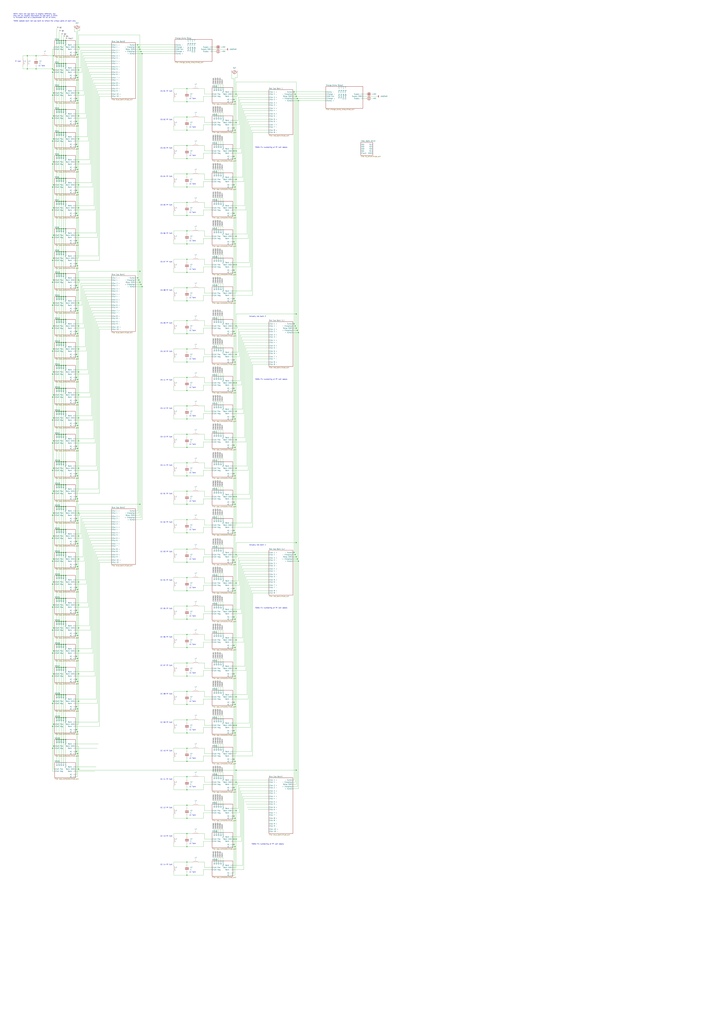
<source format=kicad_sch>
(kicad_sch (version 20250114) (generator "eeschema") (generator_version "9.0")
  (paper "A0" portrait)
  (text "CC 13 PF Coil" (at 193.294 970.788 0) (effects (font (size 1.27 1.27))))
  (text "LC Tank" (at 223.774 312.674 0) (effects (font (size 1.27 1.27))))
  (text "LC Tank" (at 223.774 1012.444 0) (effects (font (size 1.27 1.27))))
  (text "CC 02 PF Coil" (at 193.294 606.298 0) (effects (font (size 1.27 1.27))))
  (text "CS 13 PF Coil" (at 193.294 507.238 0) (effects (font (size 1.27 1.27))))
  (text "CC 11 PF Coil" (at 193.294 904.748 0) (effects (font (size 1.27 1.27))))
  (text "LC Tank" (at 223.774 180.594 0) (effects (font (size 1.27 1.27))))
  (text "CS 04 PF Coil" (at 193.294 204.978 0) (effects (font (size 1.27 1.27))))
  (text "LC Tank" (at 223.774 279.654 0) (effects (font (size 1.27 1.27))))
  (text "LC Tank" (at 223.774 416.814 0) (effects (font (size 1.27 1.27))))
  (text "LC Tank" (at 223.774 548.894 0) (effects (font (size 1.27 1.27))))
  (text "CS 05 PF Coil" (at 193.294 237.998 0) (effects (font (size 1.27 1.27))))
  (text "CS 11 PF Coil" (at 193.294 441.198 0) (effects (font (size 1.27 1.27))))
  (text "CC 05 PF Coil" (at 193.294 706.628 0) (effects (font (size 1.27 1.27))))
  (text "TODO: Fix numbering of PF coil labels" (at 314.96 440.436 0) (effects (font (size 1.27 1.27))))
  (text "LC Tank" (at 223.774 213.614 0) (effects (font (size 1.27 1.27))))
  (text "LC Tank" (at 223.774 449.834 0) (effects (font (size 1.27 1.27))))
  (text "CC 03 PF Coil" (at 193.294 640.588 0) (effects (font (size 1.27 1.27))))
  (text "Actually red bank 1" (at 299.212 632.714 0) (effects (font (size 1.27 1.27))))
  (text "LC Tank" (at 223.774 614.934 0) (effects (font (size 1.27 1.27))))
  (text "CC 06 PF Coil" (at 193.294 739.648 0) (effects (font (size 1.27 1.27))))
  (text "LC Tank" (at 223.774 748.284 0) (effects (font (size 1.27 1.27))))
  (text "LC Tank" (at 223.774 246.634 0) (effects (font (size 1.27 1.27))))
  (text "TF Coil" (at 20.828 71.374 0) (effects (font (size 1.27 1.27))))
  (text "NOTE: Each red cap bank is slightly different, but \nthey are all roughly equivalent to cap bank 3 which\nis included here as a placeholder for all of them.\n\nTODO: Update each red cap bank to reflect the unique parts of each one." (at 15.494 20.32 0) (effects (font (size 1.27 1.27)) (justify left)))
  (text "TODO: Fix numbering of PF coil labels" (at 310.896 979.932 0) (effects (font (size 1.27 1.27))))
  (text "CC 10 PF Coil" (at 193.294 871.728 0) (effects (font (size 1.27 1.27))))
  (text "LC Tank" (at 223.774 946.404 0) (effects (font (size 1.27 1.27))))
  (text "LC Tank" (at 223.774 781.304 0) (effects (font (size 1.27 1.27))))
  (text "CS 08 PF Coil" (at 193.294 337.058 0) (effects (font (size 1.27 1.27))))
  (text "CC 04 PF Coil" (at 193.294 673.608 0) (effects (font (size 1.27 1.27))))
  (text "CC 01 PF Coil" (at 193.294 573.278 0) (effects (font (size 1.27 1.27))))
  (text "CC 12 PF Coil" (at 193.294 937.768 0) (effects (font (size 1.27 1.27))))
  (text "LC Tank" (at 223.774 979.424 0) (effects (font (size 1.27 1.27))))
  (text "LC Tank" (at 223.774 682.244 0) (effects (font (size 1.27 1.27))))
  (text "CC 08 PF Coil" (at 193.294 805.688 0) (effects (font (size 1.27 1.27))))
  (text "LC Tank" (at 223.774 847.344 0) (effects (font (size 1.27 1.27))))
  (text "LC Tank" (at 223.774 649.224 0) (effects (font (size 1.27 1.27))))
  (text "LC Tank" (at 223.774 114.554 0) (effects (font (size 1.27 1.27))))
  (text "CS 10 PF Coil" (at 193.294 408.178 0) (effects (font (size 1.27 1.27))))
  (text "LC Tank" (at 223.774 147.574 0) (effects (font (size 1.27 1.27))))
  (text "LC Tank" (at 223.774 515.874 0) (effects (font (size 1.27 1.27))))
  (text "CS 07 PF Coil" (at 193.294 304.038 0) (effects (font (size 1.27 1.27))))
  (text "LC Tank" (at 48.514 76.454 0) (effects (font (size 1.27 1.27))))
  (text "LC Tank" (at 223.774 383.794 0) (effects (font (size 1.27 1.27))))
  (text "LC Tank" (at 223.774 715.264 0) (effects (font (size 1.27 1.27))))
  (text "LC Tank" (at 223.774 913.384 0) (effects (font (size 1.27 1.27))))
  (text "LC Tank" (at 223.774 482.854 0) (effects (font (size 1.27 1.27))))
  (text "LC Tank" (at 223.774 814.324 0) (effects (font (size 1.27 1.27))))
  (text "CC 09 PF Coil" (at 193.294 838.708 0) (effects (font (size 1.27 1.27))))
  (text "CS 14 PF Coil" (at 193.294 540.258 0) (effects (font (size 1.27 1.27))))
  (text "CC 14 PF Coil" (at 193.294 1003.808 0) (effects (font (size 1.27 1.27))))
  (text "Actually red bank 2" (at 299.212 367.284 0) (effects (font (size 1.27 1.27))))
  (text "CS 03 PF Coil" (at 193.294 171.958 0) (effects (font (size 1.27 1.27))))
  (text "TODO: Fix numbering of PF coil labels" (at 314.96 705.866 0) (effects (font (size 1.27 1.27))))
  (text "CS 01 PF Coil" (at 193.294 105.918 0) (effects (font (size 1.27 1.27))))
  (text "CS 06 PF Coil" (at 193.294 271.018 0) (effects (font (size 1.27 1.27))))
  (text "LC Tank" (at 223.774 581.914 0) (effects (font (size 1.27 1.27))))
  (text "TODO: Fix numbering of PF coil labels" (at 314.96 171.196 0) (effects (font (size 1.27 1.27))))
  (text "CS 02 PF Coil" (at 193.294 138.938 0) (effects (font (size 1.27 1.27))))
  (text "LC Tank" (at 223.774 345.694 0) (effects (font (size 1.27 1.27))))
  (text "CS 12 PF Coil" (at 193.294 474.218 0) (effects (font (size 1.27 1.27))))
  (text "CS 09 PF Coil" (at 193.294 375.158 0) (effects (font (size 1.27 1.27))))
  (text "LC Tank" (at 223.774 880.364 0) (effects (font (size 1.27 1.27))))
  (text "CC 07 PF Coil" (at 193.294 772.668 0) (effects (font (size 1.27 1.27))))
  (junction (at 217.17 685.8))
  (junction (at 274.32 241.3))
  (junction (at 91.44 241.3))
  (junction (at 66.04 265.43))
  (junction (at 88.9 735.33))
  (junction (at 66.04 748.03))
  (junction (at 91.44 214.63))
  (junction (at 73.66 694.69))
  (junction (at 60.96 624.84))
  (junction (at 88.9 358.14))
  (junction (at 62.23 241.3))
  (junction (at 217.17 420.37))
  (junction (at 90.17 387.35))
  (junction (at 73.66 504.19))
  (junction (at 273.05 519.43))
  (junction (at 71.12 153.67))
  (junction (at 76.2 588.01))
  (junction (at 71.12 344.17))
  (junction (at 71.12 73.66))
  (junction (at 273.05 349.25))
  (junction (at 217.17 967.74))
  (junction (at 271.78 307.34))
  (junction (at 76.2 694.69))
  (junction (at 165.1 62.23))
  (junction (at 60.96 868.68))
  (junction (at 217.17 751.84))
  (junction (at 217.17 334.01))
  (junction (at 71.12 535.94))
  (junction (at 66.04 721.36))
  (junction (at 274.32 676.91))
  (junction (at 73.66 233.68))
  (junction (at 71.12 370.84))
  (junction (at 217.17 949.96))
  (junction (at 342.9 378.46))
  (junction (at 273.05 316.23))
  (junction (at 62.23 814.07))
  (junction (at 91.44 431.8))
  (junction (at 68.58 614.68))
  (junction (at 60.96 327.66))
  (junction (at 71.12 46.99))
  (junction (at 274.32 543.56))
  (junction (at 271.78 214.63))
  (junction (at 217.17 316.23))
  (junction (at 273.05 718.82))
  (junction (at 90.17 334.01))
  (junction (at 90.17 116.84))
  (junction (at 76.2 562.61))
  (junction (at 274.32 643.89))
  (junction (at 217.17 718.82))
  (junction (at 66.04 127))
  (junction (at 90.17 196.85))
  (junction (at 66.04 292.1))
  (junction (at 62.23 866.14))
  (junction (at 90.17 711.2))
  (junction (at 62.23 728.98))
  (junction (at 62.23 214.63))
  (junction (at 273.05 453.39))
  (junction (at 76.2 344.17))
  (junction (at 88.9 708.66))
  (junction (at 163.83 330.2))
  (junction (at 217.17 670.56))
  (junction (at 274.32 274.32))
  (junction (at 273.05 949.96))
  (junction (at 90.17 604.52))
  (junction (at 62.23 622.3))
  (junction (at 66.04 100.33))
  (junction (at 91.44 648.97))
  (junction (at 68.58 562.61))
  (junction (at 68.58 774.7))
  (junction (at 76.2 73.66))
  (junction (at 71.12 748.03))
  (junction (at 66.04 806.45))
  (junction (at 66.04 370.84))
  (junction (at 345.44 648.97))
  (junction (at 68.58 370.84))
  (junction (at 66.04 504.19))
  (junction (at 217.17 850.9))
  (junction (at 73.66 127))
  (junction (at 88.9 518.16))
  (junction (at 60.96 572.77))
  (junction (at 76.2 614.68))
  (junction (at 217.17 201.93))
  (junction (at 68.58 207.01))
  (junction (at 76.2 477.52))
  (junction (at 71.12 477.52))
  (junction (at 271.78 417.83))
  (junction (at 217.17 438.15))
  (junction (at 76.2 292.1))
  (junction (at 161.29 54.61))
  (junction (at 160.02 322.58))
  (junction (at 162.56 314.96))
  (junction (at 217.17 736.6))
  (junction (at 76.2 233.68))
  (junction (at 90.17 737.87))
  (junction (at 274.32 808.99))
  (junction (at 90.17 90.17))
  (junction (at 88.9 384.81))
  (junction (at 60.96 80.01))
  (junction (at 62.23 351.79))
  (junction (at 73.66 806.45))
  (junction (at 271.78 881.38))
  (junction (at 68.58 748.03))
  (junction (at 88.9 681.99))
  (junction (at 88.9 87.63))
  (junction (at 73.66 73.66))
  (junction (at 217.17 168.91))
  (junction (at 91.44 622.3))
  (junction (at 217.17 802.64))
  (junction (at 344.17 894.08))
  (junction (at 217.17 868.68))
  (junction (at 66.04 668.02))
  (junction (at 71.12 668.02))
  (junction (at 62.23 595.63))
  (junction (at 346.71 116.84))
  (junction (at 217.17 982.98))
  (junction (at 76.2 265.43))
  (junction (at 76.2 450.85))
  (junction (at 273.05 751.84))
  (junction (at 91.44 161.29))
  (junction (at 217.17 603.25))
  (junction (at 217.17 453.39))
  (junction (at 62.23 570.23))
  (junction (at 217.17 703.58))
  (junction (at 60.96 275.59))
  (junction (at 76.2 504.19))
  (junction (at 62.23 187.96))
  (junction (at 342.9 109.22))
  (junction (at 68.58 833.12))
  (junction (at 88.9 820.42))
  (junction (at 62.23 511.81))
  (junction (at 217.17 387.35))
  (junction (at 88.9 114.3))
  (junction (at 71.12 424.18))
  (junction (at 73.66 535.94))
  (junction (at 73.66 833.12))
  (junction (at 88.9 464.82))
  (junction (at 90.17 494.03))
  (junction (at 342.9 643.89))
  (junction (at 217.17 184.15))
  (junction (at 66.04 180.34))
  (junction (at 90.17 875.03))
  (junction (at 88.9 306.07))
  (junction (at 60.96 243.84))
  (junction (at 217.17 471.17))
  (junction (at 274.32 742.95))
  (junction (at 66.04 833.12))
  (junction (at 91.44 187.96))
  (junction (at 76.2 774.7))
  (junction (at 271.78 716.28))
  (junction (at 90.17 143.51))
  (junction (at 41.91 64.77))
  (junction (at 271.78 444.5))
  (junction (at 91.44 728.98))
  (junction (at 91.44 702.31))
  (junction (at 162.56 327.66))
  (junction (at 68.58 858.52))
  (junction (at 73.66 668.02))
  (junction (at 274.32 894.08))
  (junction (at 90.17 849.63))
  (junction (at 273.05 652.78))
  (junction (at 91.44 134.62))
  (junction (at 68.58 806.45))
  (junction (at 73.66 180.34))
  (junction (at 88.9 411.48))
  (junction (at 88.9 167.64))
  (junction (at 271.78 582.93))
  (junction (at 274.32 709.93))
  (junction (at 73.66 153.67))
  (junction (at 66.04 858.52))
  (junction (at 217.17 300.99))
  (junction (at 88.9 872.49))
  (junction (at 60.96 217.17))
  (junction (at 66.04 588.01))
  (junction (at 274.32 378.46))
  (junction (at 273.05 283.21))
  (junction (at 273.05 217.17))
  (junction (at 88.9 491.49))
  (junction (at 271.78 980.44))
  (junction (at 217.17 934.72))
  (junction (at 73.66 450.85))
  (junction (at 271.78 974.09))
  (junction (at 62.23 755.65))
  (junction (at 217.17 784.86))
  (junction (at 90.17 360.68))
  (junction (at 73.66 614.68))
  (junction (at 274.32 142.24))
  (junction (at 73.66 588.01))
  (junction (at 271.78 450.85))
  (junction (at 71.12 233.68))
  (junction (at 71.12 641.35))
  (junction (at 62.23 378.46))
  (junction (at 271.78 549.91))
  (junction (at 88.9 194.31))
  (junction (at 161.29 325.12))
  (junction (at 60.96 461.01))
  (junction (at 90.17 250.19))
  (junction (at 91.44 782.32))
  (junction (at 60.96 843.28))
  (junction (at 76.2 806.45))
  (junction (at 88.9 60.96))
  (junction (at 90.17 684.53))
  (junction (at 271.78 175.26))
  (junction (at 68.58 292.1))
  (junction (at 73.66 265.43))
  (junction (at 62.23 702.31))
  (junction (at 345.44 383.54))
  (junction (at 273.05 151.13))
  (junction (at 73.66 721.36))
  (junction (at 88.9 788.67))
  (junction (at 71.12 833.12))
  (junction (at 73.66 397.51))
  (junction (at 76.2 180.34))
  (junction (at 274.32 109.22))
  (junction (at 273.05 420.37))
  (junction (at 71.12 562.61))
  (junction (at 62.23 458.47))
  (junction (at 273.05 585.47))
  (junction (at 62.23 405.13))
  (junction (at 73.66 317.5))
  (junction (at 273.05 118.11))
  (junction (at 274.32 444.5))
  (junction (at 62.23 782.32))
  (junction (at 90.17 631.19))
  (junction (at 217.17 585.47))
  (junction (at 91.44 405.13))
  (junction (at 274.32 307.34))
  (junction (at 271.78 815.34))
  (junction (at 68.58 46.99))
  (junction (at 62.23 273.05))
  (junction (at 68.58 477.52))
  (junction (at 217.17 652.78))
  (junction (at 88.9 628.65))
  (junction (at 344.17 381))
  (junction (at 217.17 283.21))
  (junction (at 341.63 375.92))
  (junction (at 68.58 450.85))
  (junction (at 217.17 1000.76))
  (junction (at 217.17 618.49))
  (junction (at 217.17 519.43))
  (junction (at 91.44 543.56))
  (junction (at 73.66 46.99))
  (junction (at 90.17 822.96))
  (junction (at 217.17 349.25))
  (junction (at 271.78 782.32))
  (junction (at 273.05 784.86))
  (junction (at 273.05 850.9))
  (junction (at 90.17 552.45))
  (junction (at 66.04 477.52))
  (junction (at 90.17 579.12))
  (junction (at 60.96 678.18))
  (junction (at 217.17 901.7))
  (junction (at 90.17 414.02))
  (junction (at 66.04 694.69))
  (junction (at 60.96 83.82))
  (junction (at 160.02 52.07))
  (junction (at 31.75 80.01))
  (junction (at 273.05 250.19))
  (junction (at 88.9 549.91))
  (junction (at 217.17 504.19))
  (junction (at 62.23 81.28))
  (junction (at 73.66 641.35))
  (junction (at 91.44 81.28))
  (junction (at 68.58 73.66))
  (junction (at 91.44 814.07))
  (junction (at 162.56 57.15))
  (junction (at 271.78 483.87))
  (junction (at 66.04 641.35))
  (junction (at 68.58 424.18))
  (junction (at 60.96 381))
  (junction (at 271.78 384.81))
  (junction (at 344.17 629.92))
  (junction (at 62.23 299.72))
  (junction (at 88.9 247.65))
  (junction (at 271.78 181.61))
  (junction (at 273.05 387.35))
  (junction (at 90.17 791.21))
  (junction (at 90.17 764.54))
  (junction (at 62.23 431.8))
  (junction (at 66.04 46.99))
  (junction (at 91.44 378.46))
  (junction (at 346.71 651.51))
  (junction (at 271.78 683.26))
  (junction (at 91.44 273.05))
  (junction (at 91.44 54.61))
  (junction (at 76.2 317.5))
  (junction (at 273.05 817.88))
  (junction (at 217.17 637.54))
  (junction (at 62.23 648.97))
  (junction (at 90.17 223.52))
  (junction (at 71.12 721.36))
  (junction (at 73.66 477.52))
  (junction (at 88.9 847.09))
  (junction (at 68.58 694.69))
  (junction (at 60.96 434.34))
  (junction (at 271.78 842.01))
  (junction (at 341.63 641.35))
  (junction (at 60.96 598.17))
  (junction (at 271.78 346.71))
  (junction (at 91.44 755.65))
  (junction (at 217.17 916.94))
  (junction (at 273.05 982.98))
  (junction (at 162.56 585.47))
  (junction (at 217.17 217.17))
  (junction (at 76.2 535.94))
  (junction (at 217.17 817.88))
  (junction (at 68.58 588.01))
  (junction (at 273.05 184.15))
  (junction (at 271.78 148.59))
  (junction (at 344.17 364.49))
  (junction (at 271.78 516.89))
  (junction (at 217.17 1016))
  (junction (at 71.12 774.7))
  (junction (at 274.32 908.05))
  (junction (at 68.58 100.33))
  (junction (at 62.23 161.29))
  (junction (at 68.58 721.36))
  (junction (at 271.78 115.57))
  (junction (at 71.12 614.68))
  (junction (at 346.71 386.08))
  (junction (at 71.12 588.01))
  (junction (at 62.23 134.62))
  (junction (at 90.17 520.7))
  (junction (at 271.78 749.3))
  (junction (at 73.66 858.52))
  (junction (at 71.12 180.34))
  (junction (at 273.05 486.41))
  (junction (at 91.44 351.79))
  (junction (at 165.1 332.74))
  (junction (at 73.66 207.01))
  (junction (at 60.96 731.52))
  (junction (at 91.44 675.64))
  (junction (at 217.17 769.62))
  (junction (at 71.12 858.52))
  (junction (at 91.44 511.81))
  (junction (at 62.23 675.64))
  (junction (at 66.04 233.68))
  (junction (at 91.44 325.12))
  (junction (at 344.17 646.43))
  (junction (at 90.17 170.18))
  (junction (at 66.04 774.7))
  (junction (at 66.04 397.51))
  (junction (at 71.12 265.43))
  (junction (at 274.32 510.54))
  (junction (at 76.2 424.18))
  (junction (at 66.04 450.85))
  (junction (at 76.2 127))
  (junction (at 274.32 208.28))
  (junction (at 68.58 180.34))
  (junction (at 345.44 114.3))
  (junction (at 271.78 947.42))
  (junction (at 62.23 543.56))
  (junction (at 91.44 892.81))
  (junction (at 73.66 424.18))
  (junction (at 217.17 118.11))
  (junction (at 217.17 486.41))
  (junction (at 88.9 576.58))
  (junction (at 60.96 816.61))
  (junction (at 60.96 704.85))
  (junction (at 31.75 64.77))
  (junction (at 76.2 153.67))
  (junction (at 271.78 247.65))
  (junction (at 68.58 535.94))
  (junction (at 217.17 234.95))
  (junction (at 271.78 914.4))
  (junction (at 76.2 858.52))
  (junction (at 66.04 153.67))
  (junction (at 68.58 397.51))
  (junction (at 76.2 668.02))
  (junction (at 62.23 107.95))
  (junction (at 71.12 127))
  (junction (at 60.96 784.86))
  (junction (at 73.66 748.03))
  (junction (at 71.12 450.85))
  (junction (at 273.05 883.92))
  (junction (at 68.58 668.02))
  (junction (at 88.9 331.47))
  (junction (at 71.12 806.45))
  (junction (at 341.63 106.68))
  (junction (at 274.32 477.52))
  (junction (at 60.96 758.19))
  (junction (at 71.12 694.69))
  (junction (at 274.32 974.09))
  (junction (at 60.96 354.33))
  (junction (at 91.44 107.95))
  (junction (at 217.17 250.19))
  (junction (at 62.23 325.12))
  (junction (at 60.96 514.35))
  (junction (at 73.66 100.33))
  (junction (at 60.96 163.83))
  (junction (at 60.96 651.51))
  (junction (at 88.9 655.32))
  (junction (at 68.58 317.5))
  (junction (at 271.78 313.69))
  (junction (at 71.12 100.33))
  (junction (at 68.58 233.68))
  (junction (at 60.96 137.16))
  (junction (at 217.17 552.45))
  (junction (at 90.17 63.5))
  (junction (at 274.32 941.07))
  (junction (at 271.78 848.36))
  (junction (at 68.58 265.43))
  (junction (at 66.04 73.66))
  (junction (at 88.9 140.97))
  (junction (at 274.32 175.26))
  (junction (at 76.2 370.84))
  (junction (at 66.04 344.17))
  (junction (at 217.17 883.92))
  (junction (at 76.2 207.01))
  (junction (at 66.04 562.61))
  (junction (at 76.2 100.33))
  (junction (at 274.32 775.97))
  (junction (at 68.58 127))
  (junction (at 60.96 407.67))
  (junction (at 76.2 748.03))
  (junction (at 273.05 685.8))
  (junction (at 73.66 370.84))
  (junction (at 41.91 80.01))
  (junction (at 76.2 721.36))
  (junction (at 217.17 570.23))
  (junction (at 73.66 562.61))
  (junction (at 91.44 595.63))
  (junction (at 66.04 317.5))
  (junction (at 76.2 833.12))
  (junction (at 62.23 485.14))
  (junction (at 66.04 535.94))
  (junction (at 91.44 458.47))
  (junction (at 76.2 641.35))
  (junction (at 62.23 64.77))
  (junction (at 66.04 424.18))
  (junction (at 88.9 601.98))
  (junction (at 344.17 111.76))
  (junction (at 68.58 641.35))
  (junction (at 66.04 614.68))
  (junction (at 73.66 292.1))
  (junction (at 73.66 344.17))
  (junction (at 217.17 405.13))
  (junction (at 271.78 650.24))
  (junction (at 62.23 840.74))
  (junction (at 90.17 281.94))
  (junction (at 273.05 916.94))
  (junction (at 73.66 774.7))
  (junction (at 60.96 546.1))
  (junction (at 88.9 438.15))
  (junction (at 273.05 552.45))
  (junction (at 90.17 657.86))
  (junction (at 88.9 762))
  (junction (at 71.12 397.51))
  (junction (at 90.17 440.69))
  (junction (at 71.12 317.5))
  (junction (at 60.96 110.49))
  (junction (at 60.96 190.5))
  (junction (at 271.78 280.67))
  (junction (at 271.78 709.93))
  (junction (at 68.58 153.67))
  (junction (at 60.96 487.68))
  (junction (at 217.17 372.11))
  (junction (at 88.9 279.4))
  (junction (at 163.83 59.69))
  (junction (at 217.17 537.21))
  (junction (at 90.17 467.36))
  (junction (at 88.9 220.98))
  (junction (at 90.17 308.61))
  (junction (at 217.17 151.13))
  (junction (at 71.12 292.1))
  (junction (at 66.04 207.01))
  (junction (at 217.17 135.89))
  (junction (at 217.17 102.87))
  (junction (at 217.17 835.66))
  (junction (at 91.44 485.14))
  (junction (at 60.96 302.26))
  (junction (at 274.32 576.58))
  (junction (at 68.58 504.19))
  (junction (at 217.17 267.97))
  (junction (at 76.2 397.51))
  (junction (at 271.78 576.58))
  (junction (at 68.58 344.17))
  (junction (at 71.12 504.19))
  (junction (at 71.12 207.01))
  (junction (at 273.05 618.49))
  (junction (at 274.32 842.01))
  (junction (at 271.78 615.95))
  (junction (at 274.32 411.48))
  (junction (at 76.2 46.99))
  (wire (pts (xy 274.32 95.25) (xy 344.17 95.25)))
  (wire (pts (xy 271.78 175.26) (xy 274.32 175.26)))
  (wire (pts (xy 60.96 704.85) (xy 60.96 731.52)))
  (wire (pts (xy 62.23 431.8) (xy 62.23 458.47)))
  (wire (pts (xy 279.4 119.38) (xy 312.42 119.38)))
  (wire (pts (xy 31.75 64.77) (xy 31.75 68.58)))
  (wire (pts (xy 73.66 774.7) (xy 73.66 806.45)))
  (wire (pts (xy 87.63 57.15) (xy 92.71 57.15)))
  (wire (pts (xy 217.17 267.97) (xy 217.17 271.78)))
  (wire (pts (xy 90.17 308.61) (xy 90.17 334.01)))
  (wire (pts (xy 66.04 721.36) (xy 66.04 748.03)))
  (wire (pts (xy 231.14 201.93) (xy 237.49 201.93)))
  (wire (pts (xy 274.32 908.05) (xy 274.32 941.07)))
  (wire (pts (xy 270.51 381) (xy 275.59 381)))
  (wire (pts (xy 256.54 863.6) (xy 256.54 867.41)))
  (wire (pts (xy 129.54 369.57) (xy 110.49 369.57)))
  (wire (pts (xy 87.63 849.63) (xy 90.17 849.63)))
  (wire (pts (xy 60.96 843.28) (xy 60.96 868.68)))
  (wire (pts (xy 107.95 487.68) (xy 87.63 487.68)))
  (wire (pts (xy 270.51 510.54) (xy 274.32 510.54)))
  (wire (pts (xy 63.5 458.47) (xy 62.23 458.47)))
  (wire (pts (xy 101.6 347.98) (xy 129.54 347.98)))
  (wire (pts (xy 270.51 453.39) (xy 273.05 453.39)))
  (wire (pts (xy 217.17 537.21) (xy 217.17 541.02)))
  (wire (pts (xy 288.29 546.1) (xy 288.29 410.21)))
  (wire (pts (xy 107.95 92.71) (xy 107.95 217.17)))
  (wire (pts (xy 129.54 614.68) (xy 100.33 614.68)))
  (wire (pts (xy 201.93 552.45) (xy 217.17 552.45)))
  (wire (pts (xy 280.67 920.75) (xy 280.67 976.63)))
  (wire (pts (xy 237.49 438.15) (xy 237.49 444.5)))
  (wire (pts (xy 60.96 381) (xy 60.96 407.67)))
  (wire (pts (xy 91.44 543.56) (xy 91.44 511.81)))
  (wire (pts (xy 237.49 340.36) (xy 246.38 340.36)))
  (wire (pts (xy 289.56 144.78) (xy 289.56 304.8)))
  (wire (pts (xy 100.33 137.16) (xy 87.63 137.16)))
  (wire (pts (xy 114.3 109.22) (xy 114.3 297.18)))
  (wire (pts (xy 270.51 342.9) (xy 293.37 342.9)))
  (wire (pts (xy 92.71 54.61) (xy 92.71 57.15)))
  (wire (pts (xy 217.17 515.62) (xy 217.17 519.43)))
  (wire (pts (xy 236.22 342.9) (xy 246.38 342.9)))
  (wire (pts (xy 88.9 655.32) (xy 88.9 681.99)))
  (wire (pts (xy 217.17 1000.76) (xy 217.17 1004.57)))
  (wire (pts (xy 270.51 280.67) (xy 271.78 280.67)))
  (wire (pts (xy 271.78 881.38) (xy 271.78 914.4)))
  (wire (pts (xy 223.52 334.01) (xy 217.17 334.01)))
  (wire (pts (xy 88.9 87.63) (xy 88.9 114.3)))
  (wire (pts (xy 259.08 367.03) (xy 259.08 370.84)))
  (wire (pts (xy 129.54 67.31) (xy 97.79 67.31)))
  (wire (pts (xy 256.54 896.62) (xy 256.54 900.43)))
  (wire (pts (xy 271.78 483.87) (xy 271.78 516.89)))
  (wire (pts (xy 87.63 779.78) (xy 109.22 779.78)))
  (wire (pts (xy 279.4 918.21) (xy 279.4 971.55)))
  (wire (pts (xy 345.44 383.54) (xy 340.36 383.54)))
  (wire (pts (xy 68.58 46.99) (xy 68.58 73.66)))
  (wire (pts (xy 217.17 453.39) (xy 236.22 453.39)))
  (wire (pts (xy 90.17 822.96) (xy 90.17 849.63)))
  (wire (pts (xy 201.93 946.15) (xy 201.93 949.96)))
  (wire (pts (xy 201.93 238.76) (xy 201.93 234.95)))
  (wire (pts (xy 129.54 356.87) (xy 105.41 356.87)))
  (wire (pts (xy 256.54 830.58) (xy 256.54 834.39)))
  (wire (pts (xy 237.49 941.07) (xy 246.38 941.07)))
  (wire (pts (xy 62.23 325.12) (xy 62.23 351.79)))
  (wire (pts (xy 270.51 181.61) (xy 271.78 181.61)))
  (wire (pts (xy 284.48 401.32) (xy 312.42 401.32)))
  (wire (pts (xy 274.32 208.28) (xy 274.32 241.3)))
  (wire (pts (xy 201.93 603.25) (xy 217.17 603.25)))
  (wire (pts (xy 254 698.5) (xy 254 702.31)))
  (wire (pts (xy 87.63 132.08) (xy 99.06 132.08)))
  (wire (pts (xy 278.13 943.61) (xy 270.51 943.61)))
  (wire (pts (xy 237.49 670.56) (xy 237.49 676.91)))
  (wire (pts (xy 270.51 683.26) (xy 271.78 683.26)))
  (wire (pts (xy 201.93 835.66) (xy 217.17 835.66)))
  (wire (pts (xy 251.46 499.11) (xy 251.46 502.92)))
  (wire (pts (xy 312.42 140.97) (xy 288.29 140.97)))
  (wire (pts (xy 87.63 816.61) (xy 113.03 816.61)))
  (wire (pts (xy 201.93 784.86) (xy 217.17 784.86)))
  (wire (pts (xy 237.49 637.54) (xy 237.49 643.89)))
  (wire (pts (xy 90.17 520.7) (xy 87.63 520.7)))
  (wire (pts (xy 97.79 608.33) (xy 97.79 651.51)))
  (wire (pts (xy 76.2 477.52) (xy 76.2 504.19)))
  (wire (pts (xy 87.63 872.49) (xy 88.9 872.49)))
  (wire (pts (xy 90.17 334.01) (xy 90.17 360.68)))
  (wire (pts (xy 76.2 370.84) (xy 76.2 397.51)))
  (wire (pts (xy 201.93 337.82) (xy 201.93 334.01)))
  (wire (pts (xy 237.49 769.62) (xy 237.49 775.97)))
  (wire (pts (xy 344.17 111.76) (xy 378.46 111.76)))
  (wire (pts (xy 236.22 414.02) (xy 246.38 414.02)))
  (wire (pts (xy 312.42 153.67) (xy 293.37 153.67)))
  (wire (pts (xy 87.63 325.12) (xy 91.44 325.12)))
  (wire (pts (xy 237.49 135.89) (xy 237.49 142.24)))
  (wire (pts (xy 223.52 471.17) (xy 217.17 471.17)))
  (wire (pts (xy 68.58 180.34) (xy 68.58 207.01)))
  (wire (pts (xy 63.5 381) (xy 60.96 381)))
  (wire (pts (xy 290.83 309.88) (xy 290.83 147.32)))
  (wire (pts (xy 231.14 835.66) (xy 237.49 835.66)))
  (wire (pts (xy 270.51 486.41) (xy 273.05 486.41)))
  (wire (pts (xy 288.29 811.53) (xy 288.29 675.64)))
  (wire (pts (xy 270.51 839.47) (xy 289.56 839.47)))
  (wire (pts (xy 160.02 52.07) (xy 160.02 322.58)))
  (wire (pts (xy 76.2 46.99) (xy 76.2 73.66)))
  (wire (pts (xy 217.17 471.17) (xy 217.17 474.98)))
  (wire (pts (xy 73.66 233.68) (xy 73.66 265.43)))
  (wire (pts (xy 237.49 709.93) (xy 246.38 709.93)))
  (wire (pts (xy 251.46 532.13) (xy 251.46 535.94)))
  (wire (pts (xy 66.04 100.33) (xy 66.04 127)))
  (wire (pts (xy 217.17 618.49) (xy 236.22 618.49)))
  (wire (pts (xy 87.63 604.52) (xy 90.17 604.52)))
  (wire (pts (xy 201.93 585.47) (xy 217.17 585.47)))
  (wire (pts (xy 274.32 340.36) (xy 270.51 340.36)))
  (wire (pts (xy 270.51 516.89) (xy 271.78 516.89)))
  (wire (pts (xy 284.48 773.43) (xy 284.48 666.75)))
  (wire (pts (xy 236.22 844.55) (xy 236.22 850.9)))
  (wire (pts (xy 66.04 748.03) (xy 66.04 774.7)))
  (wire (pts (xy 279.4 971.55) (xy 270.51 971.55)))
  (wire (pts (xy 87.63 241.3) (xy 91.44 241.3)))
  (wire (pts (xy 73.66 588.01) (xy 73.66 614.68)))
  (wire (pts (xy 256.54 499.11) (xy 256.54 502.92)))
  (wire (pts (xy 97.79 381) (xy 87.63 381)))
  (wire (pts (xy 97.79 67.31) (xy 97.79 110.49)))
  (wire (pts (xy 62.23 485.14) (xy 62.23 511.81)))
  (wire (pts (xy 60.96 678.18) (xy 60.96 704.85)))
  (wire (pts (xy 201.93 471.17) (xy 217.17 471.17)))
  (wire (pts (xy 73.66 370.84) (xy 73.66 397.51)))
  (wire (pts (xy 270.51 483.87) (xy 271.78 483.87)))
  (wire (pts (xy 71.12 774.7) (xy 71.12 806.45)))
  (wire (pts (xy 71.12 535.94) (xy 71.12 562.61)))
  (wire (pts (xy 292.1 151.13) (xy 292.1 337.82)))
  (wire (pts (xy 62.23 273.05) (xy 62.23 299.72)))
  (wire (pts (xy 66.04 397.51) (xy 66.04 424.18)))
  (wire (pts (xy 223.52 267.97) (xy 217.17 267.97)))
  (wire (pts (xy 201.93 614.68) (xy 201.93 618.49)))
  (wire (pts (xy 223.52 1000.76) (xy 217.17 1000.76)))
  (wire (pts (xy 273.05 453.39) (xy 273.05 486.41)))
  (wire (pts (xy 256.54 665.48) (xy 256.54 669.29)))
  (wire (pts (xy 312.42 391.16) (xy 280.67 391.16)))
  (wire (pts (xy 114.3 297.18) (xy 87.63 297.18)))
  (wire (pts (xy 271.78 980.44) (xy 271.78 974.09)))
  (wire (pts (xy 76.2 153.67) (xy 76.2 180.34)))
  (wire (pts (xy 201.93 420.37) (xy 217.17 420.37)))
  (wire (pts (xy 259.08 466.09) (xy 259.08 469.9)))
  (wire (pts (xy 248.92 229.87) (xy 248.92 233.68)))
  (wire (pts (xy 276.86 911.86) (xy 276.86 938.53)))
  (wire (pts (xy 73.66 127) (xy 73.66 153.67)))
  (wire (pts (xy 340.36 381) (xy 344.17 381)))
  (wire (pts (xy 71.12 207.01) (xy 71.12 233.68)))
  (wire (pts (xy 60.96 514.35) (xy 60.96 546.1)))
  (wire (pts (xy 270.51 775.97) (xy 274.32 775.97)))
  (wire (pts (xy 273.05 685.8) (xy 273.05 718.82)))
  (wire (pts (xy 276.86 647.7) (xy 276.86 674.37)))
  (wire (pts (xy 251.46 598.17) (xy 251.46 601.98)))
  (wire (pts (xy 90.17 360.68) (xy 90.17 387.35)))
  (wire (pts (xy 66.04 424.18) (xy 66.04 450.85)))
  (wire (pts (xy 270.51 883.92) (xy 273.05 883.92)))
  (wire (pts (xy 237.49 372.11) (xy 237.49 378.46)))
  (wire (pts (xy 63.5 648.97) (xy 62.23 648.97)))
  (wire (pts (xy 248.92 764.54) (xy 248.92 768.35)))
  (wire (pts (xy 90.17 170.18) (xy 90.17 196.85)))
  (wire (pts (xy 201.93 180.34) (xy 201.93 184.15)))
  (wire (pts (xy 341.63 375.92) (xy 341.63 641.35)))
  (wire (pts (xy 217.17 234.95) (xy 217.17 238.76)))
  (wire (pts (xy 217.17 802.64) (xy 217.17 806.45)))
  (wire (pts (xy 99.06 673.1) (xy 99.06 612.14)))
  (wire (pts (xy 105.41 627.38) (xy 105.41 731.52)))
  (wire (pts (xy 93.98 599.44) (xy 129.54 599.44)))
  (wire (pts (xy 292.1 151.13) (xy 312.42 151.13)))
  (wire (pts (xy 276.86 674.37) (xy 270.51 674.37)))
  (wire (pts (xy 87.63 429.26) (xy 101.6 429.26)))
  (wire (pts (xy 341.63 375.92) (xy 340.36 375.92)))
  (wire (pts (xy 87.63 134.62) (xy 91.44 134.62)))
  (wire (pts (xy 63.5 866.14) (xy 62.23 866.14)))
  (wire (pts (xy 237.49 643.89) (xy 246.38 643.89)))
  (wire (pts (xy 71.12 721.36) (xy 71.12 748.03)))
  (wire (pts (xy 87.63 572.77) (xy 115.57 572.77)))
  (wire (pts (xy 201.93 748.03) (xy 201.93 751.84)))
  (wire (pts (xy 231.14 334.01) (xy 237.49 334.01)))
  (wire (pts (xy 254 962.66) (xy 254 966.47)))
  (wire (pts (xy 88.9 411.48) (xy 88.9 438.15)))
  (wire (pts (xy 87.63 306.07) (xy 88.9 306.07)))
  (wire (pts (xy 201.93 652.78) (xy 217.17 652.78)))
  (wire (pts (xy 251.46 367.03) (xy 251.46 370.84)))
  (wire (pts (xy 271.78 980.44) (xy 271.78 1013.46)))
  (wire (pts (xy 106.68 360.68) (xy 129.54 360.68)))
  (wire (pts (xy 223.52 901.7) (xy 217.17 901.7)))
  (wire (pts (xy 231.14 405.13) (xy 237.49 405.13)))
  (wire (pts (xy 231.14 769.62) (xy 237.49 769.62)))
  (wire (pts (xy 270.51 307.34) (xy 271.78 307.34)))
  (wire (pts (xy 76.2 694.69) (xy 76.2 721.36)))
  (wire (pts (xy 87.63 552.45) (xy 90.17 552.45)))
  (wire (pts (xy 66.04 265.43) (xy 66.04 292.1)))
  (wire (pts (xy 270.51 751.84) (xy 273.05 751.84)))
  (wire (pts (xy 236.22 1009.65) (xy 236.22 1016)))
  (wire (pts (xy 231.14 868.68) (xy 237.49 868.68)))
  (wire (pts (xy 270.51 844.55) (xy 290.83 844.55)))
  (wire (pts (xy 91.44 570.23) (xy 91.44 543.56)))
  (wire (pts (xy 63.5 327.66) (xy 60.96 327.66)))
  (wire (pts (xy 201.93 372.11) (xy 217.17 372.11)))
  (wire (pts (xy 110.49 784.86) (xy 87.63 784.86)))
  (wire (pts (xy 106.68 212.09) (xy 106.68 90.17)))
  (wire (pts (xy 274.32 894.08) (xy 274.32 908.05)))
  (wire (pts (xy 237.49 175.26) (xy 246.38 175.26)))
  (wire (pts (xy 76.2 207.01) (xy 76.2 233.68)))
  (wire (pts (xy 76.2 774.7) (xy 76.2 806.45)))
  (wire (pts (xy 63.5 241.3) (xy 62.23 241.3)))
  (wire (pts (xy 201.93 106.68) (xy 201.93 102.87)))
  (wire (pts (xy 259.08 665.48) (xy 259.08 669.29)))
  (wire (pts (xy 201.93 474.98) (xy 201.93 471.17)))
  (wire (pts (xy 237.49 234.95) (xy 237.49 241.3)))
  (wire (pts (xy 91.44 81.28) (xy 91.44 107.95)))
  (wire (pts (xy 63.5 107.95) (xy 62.23 107.95)))
  (wire (pts (xy 289.56 414.02) (xy 289.56 574.04)))
  (wire (pts (xy 236.22 910.59) (xy 236.22 916.94)))
  (wire (pts (xy 62.23 840.74) (xy 62.23 866.14)))
  (wire (pts (xy 87.63 349.25) (xy 93.98 349.25)))
  (wire (pts (xy 274.32 676.91) (xy 270.51 676.91)))
  (wire (pts (xy 231.14 670.56) (xy 237.49 670.56)))
  (wire (pts (xy 217.17 416.56) (xy 217.17 420.37)))
  (wire (pts (xy 62.23 866.14) (xy 62.23 892.81)))
  (wire (pts (xy 280.67 391.16) (xy 280.67 447.04)))
  (wire (pts (xy 346.71 386.08) (xy 346.71 116.84)))
  (wire (pts (xy 102.87 80.01) (xy 102.87 163.83)))
  (wire (pts (xy 273.05 585.47) (xy 273.05 618.49)))
  (wire (pts (xy 88.9 708.66) (xy 88.9 735.33)))
  (wire (pts (xy 26.67 64.77) (xy 31.75 64.77)))
  (wire (pts (xy 68.58 317.5) (xy 68.58 344.17)))
  (wire (pts (xy 73.66 504.19) (xy 73.66 535.94)))
  (wire (pts (xy 90.17 604.52) (xy 90.17 631.19)))
  (wire (pts (xy 278.13 679.45) (xy 270.51 679.45)))
  (wire (pts (xy 237.49 300.99) (xy 237.49 307.34)))
  (wire (pts (xy 271.78 148.59) (xy 271.78 175.26)))
  (wire (pts (xy 273.05 349.25) (xy 273.05 387.35)))
  (wire (pts (xy 237.49 835.66) (xy 237.49 842.01)))
  (wire (pts (xy 248.92 262.89) (xy 248.92 266.7)))
  (wire (pts (xy 248.92 400.05) (xy 248.92 403.86)))
  (wire (pts (xy 88.9 518.16) (xy 87.63 518.16)))
  (wire (pts (xy 287.02 673.1) (xy 312.42 673.1)))
  (wire (pts (xy 71.12 265.43) (xy 71.12 292.1)))
  (wire (pts (xy 87.63 619.76) (xy 93.98 619.76)))
  (wire (pts (xy 60.96 110.49) (xy 60.96 137.16)))
  (wire (pts (xy 87.63 822.96) (xy 90.17 822.96)))
  (wire (pts (xy 73.66 100.33) (xy 73.66 127)))
  (wire (pts (xy 62.23 595.63) (xy 62.23 622.3)))
  (wire (pts (xy 114.3 650.24) (xy 114.3 838.2)))
  (wire (pts (xy 48.26 64.77) (xy 41.91 64.77)))
  (wire (pts (xy 73.66 477.52) (xy 73.66 504.19)))
  (wire (pts (xy 129.54 73.66) (xy 100.33 73.66)))
  (wire (pts (xy 88.9 384.81) (xy 88.9 411.48)))
  (wire (pts (xy 92.71 35.56) (xy 92.71 31.75)))
  (wire (pts (xy 110.49 514.35) (xy 87.63 514.35)))
  (wire (pts (xy 248.92 532.13) (xy 248.92 535.94)))
  (wire (pts (xy 162.56 40.64) (xy 162.56 57.15)))
  (wire (pts (xy 217.17 715.01) (xy 217.17 718.82)))
  (wire (pts (xy 270.51 905.51) (xy 312.42 905.51)))
  (wire (pts (xy 88.9 60.96) (xy 88.9 36.83)))
  (wire (pts (xy 237.49 842.01) (xy 246.38 842.01)))
  (wire (pts (xy 76.2 265.43) (xy 76.2 292.1)))
  (wire (pts (xy 71.12 370.84) (xy 71.12 397.51)))
  (wire (pts (xy 62.23 54.61) (xy 62.23 64.77)))
  (wire (pts (xy 63.5 731.52) (xy 60.96 731.52)))
  (wire (pts (xy 68.58 806.45) (xy 68.58 833.12)))
  (wire (pts (xy 115.57 572.77) (xy 115.57 382.27)))
  (wire (pts (xy 223.52 703.58) (xy 217.17 703.58)))
  (wire (pts (xy 236.22 712.47) (xy 236.22 718.82)))
  (wire (pts (xy 254 830.58) (xy 254 834.39)))
  (wire (pts (xy 254 328.93) (xy 254 332.74)))
  (wire (pts (xy 223.52 802.64) (xy 217.17 802.64)))
  (wire (pts (xy 217.17 168.91) (xy 217.17 172.72)))
  (wire (pts (xy 270.51 243.84) (xy 285.75 243.84)))
  (wire (pts (xy 281.94 740.41) (xy 281.94 660.4)))
  (wire (pts (xy 90.17 520.7) (xy 90.17 552.45)))
  (wire (pts (xy 87.63 576.58) (xy 88.9 576.58)))
  (wire (pts (xy 201.93 416.56) (xy 201.93 420.37)))
  (wire (pts (xy 91.44 485.14) (xy 91.44 511.81)))
  (wire (pts (xy 271.78 709.93) (xy 274.32 709.93)))
  (wire (pts (xy 280.67 121.92) (xy 280.67 177.8)))
  (wire (pts (xy 259.08 962.66) (xy 259.08 966.47)))
  (wire (pts (xy 71.12 833.12) (xy 71.12 858.52)))
  (wire (pts (xy 270.51 238.76) (xy 284.48 238.76)))
  (wire (pts (xy 68.58 641.35) (xy 68.58 668.02)))
  (wire (pts (xy 76.2 806.45) (xy 76.2 833.12)))
  (wire (pts (xy 73.66 858.52) (xy 73.66 885.19)))
  (wire (pts (xy 104.14 185.42) (xy 104.14 83.82)))
  (wire (pts (xy 270.51 420.37) (xy 273.05 420.37)))
  (wire (pts (xy 201.93 267.97) (xy 217.17 267.97)))
  (wire (pts (xy 236.22 910.59) (xy 246.38 910.59)))
  (wire (pts (xy 270.51 241.3) (xy 274.32 241.3)))
  (wire (pts (xy 280.67 447.04) (xy 270.51 447.04)))
  (wire (pts (xy 87.63 331.47) (xy 88.9 331.47)))
  (wire (pts (xy 274.32 411.48) (xy 270.51 411.48)))
  (wire (pts (xy 96.52 335.28) (xy 129.54 335.28)))
  (wire (pts (xy 99.06 612.14) (xy 129.54 612.14)))
  (wire (pts (xy 73.66 43.18) (xy 73.66 46.99)))
  (wire (pts (xy 237.49 537.21) (xy 237.49 543.56)))
  (wire (pts (xy 90.17 494.03) (xy 87.63 494.03)))
  (wire (pts (xy 290.83 579.12) (xy 290.83 416.56)))
  (wire (pts (xy 201.93 441.96) (xy 201.93 438.15)))
  (wire (pts (xy 160.02 322.58) (xy 160.02 593.09)))
  (wire (pts (xy 236.22 976.63) (xy 246.38 976.63)))
  (wire (pts (xy 201.93 1016) (xy 217.17 1016)))
  (wire (pts (xy 274.32 477.52) (xy 274.32 510.54)))
  (wire (pts (xy 102.87 163.83) (xy 87.63 163.83)))
  (wire (pts (xy 342.9 908.05) (xy 340.36 908.05)))
  (wire (pts (xy 270.51 811.53) (xy 288.29 811.53)))
  (wire (pts (xy 201.93 172.72) (xy 201.93 168.91)))
  (wire (pts (xy 62.23 458.47) (xy 62.23 485.14)))
  (wire (pts (xy 62.23 273.05) (xy 63.5 273.05)))
  (wire (pts (xy 270.51 773.43) (xy 284.48 773.43)))
  (wire (pts (xy 31.75 80.01) (xy 41.91 80.01)))
  (wire (pts (xy 95.25 331.47) (xy 95.25 354.33)))
  (wire (pts (xy 270.51 316.23) (xy 273.05 316.23)))
  (wire (pts (xy 236.22 943.61) (xy 246.38 943.61)))
  (wire (pts (xy 273.05 387.35) (xy 273.05 420.37)))
  (wire (pts (xy 217.17 847.09) (xy 217.17 850.9)))
  (wire (pts (xy 87.63 840.74) (xy 91.44 840.74)))
  (wire (pts (xy 280.67 976.63) (xy 270.51 976.63)))
  (wire (pts (xy 68.58 858.52) (xy 68.58 885.19)))
  (wire (pts (xy 217.17 916.94) (xy 236.22 916.94)))
  (wire (pts (xy 88.9 140.97) (xy 87.63 140.97)))
  (wire (pts (xy 223.52 234.95) (xy 217.17 234.95)))
  (wire (pts (xy 223.52 570.23) (xy 217.17 570.23)))
  (wire (pts (xy 105.41 461.01) (xy 87.63 461.01)))
  (wire (pts (xy 87.63 187.96) (xy 91.44 187.96)))
  (wire (pts (xy 88.9 167.64) (xy 87.63 167.64)))
  (wire (pts (xy 129.54 86.36) (xy 105.41 86.36)))
  (wire (pts (xy 87.63 847.09) (xy 88.9 847.09)))
  (wire (pts (xy 254 97.79) (xy 254 101.6)))
  (wire (pts (xy 87.63 843.28) (xy 115.57 843.28)))
  (wire (pts (xy 273.05 316.23) (xy 273.05 349.25)))
  (wire (pts (xy 201.93 250.19) (xy 217.17 250.19)))
  (wire (pts (xy 231.14 570.23) (xy 237.49 570.23)))
  (wire (pts (xy 274.32 629.92) (xy 274.32 643.89)))
  (wire (pts (xy 274.32 709.93) (xy 274.32 742.95)))
  (wire (pts (xy 274.32 609.6) (xy 270.51 609.6)))
  (wire (pts (xy 256.54 97.79) (xy 256.54 101.6)))
  (wire (pts (xy 289.56 679.45) (xy 312.42 679.45)))
  (wire (pts (xy 91.44 648.97) (xy 91.44 675.64)))
  (wire (pts (xy 87.63 302.26) (xy 115.57 302.26)))
  (wire (pts (xy 90.17 737.87) (xy 87.63 737.87)))
  (wire (pts (xy 76.2 45.72) (xy 76.2 46.99)))
  (wire (pts (xy 248.92 665.48) (xy 248.92 669.29)))
  (wire (pts (xy 254 466.09) (xy 254 469.9)))
  (wire (pts (xy 63.5 755.65) (xy 62.23 755.65)))
  (wire (pts (xy 271.78 947.42) (xy 271.78 974.09)))
  (wire (pts (xy 76.2 721.36) (xy 76.2 748.03)))
  (wire (pts (xy 270.51 916.94) (xy 273.05 916.94)))
  (wire (pts (xy 312.42 662.94) (xy 283.21 662.94)))
  (wire (pts (xy 256.54 130.81) (xy 256.54 134.62)))
  (wire (pts (xy 273.05 817.88) (xy 273.05 850.9)))
  (wire (pts (xy 76.2 292.1) (xy 76.2 317.5)))
  (wire (pts (xy 236.22 342.9) (xy 236.22 349.25)))
  (wire (pts (xy 62.23 543.56) (xy 62.23 570.23)))
  (wire (pts (xy 73.66 207.01) (xy 73.66 233.68)))
  (wire (pts (xy 273.05 784.86) (xy 273.05 817.88)))
  (wire (pts (xy 113.03 105.41) (xy 129.54 105.41)))
  (wire (pts (xy 201.93 718.82) (xy 217.17 718.82)))
  (wire (pts (xy 163.83 59.69) (xy 163.83 330.2)))
  (wire (pts (xy 71.12 233.68) (xy 71.12 265.43)))
  (wire (pts (xy 237.49 201.93) (xy 237.49 208.28)))
  (wire (pts (xy 274.32 842.01) (xy 274.32 875.03)))
  (wire (pts (xy 88.9 411.48) (xy 87.63 411.48)))
  (wire (pts (xy 201.93 967.74) (xy 217.17 967.74)))
  (wire (pts (xy 274.32 142.24) (xy 274.32 175.26)))
  (wire (pts (xy 248.92 163.83) (xy 248.92 167.64)))
  (wire (pts (xy 96.52 64.77) (xy 129.54 64.77)))
  (wire (pts (xy 63.5 704.85) (xy 60.96 704.85)))
  (wire (pts (xy 312.42 939.8) (xy 288.29 939.8)))
  (wire (pts (xy 236.22 447.04) (xy 236.22 453.39)))
  (wire (pts (xy 236.22 111.76) (xy 246.38 111.76)))
  (wire (pts (xy 62.23 511.81) (xy 62.23 543.56)))
  (wire (pts (xy 283.21 210.82) (xy 270.51 210.82)))
  (wire (pts (xy 87.63 378.46) (xy 91.44 378.46)))
  (wire (pts (xy 270.51 276.86) (xy 288.29 276.86)))
  (wire (pts (xy 66.04 562.61) (xy 66.04 588.01)))
  (wire (pts (xy 231.14 267.97) (xy 237.49 267.97)))
  (wire (pts (xy 63.5 572.77) (xy 60.96 572.77)))
  (wire (pts (xy 87.63 579.12) (xy 90.17 579.12)))
  (wire (pts (xy 271.78 683.26) (xy 271.78 709.93)))
  (wire (pts (xy 248.92 797.56) (xy 248.92 801.37)))
  (wire (pts (xy 87.63 868.68) (xy 113.03 868.68)))
  (wire (pts (xy 270.51 982.98) (xy 273.05 982.98)))
  (wire (pts (xy 344.17 364.49) (xy 344.17 381)))
  (wire (pts (xy 88.9 762) (xy 87.63 762)))
  (wire (pts (xy 63.5 895.35) (xy 60.96 895.35)))
  (wire (pts (xy 248.92 632.46) (xy 248.92 636.27)))
  (wire (pts (xy 63.5 840.74) (xy 62.23 840.74)))
  (wire (pts (xy 91.44 378.46) (xy 91.44 405.13)))
  (wire (pts (xy 256.54 262.89) (xy 256.54 266.7)))
  (wire (pts (xy 248.92 731.52) (xy 248.92 735.33)))
  (wire (pts (xy 201.93 707.39) (xy 201.93 703.58)))
  (wire (pts (xy 340.36 643.89) (xy 342.9 643.89)))
  (wire (pts (xy 259.08 262.89) (xy 259.08 266.7)))
  (wire (pts (xy 231.14 736.6) (xy 237.49 736.6)))
  (wire (pts (xy 270.51 508) (xy 284.48 508)))
  (wire (pts (xy 270.51 615.95) (xy 271.78 615.95)))
  (wire (pts (xy 251.46 665.48) (xy 251.46 669.29)))
  (wire (pts (xy 217.17 300.99) (xy 217.17 304.8)))
  (wire (pts (xy 201.93 537.21) (xy 217.17 537.21)))
  (wire (pts (xy 201.93 685.8) (xy 217.17 685.8)))
  (wire (pts (xy 87.63 628.65) (xy 88.9 628.65)))
  (wire (pts (xy 217.17 850.9) (xy 236.22 850.9)))
  (wire (pts (xy 236.22 1009.65) (xy 246.38 1009.65)))
  (wire (pts (xy 73.66 721.36) (xy 73.66 748.03)))
  (wire (pts (xy 271.78 549.91) (xy 271.78 576.58)))
  (wire (pts (xy 107.95 633.73) (xy 107.95 758.19)))
  (wire (pts (xy 87.63 273.05) (xy 91.44 273.05)))
  (wire (pts (xy 90.17 63.5) (xy 90.17 35.56)))
  (wire (pts (xy 292.1 685.8) (xy 312.42 685.8)))
  (wire (pts (xy 87.63 63.5) (xy 90.17 63.5)))
  (wire (pts (xy 271.78 214.63) (xy 271.78 247.65)))
  (wire (pts (xy 237.49 1000.76) (xy 237.49 1007.11)))
  (wire (pts (xy 129.54 344.17) (xy 100.33 344.17)))
  (wire (pts (xy 237.49 102.87) (xy 237.49 109.22)))
  (wire (pts (xy 100.33 73.66) (xy 100.33 137.16)))
  (wire (pts (xy 201.93 300.99) (xy 217.17 300.99)))
  (wire (pts (xy 236.22 177.8) (xy 246.38 177.8)))
  (wire (pts (xy 63.5 758.19) (xy 60.96 758.19)))
  (wire (pts (xy 87.63 598.17) (xy 92.71 598.17)))
  (wire (pts (xy 278.13 115.57) (xy 278.13 144.78)))
  (wire (pts (xy 63.5 678.18) (xy 60.96 678.18)))
  (wire (pts (xy 87.63 334.01) (xy 90.17 334.01)))
  (wire (pts (xy 62.23 81.28) (xy 62.23 107.95)))
  (wire (pts (xy 283.21 927.1) (xy 283.21 1009.65)))
  (wire (pts (xy 87.63 755.65) (xy 91.44 755.65)))
  (wire (pts (xy 157.48 59.69) (xy 163.83 59.69)))
  (wire (pts (xy 256.54 328.93) (xy 256.54 332.74)))
  (wire (pts (xy 237.49 109.22) (xy 246.38 109.22)))
  (wire (pts (xy 201.93 814.07) (xy 201.93 817.88)))
  (wire (pts (xy 256.54 367.03) (xy 256.54 370.84)))
  (wire (pts (xy 99.06 341.63) (xy 129.54 341.63)))
  (wire (pts (xy 251.46 130.81) (xy 251.46 134.62)))
  (wire (pts (xy 274.32 941.07) (xy 274.32 974.09)))
  (wire (pts (xy 248.92 896.62) (xy 248.92 900.43)))
  (wire (pts (xy 88.9 872.49) (xy 88.9 899.16)))
  (wire (pts (xy 201.93 349.25) (xy 217.17 349.25)))
  (wire (pts (xy 276.86 911.86) (xy 312.42 911.86)))
  (wire (pts (xy 312.42 128.27) (xy 283.21 128.27)))
  (wire (pts (xy 236.22 111.76) (xy 236.22 118.11)))
  (wire (pts (xy 87.63 546.1) (xy 113.03 546.1)))
  (wire (pts (xy 87.63 81.28) (xy 91.44 81.28)))
  (wire (pts (xy 259.08 698.5) (xy 259.08 702.31)))
  (wire (pts (xy 246.38 54.61) (xy 250.19 54.61)))
  (wire (pts (xy 231.14 471.17) (xy 237.49 471.17)))
  (wire (pts (xy 274.32 95.25) (xy 274.32 109.22)))
  (wire (pts (xy 223.52 504.19) (xy 217.17 504.19)))
  (wire (pts (xy 293.37 612.14) (xy 293.37 422.91)))
  (wire (pts (xy 201.93 802.64) (xy 217.17 802.64)))
  (wire (pts (xy 91.44 595.63) (xy 91.44 622.3)))
  (wire (pts (xy 129.54 363.22) (xy 107.95 363.22)))
  (wire (pts (xy 271.78 444.5) (xy 274.32 444.5)))
  (wire (pts (xy 76.2 504.19) (xy 76.2 535.94)))
  (wire (pts (xy 236.22 546.1) (xy 246.38 546.1)))
  (wire (pts (xy 129.54 80.01) (xy 102.87 80.01)))
  (wire (pts (xy 274.32 444.5) (xy 274.32 477.52)))
  (wire (pts (xy 73.66 748.03) (xy 73.66 774.7)))
  (wire (pts (xy 102.87 704.85) (xy 87.63 704.85)))
  (wire (pts (xy 88.9 279.4) (xy 88.9 247.65)))
  (wire (pts (xy 274.32 378.46) (xy 274.32 411.48)))
  (wire (pts (xy 237.49 142.24) (xy 246.38 142.24)))
  (wire (pts (xy 63.5 892.81) (xy 62.23 892.81)))
  (wire (pts (xy 248.92 995.68) (xy 248.92 999.49)))
  (wire (pts (xy 60.96 731.52) (xy 60.96 758.19)))
  (wire (pts (xy 259.08 433.07) (xy 259.08 436.88)))
  (wire (pts (xy 201.93 570.23) (xy 217.17 570.23)))
  (wire (pts (xy 73.66 153.67) (xy 73.66 180.34)))
  (wire (pts (xy 217.17 581.66) (xy 217.17 585.47)))
  (wire (pts (xy 88.9 820.42) (xy 88.9 788.67)))
  (wire (pts (xy 91.44 325.12) (xy 91.44 351.79)))
  (wire (pts (xy 270.51 643.89) (xy 274.32 643.89)))
  (wire (pts (xy 87.63 899.16) (xy 88.9 899.16)))
  (wire (pts (xy 346.71 915.67) (xy 340.36 915.67)))
  (wire (pts (xy 217.17 718.82) (xy 236.22 718.82)))
  (wire (pts (xy 90.17 737.87) (xy 90.17 764.54)))
  (wire (pts (xy 88.9 735.33) (xy 88.9 762)))
  (wire (pts (xy 236.22 177.8) (xy 236.22 184.15)))
  (wire (pts (xy 271.78 346.71) (xy 271.78 384.81)))
  (wire (pts (xy 201.93 548.64) (xy 201.93 552.45)))
  (wire (pts (xy 276.86 382.27) (xy 312.42 382.27)))
  (wire (pts (xy 256.54 433.07) (xy 256.54 436.88)))
  (wire (pts (xy 237.49 471.17) (xy 237.49 477.52)))
  (wire (pts (xy 237.49 974.09) (xy 246.38 974.09)))
  (wire (pts (xy 274.32 775.97) (xy 274.32 808.99)))
  (wire (pts (xy 217.17 751.84) (xy 236.22 751.84)))
  (wire (pts (xy 274.32 543.56) (xy 274.32 576.58)))
  (wire (pts (xy 248.92 130.81) (xy 248.92 134.62)))
  (wire (pts (xy 256.54 995.68) (xy 256.54 999.49)))
  (wire (pts (xy 270.51 872.49) (xy 292.1 872.49)))
  (wire (pts (xy 259.08 995.68) (xy 259.08 999.49)))
  (wire (pts (xy 66.04 774.7) (xy 66.04 806.45)))
  (wire (pts (xy 88.9 60.96) (xy 88.9 87.63)))
  (wire (pts (xy 284.48 666.75) (xy 312.42 666.75)))
  (wire (pts (xy 270.51 784.86) (xy 273.05 784.86)))
  (wire (pts (xy 236.22 210.82) (xy 236.22 217.17)))
  (wire (pts (xy 63.5 405.13) (xy 62.23 405.13)))
  (wire (pts (xy 312.42 650.24) (xy 278.13 650.24)))
  (wire (pts (xy 236.22 243.84) (xy 246.38 243.84)))
  (wire (pts (xy 87.63 820.42) (xy 88.9 820.42)))
  (wire (pts (xy 100.33 614.68) (xy 100.33 678.18)))
  (wire (pts (xy 71.12 292.1) (xy 71.12 317.5)))
  (wire (pts (xy 254 863.6) (xy 254 867.41)))
  (wire (pts (xy 237.49 868.68) (xy 237.49 875.03)))
  (wire (pts (xy 270.51 718.82) (xy 273.05 718.82)))
  (wire (pts (xy 90.17 143.51) (xy 87.63 143.51)))
  (wire (pts (xy 223.52 168.91) (xy 217.17 168.91)))
  (wire (pts (xy 278.13 914.4) (xy 278.13 943.61)))
  (wire (pts (xy 231.14 537.21) (xy 237.49 537.21)))
  (wire (pts (xy 273.05 217.17) (xy 273.05 250.19)))
  (wire (pts (xy 157.48 54.61) (xy 161.29 54.61)))
  (wire (pts (xy 254 598.17) (xy 254 601.98)))
  (wire (pts (xy 217.17 552.45) (xy 236.22 552.45)))
  (wire (pts (xy 162.56 585.47) (xy 162.56 598.17)))
  (wire (pts (xy 129.54 650.24) (xy 114.3 650.24)))
  (wire (pts (xy 312.42 422.91) (xy 293.37 422.91)))
  (wire (pts (xy 236.22 447.04) (xy 246.38 447.04)))
  (wire (pts (xy 91.44 273.05) (xy 91.44 241.3)))
  (wire (pts (xy 237.49 802.64) (xy 237.49 808.99)))
  (wire (pts (xy 60.96 302.26) (xy 60.96 327.66)))
  (wire (pts (xy 73.66 535.94) (xy 73.66 562.61)))
  (wire (pts (xy 217.17 769.62) (xy 217.17 773.43)))
  (wire (pts (xy 274.32 676.91) (xy 274.32 709.93)))
  (wire (pts (xy 271.78 650.24) (xy 271.78 683.26)))
  (wire (pts (xy 90.17 684.53) (xy 90.17 711.2)))
  (wire (pts (xy 259.08 863.6) (xy 259.08 867.41)))
  (wire (pts (xy 88.9 576.58) (xy 88.9 601.98)))
  (wire (pts (xy 217.17 345.44) (xy 217.17 349.25)))
  (wire (pts (xy 231.14 637.54) (xy 237.49 637.54)))
  (wire (pts (xy 270.51 1016) (xy 273.05 1016)))
  (wire (pts (xy 248.92 499.11) (xy 248.92 502.92)))
  (wire (pts (xy 66.04 317.5) (xy 66.04 344.17)))
  (wire (pts (xy 163.83 59.69) (xy 203.2 59.69)))
  (wire (pts (xy 259.08 532.13) (xy 259.08 535.94)))
  (wire (pts (xy 76.2 180.34) (xy 76.2 207.01)))
  (wire (pts (xy 256.54 163.83) (xy 256.54 167.64)))
  (wire (pts (xy 87.63 482.6) (xy 106.68 482.6)))
  (wire (pts (xy 236.22 778.51) (xy 236.22 784.86)))
  (wire (pts (xy 248.92 433.07) (xy 248.92 436.88)))
  (wire (pts (xy 292.1 420.37) (xy 312.42 420.37)))
  (wire (pts (xy 66.04 668.02) (xy 66.04 694.69)))
  (wire (pts (xy 217.17 147.32) (xy 217.17 151.13)))
  (wire (pts (xy 340.36 905.51) (xy 341.63 905.51)))
  (wire (pts (xy 236.22 414.02) (xy 236.22 420.37)))
  (wire (pts (xy 237.49 444.5) (xy 246.38 444.5)))
  (wire (pts (xy 236.22 210.82) (xy 246.38 210.82)))
  (wire (pts (xy 87.63 351.79) (xy 91.44 351.79)))
  (wire (pts (xy 274.32 142.24) (xy 270.51 142.24)))
  (wire (pts (xy 312.42 115.57) (xy 278.13 115.57)))
  (wire (pts (xy 68.58 233.68) (xy 68.58 265.43)))
  (wire (pts (xy 66.04 46.99) (xy 66.04 73.66)))
  (wire (pts (xy 66.04 127) (xy 66.04 153.67)))
  (wire (pts (xy 66.04 504.19) (xy 66.04 535.94)))
  (wire (pts (xy 73.66 317.5) (xy 73.66 344.17)))
  (wire (pts (xy 87.63 60.96) (xy 88.9 60.96)))
  (wire (pts (xy 90.17 791.21) (xy 87.63 791.21)))
  (wire (pts (xy 107.95 217.17) (xy 87.63 217.17)))
  (wire (pts (xy 201.93 703.58) (xy 217.17 703.58)))
  (wire (pts (xy 270.51 111.76) (xy 275.59 111.76)))
  (wire (pts (xy 270.51 908.05) (xy 274.32 908.05)))
  (wire (pts (xy 237.49 241.3) (xy 246.38 241.3)))
  (wire (pts (xy 236.22 679.45) (xy 236.22 685.8)))
  (wire (pts (xy 115.57 111.76) (xy 129.54 111.76)))
  (wire (pts (xy 62.23 622.3) (xy 62.23 648.97)))
  (wire (pts (xy 101.6 699.77) (xy 101.6 618.49)))
  (wire (pts (xy 217.17 736.6) (xy 217.17 740.41)))
  (wire (pts (xy 270.51 450.85) (xy 271.78 450.85)))
  (wire (pts (xy 90.17 657.86) (xy 90.17 684.53)))
  (wire (pts (xy 279.4 654.05) (xy 312.42 654.05)))
  (wire (pts (xy 236.22 712.47) (xy 246.38 712.47)))
  (wire (pts (xy 201.93 205.74) (xy 201.93 201.93)))
  (wire (pts (xy 246.38 57.15) (xy 262.89 57.15)))
  (wire (pts (xy 63.5 217.17) (xy 60.96 217.17)))
  (wire (pts (xy 254 367.03) (xy 254 370.84)))
  (wire (pts (xy 101.6 77.47) (xy 129.54 77.47)))
  (wire (pts (xy 270.51 541.02) (xy 287.02 541.02)))
  (wire (pts (xy 217.17 880.11) (xy 217.17 883.92)))
  (wire (pts (xy 60.96 816.61) (xy 63.5 816.61)))
  (wire (pts (xy 201.93 1000.76) (xy 217.17 1000.76)))
  (wire (pts (xy 259.08 731.52) (xy 259.08 735.33)))
  (wire (pts (xy 60.96 816.61) (xy 60.96 843.28)))
  (wire (pts (xy 274.32 241.3) (xy 274.32 274.32)))
  (wire (pts (xy 287.02 138.43) (xy 287.02 271.78)))
  (wire (pts (xy 162.56 57.15) (xy 203.2 57.15)))
  (wire (pts (xy 90.17 657.86) (xy 87.63 657.86)))
  (wire (pts (xy 91.44 299.72) (xy 91.44 273.05)))
  (wire (pts (xy 63.5 302.26) (xy 60.96 302.26)))
  (wire (pts (xy 201.93 618.49) (xy 217.17 618.49)))
  (wire (pts (xy 71.12 477.52) (xy 71.12 504.19)))
  (wire (pts (xy 254 995.68) (xy 254 999.49)))
  (wire (pts (xy 71.12 344.17) (xy 71.12 370.84)))
  (wire (pts (xy 236.22 778.51) (xy 246.38 778.51)))
  (wire (pts (xy 161.29 595.63) (xy 157.48 595.63)))
  (wire (pts (xy 88.9 167.64) (xy 88.9 194.31)))
  (wire (pts (xy 237.49 267.97) (xy 237.49 274.32)))
  (wire (pts (xy 63.5 675.64) (xy 62.23 675.64)))
  (wire (pts (xy 236.22 480.06) (xy 246.38 480.06)))
  (wire (pts (xy 251.46 797.56) (xy 251.46 801.37)))
  (wire (pts (xy 293.37 877.57) (xy 293.37 688.34)))
  (wire (pts (xy 157.48 62.23) (xy 165.1 62.23)))
  (wire (pts (xy 279.4 441.96) (xy 270.51 441.96)))
  (wire (pts (xy 87.63 543.56) (xy 91.44 543.56)))
  (wire (pts (xy 342.9 109.22) (xy 378.46 109.22)))
  (wire (pts (xy 276.86 113.03) (xy 312.42 113.03)))
  (wire (pts (xy 201.93 271.78) (xy 201.93 267.97)))
  (wire (pts (xy 237.49 543.56) (xy 246.38 543.56)))
  (wire (pts (xy 201.93 201.93) (xy 217.17 201.93)))
  (wire (pts (xy 217.17 184.15) (xy 236.22 184.15)))
  (wire (pts (xy 231.14 934.72) (xy 237.49 934.72)))
  (wire (pts (xy 270.51 1013.46) (xy 271.78 1013.46)))
  (wire (pts (xy 201.93 246.38) (xy 201.93 250.19)))
  (wire (pts (xy 41.91 76.2) (xy 41.91 80.01)))
  (wire (pts (xy 90.17 414.02) (xy 90.17 440.69)))
  (wire (pts (xy 201.93 147.32) (xy 201.93 151.13)))
  (wire (pts (xy 76.2 100.33) (xy 76.2 127)))
  (wire (pts (xy 217.17 982.98) (xy 236.22 982.98)))
  (wire (pts (xy 274.32 808.99) (xy 274.32 842.01)))
  (wire (pts (xy 271.78 848.36) (xy 271.78 842.01)))
  (wire (pts (xy 90.17 250.19) (xy 90.17 281.94)))
  (wire (pts (xy 90.17 196.85) (xy 87.63 196.85)))
  (wire (pts (xy 256.54 196.85) (xy 256.54 200.66)))
  (wire (pts (xy 259.08 598.17) (xy 259.08 601.98)))
  (wire (pts (xy 68.58 424.18) (xy 68.58 450.85)))
  (wire (pts (xy 340.36 378.46) (xy 342.9 378.46)))
  (wire (pts (xy 63.5 299.72) (xy 62.23 299.72)))
  (wire (pts (xy 236.22 276.86) (xy 236.22 283.21)))
  (wire (pts (xy 217.17 652.78) (xy 236.22 652.78)))
  (wire (pts (xy 63.5 514.35) (xy 60.96 514.35)))
  (wire (pts (xy 312.42 920.75) (xy 280.67 920.75)))
  (wire (pts (xy 90.17 116.84) (xy 90.17 143.51)))
  (wire (pts (xy 92.71 325.12) (xy 92.71 327.66)))
  (wire (pts (xy 259.08 130.81) (xy 259.08 134.62)))
  (wire (pts (xy 88.9 788.67) (xy 87.63 788.67)))
  (wire (pts (xy 281.94 125.73) (xy 312.42 125.73)))
  (wire (pts (xy 87.63 458.47) (xy 91.44 458.47)))
  (wire (pts (xy 105.41 86.36) (xy 105.41 190.5)))
  (wire (pts (xy 273.05 90.17) (xy 275.59 90.17)))
  (wire (pts (xy 110.49 640.08) (xy 110.49 784.86)))
  (wire (pts (xy 201.93 934.72) (xy 217.17 934.72)))
  (wire (pts (xy 88.9 847.09) (xy 88.9 872.49)))
  (wire (pts (xy 274.32 894.08) (xy 344.17 894.08)))
  (wire (pts (xy 217.17 868.68) (xy 217.17 872.49)))
  (wire (pts (xy 201.93 482.6) (xy 201.93 486.41)))
  (wire (pts (xy 73.66 833.12) (xy 73.66 858.52)))
  (wire (pts (xy 271.78 815.34) (xy 271.78 842.01)))
  (wire (pts (xy 91.44 351.79) (xy 91.44 378.46)))
  (wire (pts (xy 217.17 201.93) (xy 217.17 205.74)))
  (wire (pts (xy 114.3 567.69) (xy 87.63 567.69)))
  (wire (pts (xy 63.5 598.17) (xy 60.96 598.17)))
  (wire (pts (xy 91.44 585.47) (xy 162.56 585.47)))
  (wire (pts (xy 60.96 83.82) (xy 63.5 83.82)))
  (wire (pts (xy 312.42 643.89) (xy 275.59 643.89)))
  (wire (pts (xy 63.5 407.67) (xy 60.96 407.67)))
  (wire (pts (xy 312.42 933.45) (xy 285.75 933.45)))
  (wire (pts (xy 251.46 97.79) (xy 251.46 101.6)))
  (wire (pts (xy 87.63 214.63) (xy 91.44 214.63)))
  (wire (pts (xy 251.46 731.52) (xy 251.46 735.33)))
  (wire (pts (xy 129.54 373.38) (xy 111.76 373.38)))
  (wire (pts (xy 90.17 90.17) (xy 90.17 116.84)))
  (wire (pts (xy 270.51 283.21) (xy 273.05 283.21)))
  (wire (pts (xy 237.49 967.74) (xy 237.49 974.09)))
  (wire (pts (xy 93.98 78.74) (xy 93.98 58.42)))
  (wire (pts (xy 41.91 64.77) (xy 41.91 68.58)))
  (wire (pts (xy 312.42 669.29) (xy 285.75 669.29)))
  (wire (pts (xy 60.96 624.84) (xy 63.5 624.84)))
  (wire (pts (xy 270.51 375.92) (xy 312.42 375.92)))
  (wire (pts (xy 201.93 504.19) (xy 217.17 504.19)))
  (wire (pts (xy 201.93 847.09) (xy 201.93 850.9)))
  (wire (pts (xy 223.52 637.54) (xy 217.17 637.54)))
  (wire (pts (xy 223.52 537.21) (xy 217.17 537.21)))
  (wire (pts (xy 88.9 576.58) (xy 88.9 549.91)))
  (wire (pts (xy 201.93 217.17) (xy 217.17 217.17)))
  (wire (pts (xy 281.94 660.4) (xy 312.42 660.4)))
  (wire (pts (xy 276.86 113.03) (xy 276.86 139.7)))
  (wire (pts (xy 201.93 1012.19) (xy 201.93 1016)))
  (wire (pts (xy 217.17 180.34) (xy 217.17 184.15)))
  (wire (pts (xy 76.2 424.18) (xy 76.2 450.85)))
  (wire (pts (xy 60.96 190.5) (xy 60.96 217.17)))
  (wire (pts (xy 162.56 57.15) (xy 162.56 314.96)))
  (wire (pts (xy 254 295.91) (xy 254 299.72)))
  (wire (pts (xy 251.46 466.09) (xy 251.46 469.9)))
  (wire (pts (xy 68.58 535.94) (xy 68.58 562.61)))
  (wire (pts (xy 201.93 519.43) (xy 217.17 519.43)))
  (wire (pts (xy 115.57 382.27) (xy 129.54 382.27)))
  (wire (pts (xy 88.9 306.07) (xy 88.9 279.4)))
  (wire (pts (xy 76.2 450.85) (xy 76.2 477.52)))
  (wire (pts (xy 231.14 234.95) (xy 237.49 234.95)))
  (wire (pts (xy 201.93 581.66) (xy 201.93 585.47)))
  (wire (pts (xy 73.66 562.61) (xy 73.66 588.01)))
  (wire (pts (xy 217.17 670.56) (xy 217.17 674.37)))
  (wire (pts (xy 87.63 875.03) (xy 90.17 875.03)))
  (wire (pts (xy 270.51 749.3) (xy 271.78 749.3)))
  (wire (pts (xy 270.51 817.88) (xy 273.05 817.88)))
  (wire (pts (xy 201.93 283.21) (xy 217.17 283.21)))
  (wire (pts (xy 201.93 383.54) (xy 201.93 387.35)))
  (wire (pts (xy 201.93 316.23) (xy 217.17 316.23)))
  (wire (pts (xy 271.78 516.89) (xy 271.78 549.91)))
  (wire (pts (xy 278.13 650.24) (xy 278.13 679.45)))
  (wire (pts (xy 287.02 937.26) (xy 312.42 937.26)))
  (wire (pts (xy 270.51 910.59) (xy 275.59 910.59)))
  (wire (pts (xy 105.41 356.87) (xy 105.41 461.01)))
  (wire (pts (xy 62.23 351.79) (xy 62.23 378.46)))
  (wire (pts (xy 63.5 461.01) (xy 60.96 461.01)))
  (wire (pts (xy 114.3 379.73) (xy 114.3 567.69)))
  (wire (pts (xy 254 632.46) (xy 254 636.27)))
  (wire (pts (xy 223.52 603.25) (xy 217.17 603.25)))
  (wire (pts (xy 237.49 378.46) (xy 246.38 378.46)))
  (wire (pts (xy 274.32 894.08) (xy 91.44 894.08)))
  (wire (pts (xy 312.42 675.64) (xy 288.29 675.64)))
  (wire (pts (xy 87.63 570.23) (xy 91.44 570.23)))
  (wire (pts (xy 68.58 73.66) (xy 68.58 100.33)))
  (wire (pts (xy 251.46 962.66) (xy 251.46 966.47)))
  (wire (pts (xy 270.51 877.57) (xy 293.37 877.57)))
  (wire (pts (xy 90.17 63.5) (xy 90.17 90.17)))
  (wire (pts (xy 62.23 814.07) (xy 63.5 814.07)))
  (wire (pts (xy 217.17 883.92) (xy 236.22 883.92)))
  (wire (pts (xy 71.12 397.51) (xy 71.12 424.18)))
  (wire (pts (xy 271.78 417.83) (xy 271.78 444.5)))
  (wire (pts (xy 60.96 546.1) (xy 60.96 572.77)))
  (wire (pts (xy 201.93 817.88) (xy 217.17 817.88)))
  (wire (pts (xy 312.42 688.34) (xy 293.37 688.34)))
  (wire (pts (xy 289.56 414.02) (xy 312.42 414.02)))
  (wire (pts (xy 100.33 678.18) (xy 87.63 678.18)))
  (wire (pts (xy 270.51 552.45) (xy 273.05 552.45)))
  (wire (pts (xy 237.49 609.6) (xy 246.38 609.6)))
  (wire (pts (xy 73.66 694.69) (xy 73.66 721.36)))
  (wire (pts (xy 63.5 784.86) (xy 60.96 784.86)))
  (wire (pts (xy 217.17 279.4) (xy 217.17 283.21)))
  (wire (pts (xy 421.64 111.76) (xy 438.15 111.76)))
  (wire (pts (xy 231.14 102.87) (xy 237.49 102.87)))
  (wire (pts (xy 274.32 808.99) (xy 270.51 808.99)))
  (wire (pts (xy 111.76 643.89) (xy 111.76 811.53)))
  (wire (pts (xy 254 929.64) (xy 254 933.45)))
  (wire (pts (xy 105.41 731.52) (xy 87.63 731.52)))
  (wire (pts (xy 270.51 313.69) (xy 271.78 313.69)))
  (wire (pts (xy 236.22 276.86) (xy 246.38 276.86)))
  (wire (pts (xy 217.17 703.58) (xy 217.17 707.39)))
  (wire (pts (xy 256.54 764.54) (xy 256.54 768.35)))
  (wire (pts (xy 251.46 433.07) (xy 251.46 436.88)))
  (wire (pts (xy 236.22 144.78) (xy 246.38 144.78)))
  (wire (pts (xy 274.32 742.95) (xy 274.32 775.97)))
  (wire (pts (xy 88.9 220.98) (xy 87.63 220.98)))
  (wire (pts (xy 201.93 574.04) (xy 201.93 570.23)))
  (wire (pts (xy 87.63 549.91) (xy 88.9 549.91)))
  (wire (pts (xy 271.78 91.44) (xy 269.24 91.44)))
  (wire (pts (xy 270.51 115.57) (xy 271.78 115.57)))
  (wire (pts (xy 284.48 930.91) (xy 312.42 930.91)))
  (wire (pts (xy 223.52 135.89) (xy 217.17 135.89)))
  (wire (pts (xy 237.49 901.7) (xy 237.49 908.05)))
  (wire (pts (xy 273.05 652.78) (xy 273.05 685.8)))
  (wire (pts (xy 113.03 546.1) (xy 113.03 375.92)))
  (wire (pts (xy 217.17 548.64) (xy 217.17 552.45)))
  (wire (pts (xy 73.66 424.18) (xy 73.66 450.85)))
  (wire (pts (xy 270.51 304.8) (xy 289.56 304.8)))
  (wire (pts (xy 284.48 238.76) (xy 284.48 132.08)))
  (wire (pts (xy 62.23 675.64) (xy 62.23 702.31)))
  (wire (pts (xy 90.17 552.45) (xy 90.17 579.12)))
  (wire (pts (xy 254 229.87) (xy 254 233.68)))
  (wire (pts (xy 270.51 184.15) (xy 273.05 184.15)))
  (wire (pts (xy 76.2 833.12) (xy 76.2 858.52)))
  (wire (pts (xy 259.08 632.46) (xy 259.08 636.27)))
  (wire (pts (xy 201.93 508) (xy 201.93 504.19)))
  (wire (pts (xy 273.05 916.94) (xy 273.05 949.96)))
  (wire (pts (xy 160.02 322.58) (xy 157.48 322.58)))
  (wire (pts (xy 88.9 708.66) (xy 87.63 708.66)))
  (wire (pts (xy 86.36 31.75) (xy 86.36 36.83)))
  (wire (pts (xy 62.23 378.46) (xy 62.23 405.13)))
  (wire (pts (xy 259.08 97.79) (xy 259.08 101.6)))
  (wire (pts (xy 284.48 508) (xy 284.48 401.32)))
  (wire (pts (xy 217.17 246.38) (xy 217.17 250.19)))
  (wire (pts (xy 346.71 116.84) (xy 378.46 116.84)))
  (wire (pts (xy 90.17 170.18) (xy 87.63 170.18)))
  (wire (pts (xy 217.17 312.42) (xy 217.17 316.23)))
  (wire (pts (xy 236.22 745.49) (xy 246.38 745.49)))
  (wire (pts (xy 270.51 217.17) (xy 273.05 217.17)))
  (wire (pts (xy 63.5 134.62) (xy 62.23 134.62)))
  (wire (pts (xy 284.48 132.08) (xy 312.42 132.08)))
  (wire (pts (xy 270.51 582.93) (xy 271.78 582.93)))
  (wire (pts (xy 68.58 721.36) (xy 68.58 748.03)))
  (wire (pts (xy 91.44 866.14) (xy 87.63 866.14)))
  (wire (pts (xy 421.64 109.22) (xy 425.45 109.22)))
  (wire (pts (xy 259.08 896.62) (xy 259.08 900.43)))
  (wire (pts (xy 87.63 753.11) (xy 106.68 753.11)))
  (wire (pts (xy 236.22 144.78) (xy 236.22 151.13)))
  (wire (pts (xy 270.51 980.44) (xy 271.78 980.44)))
  (wire (pts (xy 256.54 797.56) (xy 256.54 801.37)))
  (wire (pts (xy 201.93 334.01) (xy 217.17 334.01)))
  (wire (pts (xy 270.51 271.78) (xy 287.02 271.78)))
  (wire (pts (xy 280.67 712.47) (xy 270.51 712.47)))
  (wire (pts (xy 201.93 905.51) (xy 201.93 901.7)))
  (wire (pts (xy 160.02 593.09) (xy 157.48 593.09)))
  (wire (pts (xy 270.51 646.43) (xy 275.59 646.43)))
  (wire (pts (xy 102.87 434.34) (xy 87.63 434.34)))
  (wire (pts (xy 270.51 576.58) (xy 271.78 576.58)))
  (wire (pts (xy 129.54 60.96) (xy 95.25 60.96)))
  (wire (pts (xy 270.51 118.11) (xy 273.05 118.11)))
  (wire (pts (xy 256.54 929.64) (xy 256.54 933.45)))
  (wire (pts (xy 87.63 405.13) (xy 91.44 405.13)))
  (wire (pts (xy 223.52 934.72) (xy 217.17 934.72)))
  (wire (pts (xy 217.17 1016) (xy 236.22 1016)))
  (wire (pts (xy 63.5 702.31) (xy 62.23 702.31)))
  (wire (pts (xy 91.44 161.29) (xy 91.44 187.96)))
  (wire (pts (xy 88.9 491.49) (xy 87.63 491.49)))
  (wire (pts (xy 312.42 681.99) (xy 290.83 681.99)))
  (wire (pts (xy 236.22 546.1) (xy 236.22 552.45)))
  (wire (pts (xy 237.49 736.6) (xy 237.49 742.95)))
  (wire (pts (xy 217.17 519.43) (xy 236.22 519.43)))
  (wire (pts (xy 256.54 598.17) (xy 256.54 601.98)))
  (wire (pts (xy 259.08 196.85) (xy 259.08 200.66)))
  (wire (pts (xy 88.9 36.83) (xy 86.36 36.83)))
  (wire (pts (xy 91.44 107.95) (xy 91.44 134.62)))
  (wire (pts (xy 270.51 579.12) (xy 290.83 579.12)))
  (wire (pts (xy 223.52 201.93) (xy 217.17 201.93)))
  (wire (pts (xy 201.93 1004.57) (xy 201.93 1000.76)))
  (wire (pts (xy 88.9 220.98) (xy 88.9 247.65)))
  (wire (pts (xy 270.51 574.04) (xy 289.56 574.04)))
  (wire (pts (xy 87.63 161.29) (xy 91.44 161.29)))
  (wire (pts (xy 68.58 774.7) (xy 68.58 806.45)))
  (wire (pts (xy 68.58 265.43) (xy 68.58 292.1)))
  (wire (pts (xy 217.17 817.88) (xy 236.22 817.88)))
  (wire (pts (xy 87.63 702.31) (xy 91.44 702.31)))
  (wire (pts (xy 274.32 1007.11) (xy 270.51 1007.11)))
  (wire (pts (xy 274.32 643.89) (xy 274.32 676.91)))
  (wire (pts (xy 273.05 151.13) (xy 273.05 184.15)))
  (wire (pts (xy 251.46 632.46) (xy 251.46 636.27)))
  (wire (pts (xy 63.5 651.51) (xy 60.96 651.51)))
  (wire (pts (xy 270.51 1004.57) (xy 281.94 1004.57)))
  (wire (pts (xy 63.5 243.84) (xy 60.96 243.84)))
  (wire (pts (xy 62.23 755.65) (xy 62.23 782.32)))
  (wire (pts (xy 236.22 811.53) (xy 246.38 811.53)))
  (wire (pts (xy 270.51 850.9) (xy 273.05 850.9)))
  (wire (pts (xy 165.1 62.23) (xy 203.2 62.23)))
  (wire (pts (xy 104.14 726.44) (xy 104.14 624.84)))
  (wire (pts (xy 340.36 116.84) (xy 346.71 116.84)))
  (wire (pts (xy 273.05 118.11) (xy 273.05 151.13)))
  (wire (pts (xy 63.5 843.28) (xy 60.96 843.28)))
  (wire (pts (xy 66.04 450.85) (xy 66.04 477.52)))
  (wire (pts (xy 165.1 603.25) (xy 157.48 603.25)))
  (wire (pts (xy 95.25 83.82) (xy 87.63 83.82)))
  (wire (pts (xy 236.22 646.43) (xy 246.38 646.43)))
  (wire (pts (xy 217.17 901.7) (xy 217.17 905.51)))
  (wire (pts (xy 87.63 281.94) (xy 90.17 281.94)))
  (wire (pts (xy 91.44 187.96) (xy 91.44 214.63)))
  (wire (pts (xy 217.17 372.11) (xy 217.17 375.92)))
  (wire (pts (xy 73.66 180.34) (xy 73.66 207.01)))
  (wire (pts (xy 217.17 585.47) (xy 236.22 585.47)))
  (wire (pts (xy 312.42 134.62) (xy 285.75 134.62)))
  (wire (pts (xy 248.92 598.17) (xy 248.92 601.98)))
  (wire (pts (xy 270.51 641.35) (xy 312.42 641.35)))
  (wire (pts (xy 236.22 877.57) (xy 236.22 883.92)))
  (wire (pts (xy 88.9 194.31) (xy 88.9 220.98)))
  (wire (pts (xy 217.17 151.13) (xy 236.22 151.13)))
  (wire (pts (xy 312.42 378.46) (xy 275.59 378.46)))
  (wire (pts (xy 281.94 924.56) (xy 312.42 924.56)))
  (wire (pts (xy 90.17 440.69) (xy 90.17 467.36)))
  (wire (pts (xy 285.75 403.86) (xy 285.75 513.08)))
  (wire (pts (xy 256.54 466.09) (xy 256.54 469.9)))
  (wire (pts (xy 248.92 328.93) (xy 248.92 332.74)))
  (wire (pts (xy 66.04 641.35) (xy 66.04 668.02)))
  (wire (pts (xy 270.51 346.71) (xy 271.78 346.71)))
  (wire (pts (xy 76.2 858.52) (xy 76.2 885.19)))
  (wire (pts (xy 280.67 177.8) (xy 270.51 177.8)))
  (wire (pts (xy 256.54 532.13) (xy 256.54 535.94)))
  (wire (pts (xy 93.98 349.25) (xy 93.98 328.93)))
  (wire (pts (xy 217.17 784.86) (xy 236.22 784.86)))
  (wire (pts (xy 62.23 187.96) (xy 62.23 214.63)))
  (wire (pts (xy 269.24 91.44) (xy 269.24 83.82)))
  (wire (pts (xy 87.63 622.3) (xy 91.44 622.3)))
  (wire (pts (xy 63.5 163.83) (xy 60.96 163.83)))
  (wire (pts (xy 223.52 438.15) (xy 217.17 438.15)))
  (wire (pts (xy 201.93 883.92) (xy 217.17 883.92)))
  (wire (pts (xy 270.51 309.88) (xy 290.83 309.88)))
  (wire (pts (xy 236.22 679.45) (xy 246.38 679.45)))
  (wire (pts (xy 248.92 565.15) (xy 248.92 568.96)))
  (wire (pts (xy 71.12 73.66) (xy 71.12 100.33)))
  (wire (pts (xy 95.25 624.84) (xy 87.63 624.84)))
  (wire (pts (xy 96.52 105.41) (xy 96.52 64.77)))
  (wire (pts (xy 95.25 354.33) (xy 87.63 354.33)))
  (wire (pts (xy 248.92 863.6) (xy 248.92 867.41)))
  (wire (pts (xy 271.78 974.09) (xy 274.32 974.09)))
  (wire (pts (xy 254 196.85) (xy 254 200.66)))
  (wire (pts (xy 88.9 847.09) (xy 88.9 820.42)))
  (wire (pts (xy 201.93 715.01) (xy 201.93 718.82)))
  (wire (pts (xy 254 565.15) (xy 254 568.96)))
  (wire (pts (xy 345.44 114.3) (xy 378.46 114.3)))
  (wire (pts (xy 276.86 938.53) (xy 270.51 938.53)))
  (wire (pts (xy 270.51 782.32) (xy 271.78 782.32)))
  (wire (pts (xy 76.2 127) (xy 76.2 153.67)))
  (wire (pts (xy 251.46 196.85) (xy 251.46 200.66)))
  (wire (pts (xy 87.63 646.43) (xy 96.52 646.43)))
  (wire (pts (xy 231.14 135.89) (xy 237.49 135.89)))
  (wire (pts (xy 251.46 995.68) (xy 251.46 999.49)))
  (wire (pts (xy 278.13 384.81) (xy 278.13 414.02)))
  (wire (pts (xy 100.33 407.67) (xy 87.63 407.67)))
  (wire (pts (xy 129.54 54.61) (xy 92.71 54.61)))
  (wire (pts (xy 90.17 711.2) (xy 90.17 737.87)))
  (wire (pts (xy 201.93 213.36) (xy 201.93 217.17)))
  (wire (pts (xy 344.17 95.25) (xy 344.17 111.76)))
  (wire (pts (xy 341.63 641.35) (xy 341.63 905.51)))
  (wire (pts (xy 63.5 187.96) (xy 62.23 187.96)))
  (wire (pts (xy 201.93 681.99) (xy 201.93 685.8)))
  (wire (pts (xy 270.51 607.06) (xy 292.1 607.06)))
  (wire (pts (xy 87.63 511.81) (xy 91.44 511.81)))
  (wire (pts (xy 90.17 143.51) (xy 90.17 170.18)))
  (wire (pts (xy 217.17 482.6) (xy 217.17 486.41)))
  (wire (pts (xy 162.56 314.96) (xy 162.56 327.66)))
  (wire (pts (xy 271.78 582.93) (xy 271.78 576.58)))
  (wire (pts (xy 217.17 118.11) (xy 236.22 118.11)))
  (wire (pts (xy 66.04 858.52) (xy 66.04 885.19)))
  (wire (pts (xy 90.17 223.52) (xy 87.63 223.52)))
  (wire (pts (xy 90.17 116.84) (xy 87.63 116.84)))
  (wire (pts (xy 223.52 835.66) (xy 217.17 835.66)))
  (wire (pts (xy 274.32 974.09) (xy 274.32 1007.11)))
  (wire (pts (xy 60.96 243.84) (xy 60.96 275.59)))
  (wire (pts (xy 71.12 127) (xy 71.12 153.67)))
  (wire (pts (xy 76.2 668.02) (xy 76.2 694.69)))
  (wire (pts (xy 62.23 107.95) (xy 62.23 134.62)))
  (wire (pts (xy 201.93 168.91) (xy 217.17 168.91)))
  (wire (pts (xy 87.63 782.32) (xy 91.44 782.32)))
  (wire (pts (xy 248.92 698.5) (xy 248.92 702.31)))
  (wire (pts (xy 90.17 387.35) (xy 87.63 387.35)))
  (wire (pts (xy 273.05 883.92) (xy 273.05 916.94)))
  (wire (pts (xy 217.17 387.35) (xy 236.22 387.35)))
  (wire (pts (xy 237.49 576.58) (xy 246.38 576.58)))
  (wire (pts (xy 26.67 80.01) (xy 31.75 80.01)))
  (wire (pts (xy 97.79 337.82) (xy 97.79 381)))
  (wire (pts (xy 87.63 455.93) (xy 104.14 455.93)))
  (wire (pts (xy 274.32 477.52) (xy 270.51 477.52)))
  (wire (pts (xy 91.44 458.47) (xy 91.44 485.14)))
  (wire (pts (xy 251.46 163.83) (xy 251.46 167.64)))
  (wire (pts (xy 231.14 372.11) (xy 237.49 372.11)))
  (wire (pts (xy 217.17 135.89) (xy 217.17 139.7)))
  (wire (pts (xy 201.93 118.11) (xy 217.17 118.11)))
  (wire (pts (xy 270.51 778.51) (xy 285.75 778.51)))
  (wire (pts (xy 110.49 243.84) (xy 87.63 243.84)))
  (wire (pts (xy 283.21 397.51) (xy 283.21 480.06)))
  (wire (pts (xy 276.86 647.7) (xy 312.42 647.7)))
  (wire (pts (xy 104.14 354.33) (xy 129.54 354.33)))
  (wire (pts (xy 63.5 137.16) (xy 60.96 137.16)))
  (wire (pts (xy 217.17 405.13) (xy 217.17 408.94)))
  (wire (pts (xy 273.05 420.37) (xy 273.05 453.39)))
  (wire (pts (xy 312.42 656.59) (xy 280.67 656.59)))
  (wire (pts (xy 274.32 274.32) (xy 270.51 274.32)))
  (wire (pts (xy 217.17 283.21) (xy 236.22 283.21)))
  (wire (pts (xy 201.93 736.6) (xy 217.17 736.6)))
  (wire (pts (xy 201.93 806.45) (xy 201.93 802.64)))
  (wire (pts (xy 87.63 673.1) (xy 99.06 673.1)))
  (wire (pts (xy 274.32 629.92) (xy 344.17 629.92)))
  (wire (pts (xy 274.32 875.03) (xy 270.51 875.03)))
  (wire (pts (xy 63.5 110.49) (xy 60.96 110.49)))
  (wire (pts (xy 274.32 109.22) (xy 274.32 142.24)))
  (wire (pts (xy 90.17 684.53) (xy 87.63 684.53)))
  (wire (pts (xy 68.58 562.61) (xy 68.58 588.01)))
  (wire (pts (xy 217.17 934.72) (xy 217.17 938.53)))
  (wire (pts (xy 217.17 637.54) (xy 217.17 641.35)))
  (wire (pts (xy 106.68 631.19) (xy 129.54 631.19)))
  (wire (pts (xy 76.2 344.17) (xy 76.2 370.84)))
  (wire (pts (xy 91.44 585.47) (xy 91.44 595.63)))
  (wire (pts (xy 342.9 378.46) (xy 342.9 109.22)))
  (wire (pts (xy 88.9 358.14) (xy 88.9 384.81)))
  (wire (pts (xy 217.17 835.66) (xy 217.17 839.47)))
  (wire (pts (xy 87.63 212.09) (xy 106.68 212.09)))
  (wire (pts (xy 87.63 675.64) (xy 91.44 675.64)))
  (wire (pts (xy 201.93 769.62) (xy 217.17 769.62)))
  (wire (pts (xy 270.51 205.74) (xy 281.94 205.74)))
  (wire (pts (xy 236.22 513.08) (xy 246.38 513.08)))
  (wire (pts (xy 341.63 106.68) (xy 378.46 106.68)))
  (wire (pts (xy 281.94 1004.57) (xy 281.94 924.56)))
  (wire (pts (xy 68.58 450.85) (xy 68.58 477.52)))
  (wire (pts (xy 113.03 275.59) (xy 113.03 105.41)))
  (wire (pts (xy 129.54 627.38) (xy 105.41 627.38)))
  (wire (pts (xy 68.58 370.84) (xy 68.58 397.51)))
  (wire (pts (xy 91.44 54.61) (xy 91.44 81.28)))
  (wire (pts (xy 63.5 54.61) (xy 62.23 54.61)))
  (wire (pts (xy 106.68 753.11) (xy 106.68 631.19)))
  (wire (pts (xy 271.78 576.58) (xy 274.32 576.58)))
  (wire (pts (xy 217.17 570.23) (xy 217.17 574.04)))
  (wire (pts (xy 259.08 830.58) (xy 259.08 834.39)))
  (wire (pts (xy 68.58 588.01) (xy 68.58 614.68)))
  (wire (pts (xy 90.17 223.52) (xy 90.17 250.19)))
  (wire (pts (xy 87.63 279.4) (xy 88.9 279.4)))
  (wire (pts (xy 231.14 802.64) (xy 237.49 802.64)))
  (wire (pts (xy 76.2 562.61) (xy 76.2 588.01)))
  (wire (pts (xy 248.92 97.79) (xy 248.92 101.6)))
  (wire (pts (xy 96.52 646.43) (xy 96.52 605.79)))
  (wire (pts (xy 236.22 480.06) (xy 236.22 486.41)))
  (wire (pts (xy 165.1 332.74) (xy 165.1 603.25)))
  (wire (pts (xy 88.9 549.91) (xy 88.9 518.16)))
  (wire (pts (xy 201.93 839.47) (xy 201.93 835.66)))
  (wire (pts (xy 115.57 302.26) (xy 115.57 111.76)))
  (wire (pts (xy 71.12 100.33) (xy 71.12 127)))
  (wire (pts (xy 254 163.83) (xy 254 167.64)))
  (wire (pts (xy 344.17 629.92) (xy 344.17 646.43)))
  (wire (pts (xy 293.37 342.9) (xy 293.37 153.67)))
  (wire (pts (xy 165.1 62.23) (xy 165.1 332.74)))
  (wire (pts (xy 60.96 275.59) (xy 60.96 302.26)))
  (wire (pts (xy 271.78 582.93) (xy 271.78 615.95)))
  (wire (pts (xy 271.78 307.34) (xy 274.32 307.34)))
  (wire (pts (xy 60.96 137.16) (xy 60.96 163.83)))
  (wire (pts (xy 273.05 982.98) (xy 273.05 1016)))
  (wire (pts (xy 62.23 702.31) (xy 62.23 728.98)))
  (wire (pts (xy 63.5 485.14) (xy 62.23 485.14)))
  (wire (pts (xy 68.58 127) (xy 68.58 153.67)))
  (wire (pts (xy 237.49 908.05) (xy 246.38 908.05)))
  (wire (pts (xy 99.06 132.08) (xy 99.06 71.12)))
  (wire (pts (xy 236.22 309.88) (xy 246.38 309.88)))
  (wire (pts (xy 217.17 648.97) (xy 217.17 652.78)))
  (wire (pts (xy 87.63 87.63) (xy 88.9 87.63)))
  (wire (pts (xy 287.02 673.1) (xy 287.02 806.45)))
  (wire (pts (xy 90.17 467.36) (xy 90.17 494.03)))
  (wire (pts (xy 101.6 618.49) (xy 129.54 618.49)))
  (wire (pts (xy 248.92 962.66) (xy 248.92 966.47)))
  (wire (pts (xy 109.22 96.52) (xy 129.54 96.52)))
  (wire (pts (xy 270.51 650.24) (xy 271.78 650.24)))
  (wire (pts (xy 91.44 675.64) (xy 91.44 702.31)))
  (wire (pts (xy 256.54 565.15) (xy 256.54 568.96)))
  (wire (pts (xy 251.46 328.93) (xy 251.46 332.74)))
  (wire (pts (xy 201.93 901.7) (xy 217.17 901.7)))
  (wire (pts (xy 163.83 330.2) (xy 157.48 330.2)))
  (wire (pts (xy 236.22 243.84) (xy 236.22 250.19)))
  (wire (pts (xy 88.9 762) (xy 88.9 788.67)))
  (wire (pts (xy 275.59 378.46) (xy 275.59 381)))
  (wire (pts (xy 71.12 450.85) (xy 71.12 477.52)))
  (wire (pts (xy 236.22 811.53) (xy 236.22 817.88)))
  (wire (pts (xy 60.96 217.17) (xy 60.96 243.84)))
  (wire (pts (xy 68.58 207.01) (xy 68.58 233.68)))
  (wire (pts (xy 76.2 233.68) (xy 76.2 265.43)))
  (wire (pts (xy 88.9 681.99) (xy 87.63 681.99)))
  (wire (pts (xy 340.36 111.76) (xy 344.17 111.76)))
  (wire (pts (xy 270.51 148.59) (xy 271.78 148.59)))
  (wire (pts (xy 273.05 184.15) (xy 273.05 217.17)))
  (wire (pts (xy 62.23 782.32) (xy 62.23 814.07)))
  (wire (pts (xy 129.54 379.73) (xy 114.3 379.73)))
  (wire (pts (xy 104.14 83.82) (xy 129.54 83.82)))
  (wire (pts (xy 73.66 641.35) (xy 73.66 668.02)))
  (wire (pts (xy 87.63 54.61) (xy 91.44 54.61)))
  (wire (pts (xy 66.04 477.52) (xy 66.04 504.19)))
  (wire (pts (xy 90.17 711.2) (xy 87.63 711.2)))
  (wire (pts (xy 270.51 709.93) (xy 271.78 709.93)))
  (wire (pts (xy 111.76 102.87) (xy 111.76 270.51)))
  (wire (pts (xy 270.51 519.43) (xy 273.05 519.43)))
  (wire (pts (xy 68.58 153.67) (xy 68.58 180.34)))
  (wire (pts (xy 62.23 648.97) (xy 62.23 675.64)))
  (wire (pts (xy 60.96 461.01) (xy 60.96 487.68)))
  (wire (pts (xy 201.93 648.97) (xy 201.93 652.78)))
  (wire (pts (xy 270.51 175.26) (xy 271.78 175.26)))
  (wire (pts (xy 273.05 751.84) (xy 273.05 784.86)))
  (wire (pts (xy 279.4 707.39) (xy 270.51 707.39)))
  (wire (pts (xy 248.92 196.85) (xy 248.92 200.66)))
  (wire (pts (xy 76.2 588.01) (xy 76.2 614.68)))
  (wire (pts (xy 66.04 694.69) (xy 66.04 721.36)))
  (wire (pts (xy 270.51 214.63) (xy 271.78 214.63)))
  (wire (pts (xy 114.3 863.6) (xy 87.63 863.6)))
  (wire (pts (xy 344.17 111.76) (xy 344.17 364.49)))
  (wire (pts (xy 76.2 73.66) (xy 76.2 100.33)))
  (wire (pts (xy 88.9 464.82) (xy 88.9 491.49)))
  (wire (pts (xy 87.63 890.27) (xy 111.76 890.27)))
  (wire (pts (xy 62.23 161.29) (xy 62.23 187.96)))
  (wire (pts (xy 312.42 416.56) (xy 290.83 416.56)))
  (wire (pts (xy 270.51 109.22) (xy 274.32 109.22)))
  (wire (pts (xy 274.32 274.32) (xy 274.32 307.34)))
  (wire (pts (xy 217.17 603.25) (xy 217.17 607.06)))
  (wire (pts (xy 276.86 139.7) (xy 270.51 139.7)))
  (wire (pts (xy 60.96 80.01) (xy 60.96 83.82)))
  (wire (pts (xy 275.59 908.05) (xy 275.59 910.59)))
  (wire (pts (xy 71.12 46.99) (xy 71.12 73.66)))
  (wire (pts (xy 60.96 327.66) (xy 60.96 354.33)))
  (wire (pts (xy 279.4 654.05) (xy 279.4 707.39)))
  (wire (pts (xy 91.44 702.31) (xy 91.44 728.98)))
  (wire (pts (xy 71.12 614.68) (xy 71.12 641.35)))
  (wire (pts (xy 270.51 384.81) (xy 271.78 384.81)))
  (wire (pts (xy 254 262.89) (xy 254 266.7)))
  (wire (pts (xy 201.93 375.92) (xy 201.93 372.11)))
  (wire (pts (xy 274.32 411.48) (xy 274.32 444.5)))
  (wire (pts (xy 312.42 410.21) (xy 288.29 410.21)))
  (wire (pts (xy 217.17 217.17) (xy 236.22 217.17)))
  (wire (pts (xy 68.58 36.83) (xy 68.58 46.99)))
  (wire (pts (xy 163.83 330.2) (xy 163.83 600.71)))
  (wire (pts (xy 60.96 163.83) (xy 60.96 190.5)))
  (wire (pts (xy 201.93 916.94) (xy 217.17 916.94)))
  (wire (pts (xy 236.22 612.14) (xy 246.38 612.14)))
  (wire (pts (xy 270.51 652.78) (xy 273.05 652.78)))
  (wire (pts (xy 276.86 382.27) (xy 276.86 408.94)))
  (wire (pts (xy 62.23 405.13) (xy 62.23 431.8)))
  (wire (pts (xy 273.05 718.82) (xy 273.05 751.84)))
  (wire (pts (xy 340.36 913.13) (xy 345.44 913.13)))
  (wire (pts (xy 71.12 694.69) (xy 71.12 721.36)))
  (wire (pts (xy 100.33 344.17) (xy 100.33 407.67)))
  (wire (pts (xy 231.14 901.7) (xy 237.49 901.7)))
  (wire (pts (xy 223.52 769.62) (xy 217.17 769.62)))
  (wire (pts (xy 273.05 618.49) (xy 273.05 652.78)))
  (wire (pts (xy 270.51 378.46) (xy 274.32 378.46)))
  (wire (pts (xy 63.5 378.46) (xy 62.23 378.46)))
  (wire (pts (xy 201.93 102.87) (xy 217.17 102.87)))
  (wire (pts (xy 256.54 229.87) (xy 256.54 233.68)))
  (wire (pts (xy 341.63 641.35) (xy 340.36 641.35)))
  (wire (pts (xy 274.32 742.95) (xy 270.51 742.95)))
  (wire (pts (xy 271.78 181.61) (xy 271.78 175.26)))
  (wire (pts (xy 63.5 728.98) (xy 62.23 728.98)))
  (wire (pts (xy 270.51 612.14) (xy 293.37 612.14)))
  (wire (pts (xy 73.66 344.17) (xy 73.66 370.84)))
  (wire (pts (xy 87.63 107.95) (xy 91.44 107.95)))
  (wire (pts (xy 289.56 679.45) (xy 289.56 839.47)))
  (wire (pts (xy 231.14 703.58) (xy 237.49 703.58)))
  (wire (pts (xy 63.5 570.23) (xy 62.23 570.23)))
  (wire (pts (xy 104.14 455.93) (xy 104.14 354.33)))
  (wire (pts (xy 87.63 593.09) (xy 129.54 593.09)))
  (wire (pts (xy 115.57 652.78) (xy 129.54 652.78)))
  (wire (pts (xy 270.51 806.45) (xy 287.02 806.45)))
  (wire (pts (xy 270.51 247.65) (xy 271.78 247.65)))
  (wire (pts (xy 66.04 344.17) (xy 66.04 370.84)))
  (wire (pts (xy 73.66 806.45) (xy 73.66 833.12)))
  (wire (pts (xy 270.51 151.13) (xy 273.05 151.13)))
  (wire (pts (xy 60.96 624.84) (xy 60.96 651.51)))
  (wire (pts (xy 292.1 420.37) (xy 292.1 607.06)))
  (wire (pts (xy 101.6 429.26) (xy 101.6 347.98)))
  (wire (pts (xy 254 532.13) (xy 254 535.94)))
  (wire (pts (xy 91.44 214.63) (xy 91.44 241.3)))
  (wire (pts (xy 231.14 504.19) (xy 237.49 504.19)))
  (wire (pts (xy 231.14 300.99) (xy 237.49 300.99)))
  (wire (pts (xy 290.83 844.55) (xy 290.83 681.99)))
  (wire (pts (xy 345.44 383.54) (xy 345.44 648.97)))
  (wire (pts (xy 281.94 205.74) (xy 281.94 125.73)))
  (wire (pts (xy 271.78 384.81) (xy 271.78 417.83)))
  (wire (pts (xy 201.93 949.96) (xy 217.17 949.96)))
  (wire (pts (xy 104.14 624.84) (xy 129.54 624.84)))
  (wire (pts (xy 217.17 334.01) (xy 217.17 337.82)))
  (wire (pts (xy 106.68 482.6) (xy 106.68 360.68)))
  (wire (pts (xy 271.78 280.67) (xy 271.78 307.34)))
  (wire (pts (xy 340.36 646.43) (xy 344.17 646.43)))
  (wire (pts (xy 223.52 967.74) (xy 217.17 967.74)))
  (wire (pts (xy 68.58 397.51) (xy 68.58 424.18)))
  (wire (pts (xy 271.78 782.32) (xy 271.78 815.34)))
  (wire (pts (xy 66.04 833.12) (xy 66.04 858.52)))
  (wire (pts (xy 62.23 570.23) (xy 62.23 595.63)))
  (wire (pts (xy 274.32 364.49) (xy 344.17 364.49)))
  (wire (pts (xy 270.51 881.38) (xy 271.78 881.38)))
  (wire (pts (xy 71.12 180.34) (xy 71.12 207.01)))
  (wire (pts (xy 71.12 317.5) (xy 71.12 344.17)))
  (wire (pts (xy 236.22 646.43) (xy 236.22 652.78)))
  (wire (pts (xy 87.63 185.42) (xy 104.14 185.42)))
  (wire (pts (xy 201.93 135.89) (xy 217.17 135.89)))
  (wire (pts (xy 270.51 914.4) (xy 271.78 914.4)))
  (wire (pts (xy 91.44 134.62) (xy 91.44 161.29)))
  (wire (pts (xy 274.32 576.58) (xy 274.32 609.6)))
  (wire (pts (xy 87.63 811.53) (xy 111.76 811.53)))
  (wire (pts (xy 271.78 914.4) (xy 271.78 947.42)))
  (wire (pts (xy 237.49 208.28) (xy 246.38 208.28)))
  (wire (pts (xy 201.93 345.44) (xy 201.93 349.25)))
  (wire (pts (xy 251.46 929.64) (xy 251.46 933.45)))
  (wire (pts (xy 60.96 758.19) (xy 60.96 784.86)))
  (wire (pts (xy 90.17 250.19) (xy 87.63 250.19)))
  (wire (pts (xy 289.56 144.78) (xy 312.42 144.78)))
  (wire (pts (xy 102.87 621.03) (xy 102.87 704.85)))
  (wire (pts (xy 161.29 325.12) (xy 161.29 595.63)))
  (wire (pts (xy 129.54 92.71) (xy 107.95 92.71)))
  (wire (pts (xy 273.05 90.17) (xy 273.05 118.11)))
  (wire (pts (xy 91.44 314.96) (xy 162.56 314.96)))
  (wire (pts (xy 251.46 565.15) (xy 251.46 568.96)))
  (wire (pts (xy 90.17 196.85) (xy 90.17 223.52)))
  (wire (pts (xy 60.96 572.77) (xy 60.96 598.17)))
  (wire (pts (xy 259.08 400.05) (xy 259.08 403.86)))
  (wire (pts (xy 71.12 153.67) (xy 71.12 180.34)))
  (wire (pts (xy 201.93 279.4) (xy 201.93 283.21)))
  (wire (pts (xy 217.17 685.8) (xy 236.22 685.8)))
  (wire (pts (xy 273.05 250.19) (xy 273.05 283.21)))
  (wire (pts (xy 63.5 431.8) (xy 62.23 431.8)))
  (wire (pts (xy 231.14 438.15) (xy 237.49 438.15)))
  (wire (pts (xy 63.5 782.32) (xy 62.23 782.32)))
  (wire (pts (xy 60.96 83.82) (xy 60.96 110.49)))
  (wire (pts (xy 201.93 453.39) (xy 217.17 453.39)))
  (wire (pts (xy 280.67 656.59) (xy 280.67 712.47)))
  (wire (pts (xy 236.22 381) (xy 236.22 387.35)))
  (wire (pts (xy 201.93 773.43) (xy 201.93 769.62)))
  (wire (pts (xy 71.12 424.18) (xy 71.12 450.85)))
  (wire (pts (xy 90.17 764.54) (xy 90.17 791.21)))
  (wire (pts (xy 279.4 388.62) (xy 312.42 388.62)))
  (wire (pts (xy 93.98 619.76) (xy 93.98 599.44)))
  (wire (pts (xy 217.17 420.37) (xy 236.22 420.37)))
  (wire (pts (xy 271.78 181.61) (xy 271.78 214.63)))
  (wire (pts (xy 256.54 962.66) (xy 256.54 966.47)))
  (wire (pts (xy 237.49 742.95) (xy 246.38 742.95)))
  (wire (pts (xy 110.49 99.06) (xy 110.49 243.84)))
  (wire (pts (xy 87.63 270.51) (xy 111.76 270.51)))
  (wire (pts (xy 68.58 694.69) (xy 68.58 721.36)))
  (wire (pts (xy 259.08 499.11) (xy 259.08 502.92)))
  (wire (pts (xy 283.21 128.27) (xy 283.21 210.82)))
  (wire (pts (xy 110.49 369.57) (xy 110.49 514.35)))
  (wire (pts (xy 88.9 438.15) (xy 88.9 464.82)))
  (wire (pts (xy 283.21 480.06) (xy 270.51 480.06)))
  (wire (pts (xy 93.98 58.42) (xy 129.54 58.42)))
  (wire (pts (xy 236.22 844.55) (xy 246.38 844.55)))
  (wire (pts (xy 217.17 102.87) (xy 217.17 106.68)))
  (wire (pts (xy 344.17 646.43) (xy 344.17 894.08)))
  (wire (pts (xy 201.93 607.06) (xy 201.93 603.25)))
  (wire (pts (xy 87.63 322.58) (xy 129.54 322.58)))
  (wire (pts (xy 71.12 504.19) (xy 71.12 535.94)))
  (wire (pts (xy 90.17 387.35) (xy 90.17 414.02)))
  (wire (pts (xy 88.9 438.15) (xy 87.63 438.15)))
  (wire (pts (xy 63.5 325.12) (xy 62.23 325.12)))
  (wire (pts (xy 66.04 153.67) (xy 66.04 180.34)))
  (wire (pts (xy 270.51 444.5) (xy 271.78 444.5)))
  (wire (pts (xy 76.2 317.5) (xy 76.2 344.17)))
  (wire (pts (xy 285.75 669.29) (xy 285.75 778.51)))
  (wire (pts (xy 279.4 918.21) (xy 312.42 918.21)))
  (wire (pts (xy 270.51 387.35) (xy 273.05 387.35)))
  (wire (pts (xy 201.93 139.7) (xy 201.93 135.89)))
  (wire (pts (xy 109.22 779.78) (xy 109.22 637.54)))
  (wire (pts (xy 237.49 411.48) (xy 246.38 411.48)))
  (wire (pts (xy 237.49 703.58) (xy 237.49 709.93)))
  (wire (pts (xy 71.12 748.03) (xy 71.12 774.7)))
  (wire (pts (xy 76.2 748.03) (xy 76.2 774.7)))
  (wire (pts (xy 237.49 934.72) (xy 237.49 941.07)))
  (wire (pts (xy 87.63 360.68) (xy 90.17 360.68)))
  (wire (pts (xy 201.93 312.42) (xy 201.93 316.23)))
  (wire (pts (xy 201.93 674.37) (xy 201.93 670.56)))
  (wire (pts (xy 129.54 640.08) (xy 110.49 640.08)))
  (wire (pts (xy 274.32 543.56) (xy 270.51 543.56)))
  (wire (pts (xy 129.54 325.12) (xy 92.71 325.12)))
  (wire (pts (xy 63.5 595.63) (xy 62.23 595.63)))
  (wire (pts (xy 161.29 54.61) (xy 203.2 54.61)))
  (wire (pts (xy 236.22 877.57) (xy 246.38 877.57)))
  (wire (pts (xy 68.58 614.68) (xy 68.58 641.35)))
  (wire (pts (xy 237.49 274.32) (xy 246.38 274.32)))
  (wire (pts (xy 237.49 676.91) (xy 246.38 676.91)))
  (wire (pts (xy 237.49 168.91) (xy 237.49 175.26)))
  (wire (pts (xy 346.71 651.51) (xy 346.71 915.67)))
  (wire (pts (xy 201.93 515.62) (xy 201.93 519.43)))
  (wire (pts (xy 109.22 509.27) (xy 109.22 367.03)))
  (wire (pts (xy 217.17 316.23) (xy 236.22 316.23)))
  (wire (pts (xy 87.63 90.17) (xy 90.17 90.17)))
  (wire (pts (xy 201.93 751.84) (xy 217.17 751.84)))
  (wire (pts (xy 95.25 601.98) (xy 95.25 624.84)))
  (wire (pts (xy 270.51 417.83) (xy 271.78 417.83)))
  (wire (pts (xy 110.49 895.35) (xy 87.63 895.35)))
  (wire (pts (xy 312.42 397.51) (xy 283.21 397.51)))
  (wire (pts (xy 271.78 749.3) (xy 271.78 782.32)))
  (wire (pts (xy 340.36 910.59) (xy 344.17 910.59)))
  (wire (pts (xy 237.49 307.34) (xy 246.38 307.34)))
  (wire (pts (xy 201.93 541.02) (xy 201.93 537.21)))
  (wire (pts (xy 273.05 850.9) (xy 273.05 883.92)))
  (wire (pts (xy 88.9 247.65) (xy 87.63 247.65)))
  (wire (pts (xy 237.49 477.52) (xy 246.38 477.52)))
  (wire (pts (xy 87.63 299.72) (xy 91.44 299.72)))
  (wire (pts (xy 26.67 76.2) (xy 26.67 80.01)))
  (wire (pts (xy 88.9 384.81) (xy 87.63 384.81)))
  (wire (pts (xy 129.54 643.89) (xy 111.76 643.89)))
  (wire (pts (xy 217.17 486.41) (xy 236.22 486.41)))
  (wire (pts (xy 256.54 632.46) (xy 256.54 636.27)))
  (wire (pts (xy 237.49 603.25) (xy 237.49 609.6)))
  (wire (pts (xy 236.22 976.63) (xy 236.22 982.98)))
  (wire (pts (xy 259.08 929.64) (xy 259.08 933.45)))
  (wire (pts (xy 201.93 670.56) (xy 217.17 670.56)))
  (wire (pts (xy 87.63 509.27) (xy 109.22 509.27)))
  (wire (pts (xy 113.03 816.61) (xy 113.03 646.43)))
  (wire (pts (xy 88.9 464.82) (xy 87.63 464.82)))
  (wire (pts (xy 259.08 295.91) (xy 259.08 299.72)))
  (wire (pts (xy 292.1 685.8) (xy 292.1 872.49)))
  (wire (pts (xy 259.08 764.54) (xy 259.08 768.35)))
  (wire (pts (xy 129.54 99.06) (xy 110.49 99.06)))
  (wire (pts (xy 273.05 552.45) (xy 273.05 585.47)))
  (wire (pts (xy 251.46 262.89) (xy 251.46 266.7)))
  (wire (pts (xy 66.04 292.1) (xy 66.04 317.5)))
  (wire (pts (xy 76.2 535.94) (xy 76.2 562.61)))
  (wire (pts (xy 201.93 114.3) (xy 201.93 118.11)))
  (wire (pts (xy 270.51 949.96) (xy 273.05 949.96)))
  (wire (pts (xy 90.17 440.69) (xy 87.63 440.69)))
  (wire (pts (xy 66.04 588.01) (xy 66.04 614.68)))
  (wire (pts (xy 270.51 513.08) (xy 285.75 513.08)))
  (wire (pts (xy 346.71 651.51) (xy 340.36 651.51)))
  (wire (pts (xy 87.63 78.74) (xy 93.98 78.74)))
  (wire (pts (xy 223.52 736.6) (xy 217.17 736.6)))
  (wire (pts (xy 237.49 510.54) (xy 246.38 510.54)))
  (wire (pts (xy 201.93 151.13) (xy 217.17 151.13)))
  (wire (pts (xy 273.05 486.41) (xy 273.05 519.43)))
  (wire (pts (xy 66.04 370.84) (xy 66.04 397.51)))
  (wire (pts (xy 312.42 927.1) (xy 283.21 927.1)))
  (wire (pts (xy 162.56 598.17) (xy 157.48 598.17)))
  (wire (pts (xy 279.4 172.72) (xy 270.51 172.72)))
  (wire (pts (xy 270.51 546.1) (xy 288.29 546.1)))
  (wire (pts (xy 256.54 698.5) (xy 256.54 702.31)))
  (wire (pts (xy 90.17 901.7) (xy 90.17 875.03)))
  (wire (pts (xy 68.58 504.19) (xy 68.58 535.94)))
  (wire (pts (xy 201.93 740.41) (xy 201.93 736.6)))
  (wire (pts (xy 279.4 119.38) (xy 279.4 172.72)))
  (wire (pts (xy 251.46 830.58) (xy 251.46 834.39)))
  (wire (pts (xy 129.54 633.73) (xy 107.95 633.73)))
  (wire (pts (xy 87.63 358.14) (xy 88.9 358.14)))
  (wire (pts (xy 256.54 400.05) (xy 256.54 403.86)))
  (wire (pts (xy 66.04 207.01) (xy 66.04 233.68)))
  (wire (pts (xy 273.05 283.21) (xy 273.05 316.23)))
  (wire (pts (xy 236.22 943.61) (xy 236.22 949.96)))
  (wire (pts (xy 270.51 848.36) (xy 271.78 848.36)))
  (wire (pts (xy 274.32 208.28) (xy 270.51 208.28)))
  (wire (pts (xy 109.22 238.76) (xy 109.22 96.52)))
  (wire (pts (xy 217.17 967.74) (xy 217.17 971.55)))
  (wire (pts (xy 276.86 408.94) (xy 270.51 408.94)))
  (wire (pts (xy 201.93 982.98) (xy 217.17 982.98)))
  (wire (pts (xy 270.51 474.98) (xy 281.94 474.98)))
  (wire (pts (xy 129.54 109.22) (xy 114.3 109.22)))
  (wire (pts (xy 273.05 519.43) (xy 273.05 552.45)))
  (wire (pts (xy 312.42 914.4) (xy 278.13 914.4)))
  (wire (pts (xy 201.93 850.9) (xy 217.17 850.9)))
  (wire (pts (xy 271.78 313.69) (xy 271.78 307.34)))
  (wire (pts (xy 270.51 106.68) (xy 312.42 106.68)))
  (wire (pts (xy 87.63 275.59) (xy 113.03 275.59)))
  (wire (pts (xy 87.63 238.76) (xy 109.22 238.76)))
  (wire (pts (xy 91.44 405.13) (xy 91.44 431.8)))
  (wire (pts (xy 236.22 381) (xy 246.38 381)))
  (wire (pts (xy 271.78 450.85) (xy 271.78 483.87)))
  (wire (pts (xy 217.17 748.03) (xy 217.17 751.84)))
  (wire (pts (xy 270.51 549.91) (xy 271.78 549.91)))
  (wire (pts (xy 237.49 405.13) (xy 237.49 411.48)))
  (wire (pts (xy 271.78 450.85) (xy 271.78 444.5)))
  (wire (pts (xy 223.52 372.11) (xy 217.17 372.11)))
  (wire (pts (xy 157.48 52.07) (xy 160.02 52.07)))
  (wire (pts (xy 271.78 313.69) (xy 271.78 346.71)))
  (wire (pts (xy 237.49 875.03) (xy 246.38 875.03)))
  (wire (pts (xy 60.96 57.15) (xy 60.96 80.01)))
  (wire (pts (xy 71.12 562.61) (xy 71.12 588.01)))
  (wire (pts (xy 66.04 180.34) (xy 66.04 207.01)))
  (wire (pts (xy 107.95 363.22) (xy 107.95 487.68)))
  (wire (pts (xy 254 665.48) (xy 254 669.29)))
  (wire (pts (xy 236.22 513.08) (xy 236.22 519.43)))
  (wire (pts (xy 90.17 281.94) (xy 90.17 308.61)))
  (wire (pts (xy 87.63 726.44) (xy 104.14 726.44)))
  (wire (pts (xy 223.52 300.99) (xy 217.17 300.99)))
  (wire (pts (xy 312.42 147.32) (xy 290.83 147.32)))
  (wire (pts (xy 87.63 485.14) (xy 91.44 485.14)))
  (wire (pts (xy 90.17 414.02) (xy 87.63 414.02)))
  (wire (pts (xy 73.66 73.66) (xy 73.66 100.33)))
  (wire (pts (xy 60.96 354.33) (xy 60.96 381)))
  (wire (pts (xy 88.9 601.98) (xy 88.9 628.65)))
  (wire (pts (xy 31.75 64.77) (xy 41.91 64.77)))
  (wire (pts (xy 92.71 595.63) (xy 92.71 598.17)))
  (wire (pts (xy 236.22 309.88) (xy 236.22 316.23)))
  (wire (pts (xy 283.21 1009.65) (xy 270.51 1009.65)))
  (wire (pts (xy 340.36 114.3) (xy 345.44 114.3)))
  (wire (pts (xy 274.32 175.26) (xy 274.32 208.28)))
  (wire (pts (xy 66.04 73.66) (xy 66.04 100.33)))
  (wire (pts (xy 68.58 833.12) (xy 68.58 858.52)))
  (wire (pts (xy 161.29 325.12) (xy 157.48 325.12)))
  (wire (pts (xy 201.93 438.15) (xy 217.17 438.15)))
  (wire (pts (xy 63.5 434.34) (xy 60.96 434.34)))
  (wire (pts (xy 251.46 863.6) (xy 251.46 867.41)))
  (wire (pts (xy 248.92 367.03) (xy 248.92 370.84)))
  (wire (pts (xy 275.59 109.22) (xy 275.59 111.76)))
  (wire (pts (xy 236.22 579.12) (xy 246.38 579.12)))
  (wire (pts (xy 31.75 76.2) (xy 31.75 80.01)))
  (wire (pts (xy 217.17 1012.19) (xy 217.17 1016)))
  (wire (pts (xy 90.17 791.21) (xy 90.17 822.96)))
  (wire (pts (xy 105.41 190.5) (xy 87.63 190.5)))
  (wire (pts (xy 114.3 838.2) (xy 87.63 838.2)))
  (wire (pts (xy 62.23 64.77) (xy 62.23 81.28)))
  (wire (pts (xy 88.9 655.32) (xy 87.63 655.32)))
  (wire (pts (xy 201.93 938.53) (xy 201.93 934.72)))
  (wire (pts (xy 87.63 814.07) (xy 91.44 814.07)))
  (wire (pts (xy 60.96 598.17) (xy 60.96 624.84)))
  (wire (pts (xy 91.44 840.74) (xy 91.44 814.07)))
  (wire (pts (xy 201.93 913.13) (xy 201.93 916.94)))
  (wire (pts (xy 251.46 400.05) (xy 251.46 403.86)))
  (wire (pts (xy 63.5 190.5) (xy 60.96 190.5)))
  (wire (pts (xy 68.58 100.33) (xy 68.58 127)))
  (wire (pts (xy 129.54 337.82) (xy 97.79 337.82)))
  (wire (pts (xy 254 764.54) (xy 254 768.35)))
  (wire (pts (xy 421.64 114.3) (xy 425.45 114.3)))
  (wire (pts (xy 237.49 775.97) (xy 246.38 775.97)))
  (wire (pts (xy 88.9 628.65) (xy 88.9 655.32)))
  (wire (pts (xy 71.12 806.45) (xy 71.12 833.12)))
  (wire (pts (xy 201.93 184.15) (xy 217.17 184.15)))
  (wire (pts (xy 231.14 168.91) (xy 237.49 168.91)))
  (wire (pts (xy 76.2 614.68) (xy 76.2 641.35)))
  (wire (pts (xy 129.54 595.63) (xy 92.71 595.63)))
  (wire (pts (xy 63.5 214.63) (xy 62.23 214.63)))
  (wire (pts (xy 346.71 386.08) (xy 346.71 651.51)))
  (wire (pts (xy 312.42 384.81) (xy 278.13 384.81)))
  (wire (pts (xy 113.03 375.92) (xy 129.54 375.92)))
  (wire (pts (xy 270.51 716.28) (xy 271.78 716.28)))
  (wire (pts (xy 201.93 872.49) (xy 201.93 868.68)))
  (wire (pts (xy 76.2 397.51) (xy 76.2 424.18)))
  (wire (pts (xy 129.54 331.47) (xy 95.25 331.47)))
  (wire (pts (xy 91.44 814.07) (xy 91.44 782.32)))
  (wire (pts (xy 236.22 579.12) (xy 236.22 585.47)))
  (wire (pts (xy 63.5 351.79) (xy 62.23 351.79)))
  (wire (pts (xy 256.54 295.91) (xy 256.54 299.72)))
  (wire (pts (xy 344.17 894.08) (xy 344.17 910.59)))
  (wire (pts (xy 342.9 643.89) (xy 342.9 908.05)))
  (wire (pts (xy 73.66 46.99) (xy 73.66 73.66)))
  (wire (pts (xy 251.46 229.87) (xy 251.46 233.68)))
  (wire (pts (xy 162.56 327.66) (xy 162.56 585.47)))
  (wire (pts (xy 342.9 643.89) (xy 342.9 378.46)))
  (wire (pts (xy 76.2 641.35) (xy 76.2 668.02)))
  (wire (pts (xy 275.59 643.89) (xy 275.59 646.43)))
  (wire (pts (xy 91.44 894.08) (xy 91.44 892.81)))
  (wire (pts (xy 270.51 947.42) (xy 271.78 947.42)))
  (wire (pts (xy 248.92 295.91) (xy 248.92 299.72)))
  (wire (pts (xy 73.66 614.68) (xy 73.66 641.35)))
  (wire (pts (xy 217.17 438.15) (xy 217.17 441.96)))
  (wire (pts (xy 217.17 913.13) (xy 217.17 916.94)))
  (wire (pts (xy 68.58 748.03) (xy 68.58 774.7)))
  (wire (pts (xy 254 797.56) (xy 254 801.37)))
  (wire (pts (xy 90.17 467.36) (xy 87.63 467.36)))
  (wire (pts (xy 60.96 546.1) (xy 63.5 546.1)))
  (wire (pts (xy 62.23 728.98) (xy 62.23 755.65)))
  (wire (pts (xy 217.17 979.17) (xy 217.17 982.98)))
  (wire (pts (xy 90.17 35.56) (xy 92.71 35.56)))
  (wire (pts (xy 278.13 414.02) (xy 270.51 414.02)))
  (wire (pts (xy 236.22 745.49) (xy 236.22 751.84)))
  (wire (pts (xy 259.08 565.15) (xy 259.08 568.96)))
  (wire (pts (xy 68.58 477.52) (xy 68.58 504.19)))
  (wire (pts (xy 88.9 114.3) (xy 87.63 114.3)))
  (wire (pts (xy 278.13 144.78) (xy 270.51 144.78)))
  (wire (pts (xy 62.23 299.72) (xy 62.23 325.12)))
  (wire (pts (xy 271.78 848.36) (xy 271.78 881.38)))
  (wire (pts (xy 231.14 967.74) (xy 237.49 967.74)))
  (wire (pts (xy 160.02 52.07) (xy 203.2 52.07)))
  (wire (pts (xy 60.96 487.68) (xy 60.96 514.35)))
  (wire (pts (xy 237.49 1007.11) (xy 246.38 1007.11)))
  (wire (pts (xy 87.63 327.66) (xy 92.71 327.66)))
  (wire (pts (xy 201.93 971.55) (xy 201.93 967.74)))
  (wire (pts (xy 107.95 758.19) (xy 87.63 758.19)))
  (wire (pts (xy 91.44 431.8) (xy 91.44 458.47)))
  (wire (pts (xy 201.93 449.58) (xy 201.93 453.39)))
  (wire (pts (xy 90.17 494.03) (xy 90.17 520.7)))
  (wire (pts (xy 201.93 781.05) (xy 201.93 784.86)))
  (wire (pts (xy 161.29 54.61) (xy 161.29 325.12)))
  (wire (pts (xy 62.23 134.62) (xy 62.23 161.29)))
  (wire (pts (xy 270.51 349.25) (xy 273.05 349.25)))
  (wire (pts (xy 68.58 344.17) (xy 68.58 370.84)))
  (wire (pts (xy 217.17 114.3) (xy 217.17 118.11)))
  (wire (pts (xy 96.52 605.79) (xy 129.54 605.79)))
  (wire (pts (xy 87.63 601.98) (xy 88.9 601.98)))
  (wire (pts (xy 26.67 68.58) (xy 26.67 64.77)))
  (wire (pts (xy 71.12 858.52) (xy 71.12 885.19)))
  (wire (pts (xy 217.17 213.36) (xy 217.17 217.17)))
  (wire (pts (xy 102.87 350.52) (xy 102.87 434.34)))
  (wire (pts (xy 312.42 109.22) (xy 275.59 109.22)))
  (wire (pts (xy 251.46 896.62) (xy 251.46 900.43)))
  (wire (pts (xy 88.9 194.31) (xy 87.63 194.31)))
  (wire (pts (xy 63.5 487.68) (xy 60.96 487.68)))
  (wire (pts (xy 91.44 728.98) (xy 91.44 755.65)))
  (wire (pts (xy 62.23 241.3) (xy 62.23 273.05)))
  (wire (pts (xy 68.58 292.1) (xy 68.58 317.5)))
  (wire (pts (xy 115.57 843.28) (xy 115.57 652.78)))
  (wire (pts (xy 217.17 504.19) (xy 217.17 508)))
  (wire (pts (xy 71.12 588.01) (xy 71.12 614.68)))
  (wire (pts (xy 270.51 740.41) (xy 281.94 740.41)))
  (wire (pts (xy 287.02 407.67) (xy 312.42 407.67)))
  (wire (pts (xy 88.9 306.07) (xy 88.9 331.47)))
  (wire (pts (xy 270.51 250.19) (xy 273.05 250.19)))
  (wire (pts (xy 254 499.11) (xy 254 502.92)))
  (wire (pts (xy 97.79 651.51) (xy 87.63 651.51)))
  (wire (pts (xy 91.44 314.96) (xy 91.44 325.12)))
  (wire (pts (xy 91.44 40.64) (xy 162.56 40.64)))
  (wire (pts (xy 66.04 535.94) (xy 66.04 562.61)))
  (wire (pts (xy 217.17 383.54) (xy 217.17 387.35)))
  (wire (pts (xy 87.63 892.81) (xy 91.44 892.81)))
  (wire (pts (xy 106.68 90.17) (xy 129.54 90.17)))
  (wire (pts (xy 88.9 491.49) (xy 88.9 518.16)))
  (wire (pts (xy 129.54 350.52) (xy 102.87 350.52)))
  (wire (pts (xy 60.96 784.86) (xy 60.96 816.61)))
  (wire (pts (xy 88.9 735.33) (xy 87.63 735.33)))
  (wire (pts (xy 340.36 109.22) (xy 342.9 109.22)))
  (wire (pts (xy 217.17 946.15) (xy 217.17 949.96)))
  (wire (pts (xy 248.92 830.58) (xy 248.92 834.39)))
  (wire (pts (xy 90.17 579.12) (xy 90.17 604.52)))
  (wire (pts (xy 236.22 612.14) (xy 236.22 618.49)))
  (wire (pts (xy 62.23 214.63) (xy 62.23 241.3)))
  (wire (pts (xy 60.96 407.67) (xy 60.96 434.34)))
  (wire (pts (xy 97.79 110.49) (xy 87.63 110.49)))
  (wire (pts (xy 73.66 668.02) (xy 73.66 694.69)))
  (wire (pts (xy 163.83 600.71) (xy 157.48 600.71)))
  (wire (pts (xy 60.96 275.59) (xy 63.5 275.59)))
  (wire (pts (xy 88.9 331.47) (xy 88.9 358.14)))
  (wire (pts (xy 270.51 842.01) (xy 271.78 842.01)))
  (wire (pts (xy 271.78 91.44) (xy 271.78 115.57)))
  (wire (pts (xy 248.92 466.09) (xy 248.92 469.9)))
  (wire (pts (xy 217.17 681.99) (xy 217.17 685.8)))
  (wire (pts (xy 87.63 648.97) (xy 91.44 648.97)))
  (wire (pts (xy 217.17 781.05) (xy 217.17 784.86)))
  (wire (pts (xy 87.63 308.61) (xy 90.17 308.61)))
  (wire (pts (xy 63.5 622.3) (xy 62.23 622.3)))
  (wire (pts (xy 274.32 364.49) (xy 274.32 378.46)))
  (wire (pts (xy 99.06 71.12) (xy 129.54 71.12)))
  (wire (pts (xy 259.08 328.93) (xy 259.08 332.74)))
  (wire (pts (xy 312.42 403.86) (xy 285.75 403.86)))
  (wire (pts (xy 283.21 745.49) (xy 270.51 745.49)))
  (wire (pts (xy 271.78 716.28) (xy 271.78 749.3)))
  (wire (pts (xy 66.04 233.68) (xy 66.04 265.43)))
  (wire (pts (xy 259.08 797.56) (xy 259.08 801.37)))
  (wire (pts (xy 201.93 405.13) (xy 217.17 405.13)))
  (wire (pts (xy 66.04 806.45) (xy 66.04 833.12)))
  (wire (pts (xy 217.17 449.58) (xy 217.17 453.39)))
  (wire (pts (xy 162.56 327.66) (xy 157.48 327.66)))
  (wire (pts (xy 270.51 585.47) (xy 273.05 585.47)))
  (wire (pts (xy 256.54 731.52) (xy 256.54 735.33)))
  (wire (pts (xy 90.17 764.54) (xy 87.63 764.54)))
  (wire (pts (xy 340.36 106.68) (xy 341.63 106.68)))
  (wire (pts (xy 87.63 402.59) (xy 99.06 402.59)))
  (wire (pts (xy 201.93 868.68) (xy 217.17 868.68)))
  (wire (pts (xy 270.51 618.49) (xy 273.05 618.49)))
  (wire (pts (xy 254 433.07) (xy 254 436.88)))
  (wire (pts (xy 259.08 229.87) (xy 259.08 233.68)))
  (wire (pts (xy 270.51 337.82) (xy 292.1 337.82)))
  (wire (pts (xy 63.5 57.15) (xy 60.96 57.15)))
  (wire (pts (xy 62.23 543.56) (xy 63.5 543.56)))
  (wire (pts (xy 281.94 394.97) (xy 312.42 394.97)))
  (wire (pts (xy 60.96 434.34) (xy 60.96 461.01)))
  (wire (pts (xy 95.25 60.96) (xy 95.25 83.82)))
  (wire (pts (xy 90.17 631.19) (xy 90.17 657.86)))
  (wire (pts (xy 109.22 637.54) (xy 129.54 637.54)))
  (wire (pts (xy 60.96 868.68) (xy 60.96 895.35)))
  (wire (pts (xy 275.59 83.82) (xy 275.59 90.17)))
  (wire (pts (xy 157.48 57.15) (xy 162.56 57.15)))
  (wire (pts (xy 87.63 431.8) (xy 91.44 431.8)))
  (wire (pts (xy 223.52 670.56) (xy 217.17 670.56)))
  (wire (pts (xy 217.17 949.96) (xy 236.22 949.96)))
  (wire (pts (xy 87.63 52.07) (xy 129.54 52.07)))
  (wire (pts (xy 312.42 121.92) (xy 280.67 121.92)))
  (wire (pts (xy 287.02 407.67) (xy 287.02 541.02)))
  (wire (pts (xy 231.14 1000.76) (xy 237.49 1000.76)))
  (wire (pts (xy 287.02 138.43) (xy 312.42 138.43)))
  (wire (pts (xy 90.17 875.03) (xy 90.17 849.63)))
  (wire (pts (xy 66.04 33.02) (xy 66.04 46.99)))
  (wire (pts (xy 288.29 276.86) (xy 288.29 140.97)))
  (wire (pts (xy 66.04 614.68) (xy 66.04 641.35)))
  (wire (pts (xy 60.96 354.33) (xy 63.5 354.33)))
  (wire (pts (xy 217.17 250.19) (xy 236.22 250.19)))
  (wire (pts (xy 341.63 106.68) (xy 341.63 375.92)))
  (wire (pts (xy 340.36 386.08) (xy 346.71 386.08)))
  (wire (pts (xy 87.63 541.02) (xy 111.76 541.02)))
  (wire (pts (xy 87.63 901.7) (xy 90.17 901.7)))
  (wire (pts (xy 129.54 102.87) (xy 111.76 102.87)))
  (wire (pts (xy 201.93 234.95) (xy 217.17 234.95)))
  (wire (pts (xy 251.46 764.54) (xy 251.46 768.35)))
  (wire (pts (xy 251.46 698.5) (xy 251.46 702.31)))
  (wire (pts (xy 87.63 158.75) (xy 101.6 158.75)))
  (wire (pts (xy 285.75 134.62) (xy 285.75 243.84)))
  (wire (pts (xy 93.98 328.93) (xy 129.54 328.93)))
  (wire (pts (xy 68.58 668.02) (xy 68.58 694.69)))
  (wire (pts (xy 217.17 614.68) (xy 217.17 618.49)))
  (wire (pts (xy 71.12 668.02) (xy 71.12 694.69)))
  (wire (pts (xy 237.49 334.01) (xy 237.49 340.36)))
  (wire (pts (xy 129.54 601.98) (xy 95.25 601.98)))
  (wire (pts (xy 201.93 880.11) (xy 201.93 883.92)))
  (wire (pts (xy 91.44 40.64) (xy 91.44 54.61)))
  (wire (pts (xy 87.63 728.98) (xy 91.44 728.98)))
  (wire (pts (xy 63.5 161.29) (xy 62.23 161.29)))
  (wire (pts (xy 99.06 402.59) (xy 99.06 341.63)))
  (wire (pts (xy 165.1 332.74) (xy 157.48 332.74)))
  (wire (pts (xy 55.88 64.77) (xy 62.23 64.77)))
  (wire (pts (xy 88.9 681.99) (xy 88.9 708.66)))
  (wire (pts (xy 344.17 381) (xy 344.17 629.92)))
  (wire (pts (xy 87.63 375.92) (xy 96.52 375.92)))
  (wire (pts (xy 237.49 504.19) (xy 237.49 510.54)))
  (wire (pts (xy 231.14 603.25) (xy 237.49 603.25)))
  (wire (pts (xy 271.78 615.95) (xy 271.78 650.24)))
  (wire (pts (xy 201.93 387.35) (xy 217.17 387.35)))
  (wire (pts (xy 312.42 908.05) (xy 275.59 908.05)))
  (wire (pts (xy 259.08 163.83) (xy 259.08 167.64)))
  (wire (pts (xy 201.93 408.94) (xy 201.93 405.13)))
  (wire (pts (xy 87.63 595.63) (xy 91.44 595.63)))
  (wire (pts (xy 279.4 388.62) (xy 279.4 441.96)))
  (wire (pts (xy 111.76 373.38) (xy 111.76 541.02)))
  (wire (pts (xy 271.78 716.28) (xy 271.78 709.93)))
  (wire (pts (xy 251.46 295.91) (xy 251.46 299.72)))
  (wire (pts (xy 271.78 115.57) (xy 271.78 148.59)))
  (wire (pts (xy 273.05 949.96) (xy 273.05 982.98)))
  (wire (pts (xy 246.38 59.69) (xy 250.19 59.69)))
  (wire (pts (xy 73.66 397.51) (xy 73.66 424.18)))
  (wire (pts (xy 73.66 450.85) (xy 73.66 477.52)))
  (wire (pts (xy 237.49 570.23) (xy 237.49 576.58)))
  (wire (pts (xy 201.93 641.35) (xy 201.93 637.54)))
  (wire (pts (xy 63.5 81.28) (xy 62.23 81.28)))
  (wire (pts (xy 91.44 755.65) (xy 91.44 782.32)))
  (wire (pts (xy 237.49 808.99) (xy 246.38 808.99)))
  (wire (pts (xy 274.32 510.54) (xy 274.32 543.56)))
  (wire (pts (xy 340.36 648.97) (xy 345.44 648.97)))
  (wire (pts (xy 274.32 941.07) (xy 270.51 941.07)))
  (wire (pts (xy 113.03 646.43) (xy 129.54 646.43)))
  (wire (pts (xy 91.44 892.81) (xy 91.44 866.14)))
  (wire (pts (xy 201.93 979.17) (xy 201.93 982.98)))
  (wire (pts (xy 217.17 814.07) (xy 217.17 817.88)))
  (wire (pts (xy 248.92 929.64) (xy 248.92 933.45)))
  (wire (pts (xy 345.44 648.97) (xy 345.44 913.13)))
  (wire (pts (xy 345.44 114.3) (xy 345.44 383.54)))
  (wire (pts (xy 283.21 662.94) (xy 283.21 745.49)))
  (wire (pts (xy 73.66 292.1) (xy 73.66 317.5)))
  (wire (pts (xy 270.51 815.34) (xy 271.78 815.34)))
  (wire (pts (xy 129.54 621.03) (xy 102.87 621.03)))
  (wire (pts (xy 88.9 140.97) (xy 88.9 167.64)))
  (wire (pts (xy 201.93 486.41) (xy 217.17 486.41)))
  (wire (pts (xy 87.63 699.77) (xy 101.6 699.77)))
  (wire (pts (xy 223.52 405.13) (xy 217.17 405.13)))
  (wire (pts (xy 270.51 685.8) (xy 273.05 685.8)))
  (wire (pts (xy 271.78 842.01) (xy 274.32 842.01)))
  (wire (pts (xy 87.63 105.41) (xy 96.52 105.41)))
  (wire (pts (xy 96.52 375.92) (xy 96.52 335.28)))
  (wire (pts (xy 63.5 511.81) (xy 62.23 511.81)))
  (wire (pts (xy 73.66 265.43) (xy 73.66 292.1)))
  (wire (pts (xy 60.96 651.51) (xy 60.96 678.18)))
  (wire (pts (xy 87.63 631.19) (xy 90.17 631.19)))
  (wire (pts (xy 271.78 247.65) (xy 271.78 280.67)))
  (wire (pts (xy 91.44 622.3) (xy 91.44 648.97)))
  (wire (pts (xy 41.91 80.01) (xy 60.96 80.01)))
  (wire (pts (xy 223.52 868.68) (xy 217.17 868.68)))
  (wire (pts (xy 274.32 307.34) (xy 274.32 340.36)))
  (wire (pts (xy 63.5 868.68) (xy 60.96 868.68)))
  (wire (pts (xy 270.51 974.09) (xy 271.78 974.09)))
  (wire (pts (xy 281.94 474.98) (xy 281.94 394.97)))
  (wire (pts (xy 71.12 40.64) (xy 71.12 46.99)))
  (wire (pts (xy 201.93 637.54) (xy 217.17 637.54)))
  (wire (pts (xy 254 400.05) (xy 254 403.86)))
  (wire (pts (xy 62.23 814.07) (xy 62.23 840.74)))
  (wire (pts (xy 129.54 608.33) (xy 97.79 608.33)))
  (wire (pts (xy 88.9 114.3) (xy 88.9 140.97)))
  (wire (pts (xy 254 731.52) (xy 254 735.33)))
  (wire (pts (xy 223.52 102.87) (xy 217.17 102.87)))
  (wire (pts (xy 101.6 158.75) (xy 101.6 77.47)))
  (wire (pts (xy 109.22 367.03) (xy 129.54 367.03)))
  (wire (pts (xy 254 896.62) (xy 254 900.43)))
  (wire (pts (xy 217.17 349.25) (xy 236.22 349.25)))
  (wire (pts (xy 71.12 641.35) (xy 71.12 668.02)))
  (wire (pts (xy 201.93 304.8) (xy 201.93 300.99)))
  (wire (pts (xy 254 130.81) (xy 254 134.62)))
  (label "CS02Q1" (at 248.92 400.05 90))
  (label "CS04Q3" (at 254 196.85 90))
  (label "CS03F" (at 259.08 295.91 90))
  (label "CS02Q4" (at 256.54 532.13 90))
  (label "CS01F" (at 259.08 499.11 90))
  (label "CS04F" (at 259.08 995.68 90))
  (label "CS01Q1" (at 248.92 632.46 90))
  (label "CS03Q1" (at 248.92 962.66 90))
  (label "CS03Q2" (at 251.46 698.5 90))
  (label "CS01Q4" (at 256.54 97.79 90))
  (label "CS01Q2" (at 251.46 499.11 90))
  (label "CS01Q1" (at 248.92 229.87 90))
  (label "CS01F" (at 259.08 229.87 90))
  (label "CS03Q1" (at 248.92 295.91 90))
  (label "CS02Q1" (at 248.92 929.64 90))
  (label "CS02Q2" (at 251.46 532.13 90))
  (label "CS01Q3" (at 254 764.54 90))
  (label "CS04Q4" (at 256.54 598.17 90))
  (label "CS04Q1" (at 248.92 466.09 90))
  (label "CS02Q4" (at 256.54 929.64 90))
  (label "CS03Q3" (at 254 295.91 90))
  (label "CS03Q2" (at 251.46 830.58 90))
  (label "CS02Q3" (at 254 262.89 90))
  (label "CS02Q4" (at 256.54 665.48 90))
  (label "CS02Q2" (at 251.46 665.48 90))
  (label "TF Q1" (at 66.04 33.02 0))
  (label "CS04Q4" (at 256.54 863.6 90))
  (label "CS04Q2" (at 251.46 731.52 90))
  (label "CS01F" (at 259.08 97.79 90))
  (label "CS02Q4" (at 256.54 130.81 90))
  (label "CS02Q3" (at 254 130.81 90))
  (label "CS01Q4" (at 256.54 632.46 90))
  (label "CS03Q3" (at 254 565.15 90))
  (label "CS01Q2" (at 251.46 229.87 90))
  (label "CS04Q4" (at 256.54 328.93 90))
  (label "CS01F" (at 259.08 764.54 90))
  (label "CS04Q2" (at 251.46 328.93 90))
  (label "CS01Q1" (at 248.92 97.79 90))
  (label "CS03Q1" (at 248.92 565.15 90))
  (label "CS04F" (at 259.08 731.52 90))
  (label "CS03Q3" (at 254 433.07 90))
  (label "CS04Q2" (at 251.46 196.85 90))
  (label "CS01Q1" (at 248.92 764.54 90))
  (label "CS04F" (at 259.08 863.6 90))
  (label "CS03Q4" (at 256.54 433.07 90))
  (label "CS03Q2" (at 251.46 565.15 90))
  (label "CS02Q3" (at 254 400.05 90))
  (label "CS01Q2" (at 251.46 367.03 90))
  (label "TF Q2" (at 68.58 36.83 0))
  (label "CS04Q2" (at 251.46 598.17 90))
  (label "CS04Q3" (at 254 328.93 90))
  (label "CS01Q2" (at 251.46 764.54 90))
  (label "CS03Q3" (at 254 830.58 90))
  (label "CS02Q2" (at 251.46 797.56 90))
  (label "CS04Q3" (at 254 995.68 90))
  (label "CS01F" (at 259.08 632.46 90))
  (label "CS02Q3" (at 254 929.64 90))
  (label "CS02F" (at 259.08 532.13 90))
  (label "CS02Q2" (at 251.46 262.89 90))
  (label "CS03Q2" (at 251.46 433.07 90))
  (label "CS02Q1" (at 248.92 797.56 90))
  (label "CS04Q1" (at 248.92 598.17 90))
  (label "CS03F" (at 259.08 163.83 90))
  (label "CS03F" (at 259.08 565.15 90))
  (label "CS01Q4" (at 256.54 367.03 90))
  (label "CS02Q1" (at 248.92 665.48 90))
  (label "CS04Q2" (at 251.46 466.09 90))
  (label "CS04Q3" (at 254 598.17 90))
  (label "CS03Q2" (at 251.46 962.66 90))
  (label "CS02Q1" (at 248.92 532.13 90))
  (label "CS02F" (at 259.08 665.48 90))
  (label "CS04Q4" (at 256.54 731.52 90))
  (label "CS03F" (at 259.08 698.5 90))
  (label "CS04Q4" (at 256.54 196.85 90))
  (label "CS01Q1" (at 248.92 367.03 90))
  (label "CS01Q4" (at 256.54 764.54 90))
  (label "CS04Q1" (at 248.92 995.68 90))
  (label "CS03Q1" (at 248.92 163.83 90))
  (label "CS02Q2" (at 251.46 130.81 90))
  (label "CS02Q2" (at 251.46 400.05 90))
  (label "CS02F" (at 259.08 130.81 90))
  (label "TF Q4" (at 73.66 43.18 0))
  (label "CS03Q4" (at 256.54 295.91 90))
  (label "TF FAULT" (at 76.2 45.72 0))
  (label "CS04Q1" (at 248.92 328.93 90))
  (label "CS03Q4" (at 256.54 830.58 90))
  (label "CS02Q4" (at 256.54 262.89 90))
  (label "CS03Q4" (at 256.54 163.83 90))
  (label "CS01Q1" (at 248.92 896.62 90))
  (label "CS04Q1" (at 248.92 196.85 90))
  (label "CS02Q1" (at 248.92 262.89 90))
  (label "CS03Q2" (at 251.46 295.91 90))
  (label "CS02Q4" (at 256.54 400.05 90))
  (label "TF Q3" (at 71.12 40.64 0))
  (label "CS01Q4" (at 256.54 229.87 90))
  (label "CS01Q3" (at 254 229.87 90))
  (label "CS03Q3" (at 254 698.5 90))
  (label "CS01Q3" (at 254 896.62 90))
  (label "CS03Q4" (at 256.54 698.5 90))
  (label "CS02Q3" (at 254 665.48 90))
  (label "CS04Q3" (at 254 731.52 90))
  (label "CS01Q1" (at 248.92 499.11 90))
  (label "CS02F" (at 259.08 797.56 90))
  (label "CS03F" (at 259.08 962.66 90))
  (label "CS01Q2" (at 251.46 896.62 90))
  (label "CS03Q4" (at 256.54 962.66 90))
  (label "CS04F" (at 259.08 328.93 90))
  (label "CS03Q1" (at 248.92 433.07 90))
  (label "CS04Q4" (at 256.54 466.09 90))
  (label "CS01Q2" (at 251.46 632.46 90))
  (label "CS02Q3" (at 254 797.56 90))
  (label "CS01Q3" (at 254 367.03 90))
  (label "CS04Q2" (at 251.46 863.6 90))
  (label "CS04Q2" (at 251.46 995.68 90))
  (label "CS01Q2" (at 251.46 97.79 90))
  (label "CS02F" (at 259.08 262.89 90))
  (label "CS04F" (at 259.08 196.85 90))
  (label "CS01Q4" (at 256.54 499.11 90))
  (label "CS04F" (at 259.08 598.17 90))
  (label "CS02Q1" (at 248.92 130.81 90))
  (label "CS03Q2" (at 251.46 163.83 90))
  (label "CS03Q3" (at 254 163.83 90))
  (label "CS03F" (at 259.08 433.07 90))
  (label "CS03Q1" (at 248.92 698.5 90))
  (label "CS01F" (at 259.08 896.62 90))
  (label "CS01Q4" (at 256.54 896.62 90))
  (label "CS03Q4" (at 256.54 565.15 90))
  (label "CS02F" (at 259.08 400.05 90))
  (label "CS01Q3" (at 254 632.46 90))
  (label "CS03Q3" (at 254 962.66 90))
  (label "CS01Q3" (at 254 499.11 90))
  (label "CS03Q1" (at 248.92 830.58 90))
  (label "CS02Q2" (at 251.46 929.64 90))
  (label "CS04Q3" (at 254 466.09 90))
  (label "CS04Q1" (at 248.92 863.6 90))
  (label "CS03F" (at 259.08 830.58 90))
  (label "CS02F" (at 259.08 929.64 90))
  (label "CS01F" (at 259.08 367.03 90))
  (label "CS02Q3" (at 254 532.13 90))
  (label "CS04F" (at 259.08 466.09 90))
  (label "CS04Q1" (at 248.92 731.52 90))
  (label "CS02Q4" (at 256.54 797.56 90))
  (label "CS04Q3" (at 254 863.6 90))
  (label "CS01Q3" (at 254 97.79 90))
  (label "CS04Q4" (at 256.54 995.68 90))
  (symbol (lib_id "Device:L") (at 227.33 471.17 90) (unit 1)
    (property "Reference" "L?" (at 227.33 466.09 90))
    (property "Value" "L" (at 227.33 468.63 90))
    (property "Description" "Inductor" (effects (hide yes)))
  )
  (symbol (lib_id "Device:C") (at 217.17 909.32 0) (unit 1)
    (property "Reference" "C?" (at 220.98 908.0499 0) (effects (justify left)))
    (property "Value" "C" (at 220.98 910.5899 0) (effects (justify left)))
    (property "Description" "Unpolarized capacitor" (effects (hide yes)))
  )
  (symbol (lib_id "Device:L") (at 201.93 445.77 0) (unit 1)
    (property "Reference" "L?" (at 203.2 444.4999 0) (effects (justify left)))
    (property "Value" "L" (at 203.2 447.0399 0) (effects (justify left)))
    (property "Description" "Inductor" (effects (hide yes)))
  )
  (symbol (lib_id "Device:L") (at 227.33 637.54 90) (unit 1)
    (property "Reference" "L?" (at 227.33 632.46 90))
    (property "Value" "L" (at 227.33 635 90))
    (property "Description" "Inductor" (effects (hide yes)))
  )
  (symbol (lib_id "Device:C") (at 217.17 610.87 0) (unit 1)
    (property "Reference" "C?" (at 220.98 609.5999 0) (effects (justify left)))
    (property "Value" "C" (at 220.98 612.1399 0) (effects (justify left)))
    (property "Description" "Unpolarized capacitor" (effects (hide yes)))
  )
  (symbol (lib_id "DIY_ICs:AC_Input") (at 90.17 31.75 90) (unit 1)
    (property "Reference" "AC?" (at 89.535 26.67 90))
    (property "Value" "~" (at 89.535 27.94 90))
  )
  (symbol (lib_id "Device:L") (at 26.67 72.39 0) (unit 1)
    (property "Reference" "L?" (at 27.94 71.1199 0) (effects (justify left)))
    (property "Value" "L" (at 27.94 73.6599 0) (effects (justify left)))
    (property "Description" "Inductor" (effects (hide yes)))
  )
  (symbol (lib_id "Device:L") (at 227.33 901.7 90) (unit 1)
    (property "Reference" "L?" (at 227.33 896.62 90))
    (property "Value" "L" (at 227.33 899.16 90))
    (property "Description" "Inductor" (effects (hide yes)))
  )
  (symbol (lib_id "Device:L") (at 201.93 975.36 0) (unit 1)
    (property "Reference" "L?" (at 203.2 974.0899 0) (effects (justify left)))
    (property "Value" "L" (at 203.2 976.6299 0) (effects (justify left)))
    (property "Description" "Inductor" (effects (hide yes)))
  )
  (symbol (lib_id "Device:L") (at 201.93 143.51 0) (unit 1)
    (property "Reference" "L?" (at 203.2 142.2399 0) (effects (justify left)))
    (property "Value" "L" (at 203.2 144.7799 0) (effects (justify left)))
    (property "Description" "Inductor" (effects (hide yes)))
  )
  (symbol (lib_id "Device:L") (at 201.93 810.26 0) (unit 1)
    (property "Reference" "L?" (at 203.2 808.9899 0) (effects (justify left)))
    (property "Value" "L" (at 203.2 811.5299 0) (effects (justify left)))
    (property "Description" "Inductor" (effects (hide yes)))
  )
  (symbol (lib_id "Device:C") (at 217.17 544.83 0) (unit 1)
    (property "Reference" "C?" (at 220.98 543.5599 0) (effects (justify left)))
    (property "Value" "C" (at 220.98 546.0999 0) (effects (justify left)))
    (property "Description" "Unpolarized capacitor" (effects (hide yes)))
  )
  (symbol (lib_id "Device:L") (at 227.33 372.11 90) (unit 1)
    (property "Reference" "L?" (at 227.33 367.03 90))
    (property "Value" "L" (at 227.33 369.57 90))
    (property "Description" "Inductor" (effects (hide yes)))
  )
  (symbol (lib_id "Device:L") (at 227.33 703.58 90) (unit 1)
    (property "Reference" "L?" (at 227.33 698.5 90))
    (property "Value" "L" (at 227.33 701.04 90))
    (property "Description" "Inductor" (effects (hide yes)))
  )
  (symbol (lib_id "Device:L") (at 227.33 934.72 90) (unit 1)
    (property "Reference" "L?" (at 227.33 929.64 90))
    (property "Value" "L" (at 227.33 932.18 90))
    (property "Description" "Inductor" (effects (hide yes)))
  )
  (symbol (lib_id "Device:L") (at 227.33 201.93 90) (unit 1)
    (property "Reference" "L?" (at 227.33 196.85 90))
    (property "Value" "L" (at 227.33 199.39 90))
    (property "Description" "Inductor" (effects (hide yes)))
  )
  (symbol (lib_id "Device:L") (at 227.33 168.91 90) (unit 1)
    (property "Reference" "L?" (at 227.33 163.83 90))
    (property "Value" "L" (at 227.33 166.37 90))
    (property "Description" "Inductor" (effects (hide yes)))
  )
  (symbol (lib_id "Device:L") (at 201.93 711.2 0) (unit 1)
    (property "Reference" "L?" (at 203.2 709.9299 0) (effects (justify left)))
    (property "Value" "L" (at 203.2 712.4699 0) (effects (justify left)))
    (property "Description" "Inductor" (effects (hide yes)))
  )
  (symbol (lib_id "Device:C") (at 217.17 308.61 0) (unit 1)
    (property "Reference" "C?" (at 220.98 307.3399 0) (effects (justify left)))
    (property "Value" "C" (at 220.98 309.8799 0) (effects (justify left)))
    (property "Description" "Unpolarized capacitor" (effects (hide yes)))
  )
  (symbol (lib_id "Device:C") (at 217.17 445.77 0) (unit 1)
    (property "Reference" "C?" (at 220.98 444.4999 0) (effects (justify left)))
    (property "Value" "C" (at 220.98 447.0399 0) (effects (justify left)))
    (property "Description" "Unpolarized capacitor" (effects (hide yes)))
  )
  (symbol (lib_id "Device:C") (at 217.17 143.51 0) (unit 1)
    (property "Reference" "C?" (at 220.98 142.2399 0) (effects (justify left)))
    (property "Value" "C" (at 220.98 144.7799 0) (effects (justify left)))
    (property "Description" "Unpolarized capacitor" (effects (hide yes)))
  )
  (symbol (lib_id "Device:L") (at 227.33 802.64 90) (unit 1)
    (property "Reference" "L?" (at 227.33 797.56 90))
    (property "Value" "L" (at 227.33 800.1 90))
    (property "Description" "Inductor" (effects (hide yes)))
  )
  (symbol (lib_id "Device:L") (at 227.33 1000.76 90) (unit 1)
    (property "Reference" "L?" (at 227.33 995.68 90))
    (property "Value" "L" (at 227.33 998.22 90))
    (property "Description" "Inductor" (effects (hide yes)))
  )
  (symbol (lib_id "Device:L") (at 227.33 835.66 90) (unit 1)
    (property "Reference" "L?" (at 227.33 830.58 90))
    (property "Value" "L" (at 227.33 833.12 90))
    (property "Description" "Inductor" (effects (hide yes)))
  )
  (symbol (lib_id "DIY_ICs:AC_Input") (at 273.05 83.82 90) (unit 1)
    (property "Reference" "AC?" (at 272.415 78.74 90))
    (property "Value" "~" (at 272.415 80.01 90))
  )
  (symbol (lib_id "power:GNDPWR") (at 438.15 111.76 90) (unit 1)
    (property "Reference" "#PWR0445" (effects (hide yes)))
    (property "Value" "GNDPWR" (at 441.96 111.8869 90) (effects (justify right)))
    (property "Description" "Power symbol creates a global label with name \"GNDPWR\" , global ground" (effects (hide yes)))
  )
  (symbol (lib_id "Device:L") (at 227.33 438.15 90) (unit 1)
    (property "Reference" "L?" (at 227.33 433.07 90))
    (property "Value" "L" (at 227.33 435.61 90))
    (property "Description" "Inductor" (effects (hide yes)))
  )
  (symbol (lib_id "Device:L") (at 227.33 234.95 90) (unit 1)
    (property "Reference" "L?" (at 227.33 229.87 90))
    (property "Value" "L" (at 227.33 232.41 90))
    (property "Description" "Inductor" (effects (hide yes)))
  )
  (symbol (lib_id "Device:C") (at 217.17 1008.38 0) (unit 1)
    (property "Reference" "C?" (at 220.98 1007.1099 0) (effects (justify left)))
    (property "Value" "C" (at 220.98 1009.6499 0) (effects (justify left)))
    (property "Description" "Unpolarized capacitor" (effects (hide yes)))
  )
  (symbol (lib_id "Device:C") (at 217.17 110.49 0) (unit 1)
    (property "Reference" "C?" (at 220.98 109.2199 0) (effects (justify left)))
    (property "Value" "C" (at 220.98 111.7599 0) (effects (justify left)))
    (property "Description" "Unpolarized capacitor" (effects (hide yes)))
  )
  (symbol (lib_id "Device:L") (at 227.33 405.13 90) (unit 1)
    (property "Reference" "L?" (at 227.33 400.05 90))
    (property "Value" "L" (at 227.33 402.59 90))
    (property "Description" "Inductor" (effects (hide yes)))
  )
  (symbol (lib_id "Device:L") (at 201.93 909.32 0) (unit 1)
    (property "Reference" "L?" (at 203.2 908.0499 0) (effects (justify left)))
    (property "Value" "L" (at 203.2 910.5899 0) (effects (justify left)))
    (property "Description" "Inductor" (effects (hide yes)))
  )
  (symbol (lib_id "Device:L") (at 201.93 379.73 0) (unit 1)
    (property "Reference" "L?" (at 203.2 378.4599 0) (effects (justify left)))
    (property "Value" "L" (at 203.2 380.9999 0) (effects (justify left)))
    (property "Description" "Inductor" (effects (hide yes)))
  )
  (symbol (lib_id "Device:L") (at 201.93 942.34 0) (unit 1)
    (property "Reference" "L?" (at 203.2 941.0699 0) (effects (justify left)))
    (property "Value" "L" (at 203.2 943.6099 0) (effects (justify left)))
    (property "Description" "Inductor" (effects (hide yes)))
  )
  (symbol (lib_id "Device:C") (at 217.17 412.75 0) (unit 1)
    (property "Reference" "C?" (at 220.98 411.4799 0) (effects (justify left)))
    (property "Value" "C" (at 220.98 414.0199 0) (effects (justify left)))
    (property "Description" "Unpolarized capacitor" (effects (hide yes)))
  )
  (symbol (lib_id "Device:L") (at 227.33 267.97 90) (unit 1)
    (property "Reference" "L?" (at 227.33 262.89 90))
    (property "Value" "L" (at 227.33 265.43 90))
    (property "Description" "Inductor" (effects (hide yes)))
  )
  (symbol (lib_id "Device:C") (at 217.17 942.34 0) (unit 1)
    (property "Reference" "C?" (at 220.98 941.0699 0) (effects (justify left)))
    (property "Value" "C" (at 220.98 943.6099 0) (effects (justify left)))
    (property "Description" "Unpolarized capacitor" (effects (hide yes)))
  )
  (symbol (lib_id "Device:L") (at 201.93 1008.38 0) (unit 1)
    (property "Reference" "L?" (at 203.2 1007.1099 0) (effects (justify left)))
    (property "Value" "L" (at 203.2 1009.6499 0) (effects (justify left)))
    (property "Description" "Inductor" (effects (hide yes)))
  )
  (symbol (lib_id "Device:L") (at 201.93 678.18 0) (unit 1)
    (property "Reference" "L?" (at 203.2 676.9099 0) (effects (justify left)))
    (property "Value" "L" (at 203.2 679.4499 0) (effects (justify left)))
    (property "Description" "Inductor" (effects (hide yes)))
  )
  (symbol (lib_id "Device:L") (at 227.33 868.68 90) (unit 1)
    (property "Reference" "L?" (at 227.33 863.6 90))
    (property "Value" "L" (at 227.33 866.14 90))
    (property "Description" "Inductor" (effects (hide yes)))
  )
  (symbol (lib_id "Device:L") (at 201.93 777.24 0) (unit 1)
    (property "Reference" "L?" (at 203.2 775.9699 0) (effects (justify left)))
    (property "Value" "L" (at 203.2 778.5099 0) (effects (justify left)))
    (property "Description" "Inductor" (effects (hide yes)))
  )
  (symbol (lib_id "Device:C") (at 217.17 511.81 0) (unit 1)
    (property "Reference" "C?" (at 220.98 510.5399 0) (effects (justify left)))
    (property "Value" "C" (at 220.98 513.0799 0) (effects (justify left)))
    (property "Description" "Unpolarized capacitor" (effects (hide yes)))
  )
  (symbol (lib_id "Device:L") (at 227.33 334.01 90) (unit 1)
    (property "Reference" "L?" (at 227.33 328.93 90))
    (property "Value" "L" (at 227.33 331.47 90))
    (property "Description" "Inductor" (effects (hide yes)))
  )
  (symbol (lib_id "Device:L") (at 201.93 275.59 0) (unit 1)
    (property "Reference" "L?" (at 203.2 274.3199 0) (effects (justify left)))
    (property "Value" "L" (at 203.2 276.8599 0) (effects (justify left)))
    (property "Description" "Inductor" (effects (hide yes)))
  )
  (symbol (lib_id "Device:L") (at 227.33 504.19 90) (unit 1)
    (property "Reference" "L?" (at 227.33 499.11 90))
    (property "Value" "L" (at 227.33 501.65 90))
    (property "Description" "Inductor" (effects (hide yes)))
  )
  (symbol (lib_id "Device:C") (at 217.17 478.79 0) (unit 1)
    (property "Reference" "C?" (at 220.98 477.5199 0) (effects (justify left)))
    (property "Value" "C" (at 220.98 480.0599 0) (effects (justify left)))
    (property "Description" "Unpolarized capacitor" (effects (hide yes)))
  )
  (symbol (lib_id "Device:C") (at 217.17 275.59 0) (unit 1)
    (property "Reference" "C?" (at 220.98 274.3199 0) (effects (justify left)))
    (property "Value" "C" (at 220.98 276.8599 0) (effects (justify left)))
    (property "Description" "Unpolarized capacitor" (effects (hide yes)))
  )
  (symbol (lib_id "Device:L") (at 201.93 478.79 0) (unit 1)
    (property "Reference" "L?" (at 203.2 477.5199 0) (effects (justify left)))
    (property "Value" "L" (at 203.2 480.0599 0) (effects (justify left)))
    (property "Description" "Inductor" (effects (hide yes)))
  )
  (symbol (lib_id "power:+VDC") (at 250.19 54.61 270) (unit 1)
    (property "Reference" "#PWR012" (effects (hide yes)))
    (property "Value" "+VDC" (at 256.54 54.6099 90) (effects (justify left)))
    (property "Description" "Power symbol creates a global label with name \"+VDC\"" (effects (hide yes)))
  )
  (symbol (lib_id "Device:C") (at 217.17 209.55 0) (unit 1)
    (property "Reference" "C?" (at 220.98 208.2799 0) (effects (justify left)))
    (property "Value" "C" (at 220.98 210.8199 0) (effects (justify left)))
    (property "Description" "Unpolarized capacitor" (effects (hide yes)))
  )
  (symbol (lib_id "Device:L") (at 227.33 300.99 90) (unit 1)
    (property "Reference" "L?" (at 227.33 295.91 90))
    (property "Value" "L" (at 227.33 298.45 90))
    (property "Description" "Inductor" (effects (hide yes)))
  )
  (symbol (lib_id "Device:C") (at 217.17 379.73 0) (unit 1)
    (property "Reference" "C?" (at 220.98 378.4599 0) (effects (justify left)))
    (property "Value" "C" (at 220.98 380.9999 0) (effects (justify left)))
    (property "Description" "Unpolarized capacitor" (effects (hide yes)))
  )
  (symbol (lib_id "Device:L") (at 201.93 610.87 0) (unit 1)
    (property "Reference" "L?" (at 203.2 609.5999 0) (effects (justify left)))
    (property "Value" "L" (at 203.2 612.1399 0) (effects (justify left)))
    (property "Description" "Inductor" (effects (hide yes)))
  )
  (symbol (lib_id "power:-VDC") (at 250.19 59.69 270) (unit 1)
    (property "Reference" "#PWR03" (effects (hide yes)))
    (property "Value" "-VDC" (at 256.54 59.6899 90) (effects (justify left)))
    (property "Description" "Power symbol creates a global label with name \"-VDC\"" (effects (hide yes)))
  )
  (symbol (lib_id "power:-VDC") (at 425.45 114.3 270) (unit 1)
    (property "Reference" "#PWR0444" (effects (hide yes)))
    (property "Value" "-VDC" (at 431.8 114.2999 90) (effects (justify left)))
    (property "Description" "Power symbol creates a global label with name \"-VDC\"" (effects (hide yes)))
  )
  (symbol (lib_id "Device:L") (at 227.33 135.89 90) (unit 1)
    (property "Reference" "L?" (at 227.33 130.81 90))
    (property "Value" "L" (at 227.33 133.35 90))
    (property "Description" "Inductor" (effects (hide yes)))
  )
  (symbol (lib_id "Device:L") (at 201.93 110.49 0) (unit 1)
    (property "Reference" "L?" (at 203.2 109.2199 0) (effects (justify left)))
    (property "Value" "L" (at 203.2 111.7599 0) (effects (justify left)))
    (property "Description" "Inductor" (effects (hide yes)))
  )
  (symbol (lib_id "Device:L") (at 201.93 176.53 0) (unit 1)
    (property "Reference" "L?" (at 203.2 175.2599 0) (effects (justify left)))
    (property "Value" "L" (at 203.2 177.7999 0) (effects (justify left)))
    (property "Description" "Inductor" (effects (hide yes)))
  )
  (symbol (lib_id "Device:L") (at 201.93 577.85 0) (unit 1)
    (property "Reference" "L?" (at 203.2 576.5799 0) (effects (justify left)))
    (property "Value" "L" (at 203.2 579.1199 0) (effects (justify left)))
    (property "Description" "Inductor" (effects (hide yes)))
  )
  (symbol (lib_id "Device:C") (at 217.17 678.18 0) (unit 1)
    (property "Reference" "C?" (at 220.98 676.9099 0) (effects (justify left)))
    (property "Value" "C" (at 220.98 679.4499 0) (effects (justify left)))
    (property "Description" "Unpolarized capacitor" (effects (hide yes)))
  )
  (symbol (lib_id "power:+VDC") (at 425.45 109.22 270) (unit 1)
    (property "Reference" "#PWR0411" (effects (hide yes)))
    (property "Value" "+VDC" (at 431.8 109.2199 90) (effects (justify left)))
    (property "Description" "Power symbol creates a global label with name \"+VDC\"" (effects (hide yes)))
  )
  (symbol (lib_id "Device:L") (at 201.93 511.81 0) (unit 1)
    (property "Reference" "L?" (at 203.2 510.5399 0) (effects (justify left)))
    (property "Value" "L" (at 203.2 513.0799 0) (effects (justify left)))
    (property "Description" "Inductor" (effects (hide yes)))
  )
  (symbol (lib_id "Device:L") (at 227.33 967.74 90) (unit 1)
    (property "Reference" "L?" (at 227.33 962.66 90))
    (property "Value" "L" (at 227.33 965.2 90))
    (property "Description" "Inductor" (effects (hide yes)))
  )
  (symbol (lib_id "Device:L") (at 201.93 843.28 0) (unit 1)
    (property "Reference" "L?" (at 203.2 842.0099 0) (effects (justify left)))
    (property "Value" "L" (at 203.2 844.5499 0) (effects (justify left)))
    (property "Description" "Inductor" (effects (hide yes)))
  )
  (symbol (lib_id "Device:L") (at 227.33 603.25 90) (unit 1)
    (property "Reference" "L?" (at 227.33 598.17 90))
    (property "Value" "L" (at 227.33 600.71 90))
    (property "Description" "Inductor" (effects (hide yes)))
  )
  (symbol (lib_id "Device:L") (at 227.33 769.62 90) (unit 1)
    (property "Reference" "L?" (at 227.33 764.54 90))
    (property "Value" "L" (at 227.33 767.08 90))
    (property "Description" "Inductor" (effects (hide yes)))
  )
  (symbol (lib_id "Device:C") (at 217.17 242.57 0) (unit 1)
    (property "Reference" "C?" (at 220.98 241.2999 0) (effects (justify left)))
    (property "Value" "C" (at 220.98 243.8399 0) (effects (justify left)))
    (property "Description" "Unpolarized capacitor" (effects (hide yes)))
  )
  (symbol (lib_id "Device:C") (at 217.17 577.85 0) (unit 1)
    (property "Reference" "C?" (at 220.98 576.5799 0) (effects (justify left)))
    (property "Value" "C" (at 220.98 579.1199 0) (effects (justify left)))
    (property "Description" "Unpolarized capacitor" (effects (hide yes)))
  )
  (symbol (lib_id "Device:C") (at 217.17 777.24 0) (unit 1)
    (property "Reference" "C?" (at 220.98 775.9699 0) (effects (justify left)))
    (property "Value" "C" (at 220.98 778.5099 0) (effects (justify left)))
    (property "Description" "Unpolarized capacitor" (effects (hide yes)))
  )
  (symbol (lib_id "Device:C") (at 217.17 645.16 0) (unit 1)
    (property "Reference" "C?" (at 220.98 643.8899 0) (effects (justify left)))
    (property "Value" "C" (at 220.98 646.4299 0) (effects (justify left)))
    (property "Description" "Unpolarized capacitor" (effects (hide yes)))
  )
  (symbol (lib_id "Device:C") (at 217.17 711.2 0) (unit 1)
    (property "Reference" "C?" (at 220.98 709.9299 0) (effects (justify left)))
    (property "Value" "C" (at 220.98 712.4699 0) (effects (justify left)))
    (property "Description" "Unpolarized capacitor" (effects (hide yes)))
  )
  (symbol (lib_id "Device:L") (at 201.93 242.57 0) (unit 1)
    (property "Reference" "L?" (at 203.2 241.2999 0) (effects (justify left)))
    (property "Value" "L" (at 203.2 243.8399 0) (effects (justify left)))
    (property "Description" "Inductor" (effects (hide yes)))
  )
  (symbol (lib_id "Device:L") (at 31.75 72.39 0) (unit 1)
    (property "Reference" "L?" (at 33.02 71.1199 0) (effects (justify left)))
    (property "Value" "L" (at 33.02 73.6599 0) (effects (justify left)))
    (property "Description" "Inductor" (effects (hide yes)))
  )
  (symbol (lib_id "Device:C") (at 217.17 843.28 0) (unit 1)
    (property "Reference" "C?" (at 220.98 842.0099 0) (effects (justify left)))
    (property "Value" "C" (at 220.98 844.5499 0) (effects (justify left)))
    (property "Description" "Unpolarized capacitor" (effects (hide yes)))
  )
  (symbol (lib_id "Device:C") (at 217.17 810.26 0) (unit 1)
    (property "Reference" "C?" (at 220.98 808.9899 0) (effects (justify left)))
    (property "Value" "C" (at 220.98 811.5299 0) (effects (justify left)))
    (property "Description" "Unpolarized capacitor" (effects (hide yes)))
  )
  (symbol (lib_id "Device:C") (at 217.17 744.22 0) (unit 1)
    (property "Reference" "C?" (at 220.98 742.9499 0) (effects (justify left)))
    (property "Value" "C" (at 220.98 745.4899 0) (effects (justify left)))
    (property "Description" "Unpolarized capacitor" (effects (hide yes)))
  )
  (symbol (lib_id "Device:L") (at 201.93 544.83 0) (unit 1)
    (property "Reference" "L?" (at 203.2 543.5599 0) (effects (justify left)))
    (property "Value" "L" (at 203.2 546.0999 0) (effects (justify left)))
    (property "Description" "Inductor" (effects (hide yes)))
  )
  (symbol (lib_id "power:GNDPWR") (at 262.89 57.15 90) (unit 1)
    (property "Reference" "#PWR013" (effects (hide yes)))
    (property "Value" "GNDPWR" (at 266.7 57.2769 90) (effects (justify right)))
    (property "Description" "Power symbol creates a global label with name \"GNDPWR\" , global ground" (effects (hide yes)))
  )
  (symbol (lib_id "Device:L") (at 201.93 209.55 0) (unit 1)
    (property "Reference" "L?" (at 203.2 208.2799 0) (effects (justify left)))
    (property "Value" "L" (at 203.2 210.8199 0) (effects (justify left)))
    (property "Description" "Inductor" (effects (hide yes)))
  )
  (symbol (lib_id "Device:L") (at 201.93 876.3 0) (unit 1)
    (property "Reference" "L?" (at 203.2 875.0299 0) (effects (justify left)))
    (property "Value" "L" (at 203.2 877.5699 0) (effects (justify left)))
    (property "Description" "Inductor" (effects (hide yes)))
  )
  (symbol (lib_id "Device:L") (at 227.33 570.23 90) (unit 1)
    (property "Reference" "L?" (at 227.33 565.15 90))
    (property "Value" "L" (at 227.33 567.69 90))
    (property "Description" "Inductor" (effects (hide yes)))
  )
  (symbol (lib_id "Device:L") (at 227.33 102.87 90) (unit 1)
    (property "Reference" "L?" (at 227.33 97.79 90))
    (property "Value" "L" (at 227.33 100.33 90))
    (property "Description" "Inductor" (effects (hide yes)))
  )
  (symbol (lib_id "Device:L") (at 227.33 736.6 90) (unit 1)
    (property "Reference" "L?" (at 227.33 731.52 90))
    (property "Value" "L" (at 227.33 734.06 90))
    (property "Description" "Inductor" (effects (hide yes)))
  )
  (symbol (lib_id "Device:L") (at 227.33 670.56 90) (unit 1)
    (property "Reference" "L?" (at 227.33 665.48 90))
    (property "Value" "L" (at 227.33 668.02 90))
    (property "Description" "Inductor" (effects (hide yes)))
  )
  (symbol (lib_id "Device:L") (at 52.07 64.77 90) (unit 1)
    (property "Reference" "L?" (at 52.07 59.69 90))
    (property "Value" "L" (at 52.07 62.23 90))
    (property "Description" "Inductor" (effects (hide yes)))
  )
  (symbol (lib_id "Device:C") (at 217.17 341.63 0) (unit 1)
    (property "Reference" "C?" (at 220.98 340.3599 0) (effects (justify left)))
    (property "Value" "C" (at 220.98 342.8999 0) (effects (justify left)))
    (property "Description" "Unpolarized capacitor" (effects (hide yes)))
  )
  (symbol (lib_id "Device:L") (at 201.93 308.61 0) (unit 1)
    (property "Reference" "L?" (at 203.2 307.3399 0) (effects (justify left)))
    (property "Value" "L" (at 203.2 309.8799 0) (effects (justify left)))
    (property "Description" "Inductor" (effects (hide yes)))
  )
  (symbol (lib_id "Device:C") (at 217.17 876.3 0) (unit 1)
    (property "Reference" "C?" (at 220.98 875.0299 0) (effects (justify left)))
    (property "Value" "C" (at 220.98 877.5699 0) (effects (justify left)))
    (property "Description" "Unpolarized capacitor" (effects (hide yes)))
  )
  (symbol (lib_id "Device:L") (at 227.33 537.21 90) (unit 1)
    (property "Reference" "L?" (at 227.33 532.13 90))
    (property "Value" "L" (at 227.33 534.67 90))
    (property "Description" "Inductor" (effects (hide yes)))
  )
  (symbol (lib_id "Device:L") (at 201.93 341.63 0) (unit 1)
    (property "Reference" "L?" (at 203.2 340.3599 0) (effects (justify left)))
    (property "Value" "L" (at 203.2 342.8999 0) (effects (justify left)))
    (property "Description" "Inductor" (effects (hide yes)))
  )
  (symbol (lib_id "Device:L") (at 201.93 744.22 0) (unit 1)
    (property "Reference" "L?" (at 203.2 742.9499 0) (effects (justify left)))
    (property "Value" "L" (at 203.2 745.4899 0) (effects (justify left)))
    (property "Description" "Inductor" (effects (hide yes)))
  )
  (symbol (lib_id "Device:C") (at 217.17 176.53 0) (unit 1)
    (property "Reference" "C?" (at 220.98 175.2599 0) (effects (justify left)))
    (property "Value" "C" (at 220.98 177.7999 0) (effects (justify left)))
    (property "Description" "Unpolarized capacitor" (effects (hide yes)))
  )
  (symbol (lib_id "Device:L") (at 201.93 412.75 0) (unit 1)
    (property "Reference" "L?" (at 203.2 411.4799 0) (effects (justify left)))
    (property "Value" "L" (at 203.2 414.0199 0) (effects (justify left)))
    (property "Description" "Inductor" (effects (hide yes)))
  )
  (symbol (lib_id "Device:L") (at 201.93 645.16 0) (unit 1)
    (property "Reference" "L?" (at 203.2 643.8899 0) (effects (justify left)))
    (property "Value" "L" (at 203.2 646.4299 0) (effects (justify left)))
    (property "Description" "Inductor" (effects (hide yes)))
  )
  (symbol (lib_id "Device:C") (at 217.17 975.36 0) (unit 1)
    (property "Reference" "C?" (at 220.98 974.0899 0) (effects (justify left)))
    (property "Value" "C" (at 220.98 976.6299 0) (effects (justify left)))
    (property "Description" "Unpolarized capacitor" (effects (hide yes)))
  )
  (symbol (lib_id "Device:C") (at 41.91 72.39 0) (unit 1)
    (property "Reference" "C?" (at 45.72 71.1199 0) (effects (justify left)))
    (property "Value" "C" (at 45.72 73.6599 0) (effects (justify left)))
    (property "Description" "Unpolarized capacitor" (effects (hide yes)))
  )
  (sheet (at 63.5 885.19) (size 24.13 17.78) (stroke (width 0.1524))
    (property "Sheetname" "SPA31" (at 63.5 884.4784 0) (effects (justify left bottom)))
    (property "Sheetfile" "spa_complete.kicad_sch" (at 63.5 903.5546 0) (effects (justify left top)))
    (pin "Coil Neg" input (at 63.5 895.35 180))
    (pin "Bank +" input (at 87.63 890.27 0))
    (pin "Bank -" input (at 87.63 895.35 0))
    (pin "Bank GND" input (at 87.63 892.81 0))
    (pin "Coil Pos" input (at 63.5 892.81 180))
    (pin "Q1" input (at 66.04 885.19 90))
    (pin "Q2" input (at 68.58 885.19 90))
    (pin "Q3" input (at 71.12 885.19 90))
    (pin "Q4" input (at 73.66 885.19 90))
    (pin "AC -" input (at 87.63 899.16 0))
    (pin "Fault" input (at 76.2 885.19 90))
    (pin "AC +" input (at 87.63 901.7 0))
  )
  (sheet (at 63.5 477.52) (size 24.13 17.78) (stroke (width 0.1524))
    (property "Sheetname" "SPA16" (at 63.5 476.8084 0) (effects (justify left bottom)))
    (property "Sheetfile" "spa_complete.kicad_sch" (at 63.5 495.8846 0) (effects (justify left top)))
    (pin "Coil Neg" input (at 63.5 487.68 180))
    (pin "Bank +" input (at 87.63 482.6 0))
    (pin "Bank -" input (at 87.63 487.68 0))
    (pin "Bank GND" input (at 87.63 485.14 0))
    (pin "Coil Pos" input (at 63.5 485.14 180))
    (pin "Q1" input (at 66.04 477.52 90))
    (pin "Q2" input (at 68.58 477.52 90))
    (pin "Q3" input (at 71.12 477.52 90))
    (pin "Q4" input (at 73.66 477.52 90))
    (pin "AC -" input (at 87.63 491.49 0))
    (pin "Fault" input (at 76.2 477.52 90))
    (pin "AC +" input (at 87.63 494.03 0))
  )
  (sheet (at 63.5 233.68) (size 24.13 17.78) (stroke (width 0.1524))
    (property "Sheetname" "SPA7" (at 63.5 232.9684 0) (effects (justify left bottom)))
    (property "Sheetfile" "spa_complete.kicad_sch" (at 63.5 252.0446 0) (effects (justify left top)))
    (pin "Coil Neg" input (at 63.5 243.84 180))
    (pin "Bank +" input (at 87.63 238.76 0))
    (pin "Bank -" input (at 87.63 243.84 0))
    (pin "Bank GND" input (at 87.63 241.3 0))
    (pin "Coil Pos" input (at 63.5 241.3 180))
    (pin "Q1" input (at 66.04 233.68 90))
    (pin "Q2" input (at 68.58 233.68 90))
    (pin "Q3" input (at 71.12 233.68 90))
    (pin "Q4" input (at 73.66 233.68 90))
    (pin "AC -" input (at 87.63 247.65 0))
    (pin "Fault" input (at 76.2 233.68 90))
    (pin "AC +" input (at 87.63 250.19 0))
  )
  (sheet (at 246.38 867.41) (size 24.13 17.78) (stroke (width 0.1524))
    (property "Sheetname" "SPA55" (at 246.38 866.6984 0) (effects (justify left bottom)))
    (property "Sheetfile" "spa_complete.kicad_sch" (at 246.38 885.7746 0) (effects (justify left top)))
    (pin "Coil Neg" input (at 246.38 877.57 180))
    (pin "Bank +" input (at 270.51 872.49 0))
    (pin "Bank -" input (at 270.51 877.57 0))
    (pin "Bank GND" input (at 270.51 875.03 0))
    (pin "Coil Pos" input (at 246.38 875.03 180))
    (pin "Q1" input (at 248.92 867.41 90))
    (pin "Q2" input (at 251.46 867.41 90))
    (pin "Q3" input (at 254 867.41 90))
    (pin "Q4" input (at 256.54 867.41 90))
    (pin "AC -" input (at 270.51 881.38 0))
    (pin "Fault" input (at 259.08 867.41 90))
    (pin "AC +" input (at 270.51 883.92 0))
  )
  (sheet (at 63.5 614.68) (size 24.13 17.78) (stroke (width 0.1524))
    (property "Sheetname" "SPA21" (at 63.5 613.9684 0) (effects (justify left bottom)))
    (property "Sheetfile" "spa_complete.kicad_sch" (at 63.5 633.0446 0) (effects (justify left top)))
    (pin "Coil Neg" input (at 63.5 624.84 180))
    (pin "Bank +" input (at 87.63 619.76 0))
    (pin "Bank -" input (at 87.63 624.84 0))
    (pin "Bank GND" input (at 87.63 622.3 0))
    (pin "Coil Pos" input (at 63.5 622.3 180))
    (pin "Q1" input (at 66.04 614.68 90))
    (pin "Q2" input (at 68.58 614.68 90))
    (pin "Q3" input (at 71.12 614.68 90))
    (pin "Q4" input (at 73.66 614.68 90))
    (pin "AC -" input (at 87.63 628.65 0))
    (pin "Fault" input (at 76.2 614.68 90))
    (pin "AC +" input (at 87.63 631.19 0))
  )
  (sheet (at 246.38 735.33) (size 24.13 17.78) (stroke (width 0.1524))
    (property "Sheetname" "SPA51" (at 246.38 734.6184 0) (effects (justify left bottom)))
    (property "Sheetfile" "spa_complete.kicad_sch" (at 246.38 753.6946 0) (effects (justify left top)))
    (pin "Coil Neg" input (at 246.38 745.49 180))
    (pin "Bank +" input (at 270.51 740.41 0))
    (pin "Bank -" input (at 270.51 745.49 0))
    (pin "Bank GND" input (at 270.51 742.95 0))
    (pin "Coil Pos" input (at 246.38 742.95 180))
    (pin "Q1" input (at 248.92 735.33 90))
    (pin "Q2" input (at 251.46 735.33 90))
    (pin "Q3" input (at 254 735.33 90))
    (pin "Q4" input (at 256.54 735.33 90))
    (pin "AC -" input (at 270.51 749.3 0))
    (pin "Fault" input (at 259.08 735.33 90))
    (pin "AC +" input (at 270.51 751.84 0))
  )
  (sheet (at 63.5 504.19) (size 24.13 17.78) (stroke (width 0.1524))
    (property "Sheetname" "SPA17" (at 63.5 503.4784 0) (effects (justify left bottom)))
    (property "Sheetfile" "spa_complete.kicad_sch" (at 63.5 522.5546 0) (effects (justify left top)))
    (pin "Coil Neg" input (at 63.5 514.35 180))
    (pin "Bank +" input (at 87.63 509.27 0))
    (pin "Bank -" input (at 87.63 514.35 0))
    (pin "Bank GND" input (at 87.63 511.81 0))
    (pin "Coil Pos" input (at 63.5 511.81 180))
    (pin "Q1" input (at 66.04 504.19 90))
    (pin "Q2" input (at 68.58 504.19 90))
    (pin "Q3" input (at 71.12 504.19 90))
    (pin "Q4" input (at 73.66 504.19 90))
    (pin "AC -" input (at 87.63 518.16 0))
    (pin "Fault" input (at 76.2 504.19 90))
    (pin "AC +" input (at 87.63 520.7 0))
  )
  (sheet (at 63.5 450.85) (size 24.13 17.78) (stroke (width 0.1524))
    (property "Sheetname" "SPA15" (at 63.5 450.1384 0) (effects (justify left bottom)))
    (property "Sheetfile" "spa_complete.kicad_sch" (at 63.5 469.2146 0) (effects (justify left top)))
    (pin "Coil Neg" input (at 63.5 461.01 180))
    (pin "Bank +" input (at 87.63 455.93 0))
    (pin "Bank -" input (at 87.63 461.01 0))
    (pin "Bank GND" input (at 87.63 458.47 0))
    (pin "Coil Pos" input (at 63.5 458.47 180))
    (pin "Q1" input (at 66.04 450.85 90))
    (pin "Q2" input (at 68.58 450.85 90))
    (pin "Q3" input (at 71.12 450.85 90))
    (pin "Q4" input (at 73.66 450.85 90))
    (pin "AC -" input (at 87.63 464.82 0))
    (pin "Fault" input (at 76.2 450.85 90))
    (pin "AC +" input (at 87.63 467.36 0))
  )
  (sheet (at 63.5 588.01) (size 24.13 17.78) (stroke (width 0.1524))
    (property "Sheetname" "SPA20" (at 63.5 587.2984 0) (effects (justify left bottom)))
    (property "Sheetfile" "spa_complete.kicad_sch" (at 63.5 606.3746 0) (effects (justify left top)))
    (pin "Coil Neg" input (at 63.5 598.17 180))
    (pin "Bank +" input (at 87.63 593.09 0))
    (pin "Bank -" input (at 87.63 598.17 0))
    (pin "Bank GND" input (at 87.63 595.63 0))
    (pin "Coil Pos" input (at 63.5 595.63 180))
    (pin "Q1" input (at 66.04 588.01 90))
    (pin "Q2" input (at 68.58 588.01 90))
    (pin "Q3" input (at 71.12 588.01 90))
    (pin "Q4" input (at 73.66 588.01 90))
    (pin "AC -" input (at 87.63 601.98 0))
    (pin "Fault" input (at 76.2 588.01 90))
    (pin "AC +" input (at 87.63 604.52 0))
  )
  (sheet (at 63.5 100.33) (size 24.13 17.78) (stroke (width 0.1524))
    (property "Sheetname" "SPA2" (at 63.5 99.6184 0) (effects (justify left bottom)))
    (property "Sheetfile" "spa_complete.kicad_sch" (at 63.5 118.6946 0) (effects (justify left top)))
    (pin "Coil Neg" input (at 63.5 110.49 180))
    (pin "Bank +" input (at 87.63 105.41 0))
    (pin "Bank -" input (at 87.63 110.49 0))
    (pin "Bank GND" input (at 87.63 107.95 0))
    (pin "Coil Pos" input (at 63.5 107.95 180))
    (pin "Q1" input (at 66.04 100.33 90))
    (pin "Q2" input (at 68.58 100.33 90))
    (pin "Q3" input (at 71.12 100.33 90))
    (pin "Q4" input (at 73.66 100.33 90))
    (pin "AC -" input (at 87.63 114.3 0))
    (pin "Fault" input (at 76.2 100.33 90))
    (pin "AC +" input (at 87.63 116.84 0))
  )
  (sheet (at 246.38 834.39) (size 24.13 17.78) (stroke (width 0.1524))
    (property "Sheetname" "SPA54" (at 246.38 833.6784 0) (effects (justify left bottom)))
    (property "Sheetfile" "spa_complete.kicad_sch" (at 246.38 852.7546 0) (effects (justify left top)))
    (pin "Coil Neg" input (at 246.38 844.55 180))
    (pin "Bank +" input (at 270.51 839.47 0))
    (pin "Bank -" input (at 270.51 844.55 0))
    (pin "Bank GND" input (at 270.51 842.01 0))
    (pin "Coil Pos" input (at 246.38 842.01 180))
    (pin "Q1" input (at 248.92 834.39 90))
    (pin "Q2" input (at 251.46 834.39 90))
    (pin "Q3" input (at 254 834.39 90))
    (pin "Q4" input (at 256.54 834.39 90))
    (pin "AC -" input (at 270.51 848.36 0))
    (pin "Fault" input (at 259.08 834.39 90))
    (pin "AC +" input (at 270.51 850.9 0))
  )
  (sheet (at 246.38 332.74) (size 24.13 17.78) (stroke (width 0.1524))
    (property "Sheetname" "SPA39" (at 246.38 332.0284 0) (effects (justify left bottom)))
    (property "Sheetfile" "spa_complete.kicad_sch" (at 246.38 351.1046 0) (effects (justify left top)))
    (pin "Coil Neg" input (at 246.38 342.9 180))
    (pin "Bank +" input (at 270.51 337.82 0))
    (pin "Bank -" input (at 270.51 342.9 0))
    (pin "Bank GND" input (at 270.51 340.36 0))
    (pin "Coil Pos" input (at 246.38 340.36 180))
    (pin "Q1" input (at 248.92 332.74 90))
    (pin "Q2" input (at 251.46 332.74 90))
    (pin "Q3" input (at 254 332.74 90))
    (pin "Q4" input (at 256.54 332.74 90))
    (pin "AC -" input (at 270.51 346.71 0))
    (pin "Fault" input (at 259.08 332.74 90))
    (pin "AC +" input (at 270.51 349.25 0))
  )
  (sheet (at 203.2 45.72) (size 43.18 25.4) (stroke (width 0.1524))
    (property "Sheetname" "Charge_Dump Relay" (at 203.2 45.0084 0) (effects (justify left bottom)))
    (property "Sheetfile" "charge_dump_relay.kicad_sch" (at 203.2 71.7046 0) (effects (justify left top)))
    (pin "Charge +" input (at 203.2 59.69 180))
    (pin "GND Out" input (at 203.2 57.15 180))
    (pin "Charge -" input (at 203.2 54.61 180))
    (pin "Dump +" input (at 203.2 62.23 180))
    (pin "Dump Trig +" input (at 218.44 45.72 90))
    (pin "Dump Trig -" input (at 220.98 45.72 90))
    (pin "Dump -" input (at 203.2 52.07 180))
    (pin "Charge Trig -" input (at 226.06 45.72 90))
    (pin "Charge Trig +" input (at 223.52 45.72 90))
    (pin "Supply -" input (at 246.38 59.69 0))
    (pin "Supply GND" input (at 246.38 57.15 0))
    (pin "Supply +" input (at 246.38 54.61 0))
  )
  (sheet (at 246.38 502.92) (size 24.13 17.78) (stroke (width 0.1524))
    (property "Sheetname" "SPA44" (at 246.38 502.2084 0) (effects (justify left bottom)))
    (property "Sheetfile" "spa_complete.kicad_sch" (at 246.38 521.2846 0) (effects (justify left top)))
    (pin "Coil Neg" input (at 246.38 513.08 180))
    (pin "Bank +" input (at 270.51 508 0))
    (pin "Bank -" input (at 270.51 513.08 0))
    (pin "Bank GND" input (at 270.51 510.54 0))
    (pin "Coil Pos" input (at 246.38 510.54 180))
    (pin "Q1" input (at 248.92 502.92 90))
    (pin "Q2" input (at 251.46 502.92 90))
    (pin "Q3" input (at 254 502.92 90))
    (pin "Q4" input (at 256.54 502.92 90))
    (pin "AC -" input (at 270.51 516.89 0))
    (pin "Fault" input (at 259.08 502.92 90))
    (pin "AC +" input (at 270.51 519.43 0))
  )
  (sheet (at 63.5 668.02) (size 24.13 17.78) (stroke (width 0.1524))
    (property "Sheetname" "SPA23" (at 63.5 667.3084 0) (effects (justify left bottom)))
    (property "Sheetfile" "spa_complete.kicad_sch" (at 63.5 686.3846 0) (effects (justify left top)))
    (pin "Coil Neg" input (at 63.5 678.18 180))
    (pin "Bank +" input (at 87.63 673.1 0))
    (pin "Bank -" input (at 87.63 678.18 0))
    (pin "Bank GND" input (at 87.63 675.64 0))
    (pin "Coil Pos" input (at 63.5 675.64 180))
    (pin "Q1" input (at 66.04 668.02 90))
    (pin "Q2" input (at 68.58 668.02 90))
    (pin "Q3" input (at 71.12 668.02 90))
    (pin "Q4" input (at 73.66 668.02 90))
    (pin "AC -" input (at 87.63 681.99 0))
    (pin "Fault" input (at 76.2 668.02 90))
    (pin "AC +" input (at 87.63 684.53 0))
  )
  (sheet (at 63.5 73.66) (size 24.13 17.78) (stroke (width 0.1524))
    (property "Sheetname" "SPA1" (at 63.5 72.9484 0) (effects (justify left bottom)))
    (property "Sheetfile" "spa_complete.kicad_sch" (at 63.5 92.0246 0) (effects (justify left top)))
    (pin "Coil Neg" input (at 63.5 83.82 180))
    (pin "Bank +" input (at 87.63 78.74 0))
    (pin "Bank -" input (at 87.63 83.82 0))
    (pin "Bank GND" input (at 87.63 81.28 0))
    (pin "Coil Pos" input (at 63.5 81.28 180))
    (pin "Q1" input (at 66.04 73.66 90))
    (pin "Q2" input (at 68.58 73.66 90))
    (pin "Q3" input (at 71.12 73.66 90))
    (pin "Q4" input (at 73.66 73.66 90))
    (pin "AC -" input (at 87.63 87.63 0))
    (pin "Fault" input (at 76.2 73.66 90))
    (pin "AC +" input (at 87.63 90.17 0))
  )
  (sheet (at 63.5 127) (size 24.13 17.78) (stroke (width 0.1524))
    (property "Sheetname" "SPA3" (at 63.5 126.2884 0) (effects (justify left bottom)))
    (property "Sheetfile" "spa_complete.kicad_sch" (at 63.5 145.3646 0) (effects (justify left top)))
    (pin "Coil Neg" input (at 63.5 137.16 180))
    (pin "Bank +" input (at 87.63 132.08 0))
    (pin "Bank -" input (at 87.63 137.16 0))
    (pin "Bank GND" input (at 87.63 134.62 0))
    (pin "Coil Pos" input (at 63.5 134.62 180))
    (pin "Q1" input (at 66.04 127 90))
    (pin "Q2" input (at 68.58 127 90))
    (pin "Q3" input (at 71.12 127 90))
    (pin "Q4" input (at 73.66 127 90))
    (pin "AC -" input (at 87.63 140.97 0))
    (pin "Fault" input (at 76.2 127 90))
    (pin "AC +" input (at 87.63 143.51 0))
  )
  (sheet (at 63.5 858.52) (size 24.13 17.78) (stroke (width 0.1524))
    (property "Sheetname" "SPA30" (at 63.5 857.8084 0) (effects (justify left bottom)))
    (property "Sheetfile" "spa_complete.kicad_sch" (at 63.5 876.8846 0) (effects (justify left top)))
    (pin "Coil Neg" input (at 63.5 868.68 180))
    (pin "Bank +" input (at 87.63 863.6 0))
    (pin "Bank -" input (at 87.63 868.68 0))
    (pin "Bank GND" input (at 87.63 866.14 0))
    (pin "Coil Pos" input (at 63.5 866.14 180))
    (pin "Q1" input (at 66.04 858.52 90))
    (pin "Q2" input (at 68.58 858.52 90))
    (pin "Q3" input (at 71.12 858.52 90))
    (pin "Q4" input (at 73.66 858.52 90))
    (pin "AC -" input (at 87.63 872.49 0))
    (pin "Fault" input (at 76.2 858.52 90))
    (pin "AC +" input (at 87.63 875.03 0))
  )
  (sheet (at 312.42 104.14) (size 27.94 52.07) (stroke (width 0.1524))
    (property "Sheetname" "Red Cap Bank 1" (at 312.42 103.4284 0) (effects (justify left bottom)))
    (property "Sheetfile" "red_bank.kicad_sch" (at 312.42 156.7946 0) (effects (justify left top)))
    (pin "- Dump" input (at 340.36 106.68 0))
    (pin "- Charging" input (at 340.36 109.22 0))
    (pin "Relay GND" input (at 340.36 111.76 0))
    (pin "+ Charging" input (at 340.36 114.3 0))
    (pin "+ Dump" input (at 340.36 116.84 0))
    (pin "Out 8 +" input (at 312.42 151.13 180))
    (pin "Out 7 +" input (at 312.42 144.78 180))
    (pin "Out 6 +" input (at 312.42 138.43 180))
    (pin "Out 4 -" input (at 312.42 128.27 180))
    (pin "Out 5 -" input (at 312.42 134.62 180))
    (pin "Out 4 +" input (at 312.42 125.73 180))
    (pin "Out 5 +" input (at 312.42 132.08 180))
    (pin "Out 8 -" input (at 312.42 153.67 180))
    (pin "Out 6 -" input (at 312.42 140.97 180))
    (pin "Out 7 -" input (at 312.42 147.32 180))
    (pin "Out 3 +" input (at 312.42 119.38 180))
    (pin "Out 1 -" input (at 312.42 109.22 180))
    (pin "Out 2 -" input (at 312.42 115.57 180))
    (pin "Out 1 +" input (at 312.42 106.68 180))
    (pin "Out 2 +" input (at 312.42 113.03 180))
    (pin "Out 3 -" input (at 312.42 121.92 180))
  )
  (sheet (at 246.38 233.68) (size 24.13 17.78) (stroke (width 0.1524))
    (property "Sheetname" "SPA36" (at 246.38 232.9684 0) (effects (justify left bottom)))
    (property "Sheetfile" "spa_complete.kicad_sch" (at 246.38 252.0446 0) (effects (justify left top)))
    (pin "Coil Neg" input (at 246.38 243.84 180))
    (pin "Bank +" input (at 270.51 238.76 0))
    (pin "Bank -" input (at 270.51 243.84 0))
    (pin "Bank GND" input (at 270.51 241.3 0))
    (pin "Coil Pos" input (at 246.38 241.3 180))
    (pin "Q1" input (at 248.92 233.68 90))
    (pin "Q2" input (at 251.46 233.68 90))
    (pin "Q3" input (at 254 233.68 90))
    (pin "Q4" input (at 256.54 233.68 90))
    (pin "AC -" input (at 270.51 247.65 0))
    (pin "Fault" input (at 259.08 233.68 90))
    (pin "AC +" input (at 270.51 250.19 0))
  )
  (sheet (at 246.38 469.9) (size 24.13 17.78) (stroke (width 0.1524))
    (property "Sheetname" "SPA43" (at 246.38 469.1884 0) (effects (justify left bottom)))
    (property "Sheetfile" "spa_complete.kicad_sch" (at 246.38 488.2646 0) (effects (justify left top)))
    (pin "Coil Neg" input (at 246.38 480.06 180))
    (pin "Bank +" input (at 270.51 474.98 0))
    (pin "Bank -" input (at 270.51 480.06 0))
    (pin "Bank GND" input (at 270.51 477.52 0))
    (pin "Coil Pos" input (at 246.38 477.52 180))
    (pin "Q1" input (at 248.92 469.9 90))
    (pin "Q2" input (at 251.46 469.9 90))
    (pin "Q3" input (at 254 469.9 90))
    (pin "Q4" input (at 256.54 469.9 90))
    (pin "AC -" input (at 270.51 483.87 0))
    (pin "Fault" input (at 259.08 469.9 90))
    (pin "AC +" input (at 270.51 486.41 0))
  )
  (sheet (at 63.5 641.35) (size 24.13 17.78) (stroke (width 0.1524))
    (property "Sheetname" "SPA22" (at 63.5 640.6384 0) (effects (justify left bottom)))
    (property "Sheetfile" "spa_complete.kicad_sch" (at 63.5 659.7146 0) (effects (justify left top)))
    (pin "Coil Neg" input (at 63.5 651.51 180))
    (pin "Bank +" input (at 87.63 646.43 0))
    (pin "Bank -" input (at 87.63 651.51 0))
    (pin "Bank GND" input (at 87.63 648.97 0))
    (pin "Coil Pos" input (at 63.5 648.97 180))
    (pin "Q1" input (at 66.04 641.35 90))
    (pin "Q2" input (at 68.58 641.35 90))
    (pin "Q3" input (at 71.12 641.35 90))
    (pin "Q4" input (at 73.66 641.35 90))
    (pin "AC -" input (at 87.63 655.32 0))
    (pin "Fault" input (at 76.2 641.35 90))
    (pin "AC +" input (at 87.63 657.86 0))
  )
  (sheet (at 63.5 265.43) (size 24.13 17.78) (stroke (width 0.1524))
    (property "Sheetname" "SPA8" (at 63.5 264.7184 0) (effects (justify left bottom)))
    (property "Sheetfile" "spa_complete.kicad_sch" (at 63.5 283.7946 0) (effects (justify left top)))
    (pin "Coil Neg" input (at 63.5 275.59 180))
    (pin "Bank +" input (at 87.63 270.51 0))
    (pin "Bank -" input (at 87.63 275.59 0))
    (pin "Bank GND" input (at 87.63 273.05 0))
    (pin "Coil Pos" input (at 63.5 273.05 180))
    (pin "Q1" input (at 66.04 265.43 90))
    (pin "Q2" input (at 68.58 265.43 90))
    (pin "Q3" input (at 71.12 265.43 90))
    (pin "Q4" input (at 73.66 265.43 90))
    (pin "AC -" input (at 87.63 279.4 0))
    (pin "Fault" input (at 76.2 265.43 90))
    (pin "AC +" input (at 87.63 281.94 0))
  )
  (sheet (at 63.5 180.34) (size 24.13 17.78) (stroke (width 0.1524))
    (property "Sheetname" "SPA5" (at 63.5 179.6284 0) (effects (justify left bottom)))
    (property "Sheetfile" "spa_complete.kicad_sch" (at 63.5 198.7046 0) (effects (justify left top)))
    (pin "Coil Neg" input (at 63.5 190.5 180))
    (pin "Bank +" input (at 87.63 185.42 0))
    (pin "Bank -" input (at 87.63 190.5 0))
    (pin "Bank GND" input (at 87.63 187.96 0))
    (pin "Coil Pos" input (at 63.5 187.96 180))
    (pin "Q1" input (at 66.04 180.34 90))
    (pin "Q2" input (at 68.58 180.34 90))
    (pin "Q3" input (at 71.12 180.34 90))
    (pin "Q4" input (at 73.66 180.34 90))
    (pin "AC -" input (at 87.63 194.31 0))
    (pin "Fault" input (at 76.2 180.34 90))
    (pin "AC +" input (at 87.63 196.85 0))
  )
  (sheet (at 312.42 638.81) (size 27.94 52.07) (stroke (width 0.1524))
    (property "Sheetname" "Red Cap Bank 3_2" (at 312.42 638.0984 0) (effects (justify left bottom)))
    (property "Sheetfile" "red_bank.kicad_sch" (at 312.42 691.4646 0) (effects (justify left top)))
    (pin "- Dump" input (at 340.36 641.35 0))
    (pin "- Charging" input (at 340.36 643.89 0))
    (pin "Relay GND" input (at 340.36 646.43 0))
    (pin "+ Charging" input (at 340.36 648.97 0))
    (pin "+ Dump" input (at 340.36 651.51 0))
    (pin "Out 8 +" input (at 312.42 685.8 180))
    (pin "Out 7 +" input (at 312.42 679.45 180))
    (pin "Out 6 +" input (at 312.42 673.1 180))
    (pin "Out 4 -" input (at 312.42 662.94 180))
    (pin "Out 5 -" input (at 312.42 669.29 180))
    (pin "Out 4 +" input (at 312.42 660.4 180))
    (pin "Out 5 +" input (at 312.42 666.75 180))
    (pin "Out 8 -" input (at 312.42 688.34 180))
    (pin "Out 6 -" input (at 312.42 675.64 180))
    (pin "Out 7 -" input (at 312.42 681.99 180))
    (pin "Out 3 +" input (at 312.42 654.05 180))
    (pin "Out 1 -" input (at 312.42 643.89 180))
    (pin "Out 2 -" input (at 312.42 650.24 180))
    (pin "Out 1 +" input (at 312.42 641.35 180))
    (pin "Out 2 +" input (at 312.42 647.7 180))
    (pin "Out 3 -" input (at 312.42 656.59 180))
  )
  (sheet (at 378.46 100.33) (size 43.18 25.4) (stroke (width 0.1524))
    (property "Sheetname" "Charge_Dump Relay1" (at 378.46 99.6184 0) (effects (justify left bottom)))
    (property "Sheetfile" "charge_dump_relay.kicad_sch" (at 378.46 126.3146 0) (effects (justify left top)))
    (pin "Charge +" input (at 378.46 114.3 180))
    (pin "GND Out" input (at 378.46 111.76 180))
    (pin "Charge -" input (at 378.46 109.22 180))
    (pin "Dump +" input (at 378.46 116.84 180))
    (pin "Dump Trig +" input (at 393.7 100.33 90))
    (pin "Dump Trig -" input (at 396.24 100.33 90))
    (pin "Dump -" input (at 378.46 106.68 180))
    (pin "Charge Trig -" input (at 401.32 100.33 90))
    (pin "Charge Trig +" input (at 398.78 100.33 90))
    (pin "Supply -" input (at 421.64 114.3 0))
    (pin "Supply GND" input (at 421.64 111.76 0))
    (pin "Supply +" input (at 421.64 109.22 0))
  )
  (sheet (at 246.38 900.43) (size 24.13 17.78) (stroke (width 0.1524))
    (property "Sheetname" "SPA56" (at 246.38 899.7184 0) (effects (justify left bottom)))
    (property "Sheetfile" "spa_complete.kicad_sch" (at 246.38 918.7946 0) (effects (justify left top)))
    (pin "Coil Neg" input (at 246.38 910.59 180))
    (pin "Bank +" input (at 270.51 905.51 0))
    (pin "Bank -" input (at 270.51 910.59 0))
    (pin "Bank GND" input (at 270.51 908.05 0))
    (pin "Coil Pos" input (at 246.38 908.05 180))
    (pin "Q1" input (at 248.92 900.43 90))
    (pin "Q2" input (at 251.46 900.43 90))
    (pin "Q3" input (at 254 900.43 90))
    (pin "Q4" input (at 256.54 900.43 90))
    (pin "AC -" input (at 270.51 914.4 0))
    (pin "Fault" input (at 259.08 900.43 90))
    (pin "AC +" input (at 270.51 916.94 0))
  )
  (sheet (at 246.38 436.88) (size 24.13 17.78) (stroke (width 0.1524))
    (property "Sheetname" "SPA42" (at 246.38 436.1684 0) (effects (justify left bottom)))
    (property "Sheetfile" "spa_complete.kicad_sch" (at 246.38 455.2446 0) (effects (justify left top)))
    (pin "Coil Neg" input (at 246.38 447.04 180))
    (pin "Bank +" input (at 270.51 441.96 0))
    (pin "Bank -" input (at 270.51 447.04 0))
    (pin "Bank GND" input (at 270.51 444.5 0))
    (pin "Coil Pos" input (at 246.38 444.5 180))
    (pin "Q1" input (at 248.92 436.88 90))
    (pin "Q2" input (at 251.46 436.88 90))
    (pin "Q3" input (at 254 436.88 90))
    (pin "Q4" input (at 256.54 436.88 90))
    (pin "AC -" input (at 270.51 450.85 0))
    (pin "Fault" input (at 259.08 436.88 90))
    (pin "AC +" input (at 270.51 453.39 0))
  )
  (sheet (at 246.38 299.72) (size 24.13 17.78) (stroke (width 0.1524))
    (property "Sheetname" "SPA38" (at 246.38 299.0084 0) (effects (justify left bottom)))
    (property "Sheetfile" "spa_complete.kicad_sch" (at 246.38 318.0846 0) (effects (justify left top)))
    (pin "Coil Neg" input (at 246.38 309.88 180))
    (pin "Bank +" input (at 270.51 304.8 0))
    (pin "Bank -" input (at 270.51 309.88 0))
    (pin "Bank GND" input (at 270.51 307.34 0))
    (pin "Coil Pos" input (at 246.38 307.34 180))
    (pin "Q1" input (at 248.92 299.72 90))
    (pin "Q2" input (at 251.46 299.72 90))
    (pin "Q3" input (at 254 299.72 90))
    (pin "Q4" input (at 256.54 299.72 90))
    (pin "AC -" input (at 270.51 313.69 0))
    (pin "Fault" input (at 259.08 299.72 90))
    (pin "AC +" input (at 270.51 316.23 0))
  )
  (sheet (at 63.5 317.5) (size 24.13 17.78) (stroke (width 0.1524))
    (property "Sheetname" "SPA10" (at 63.5 316.7884 0) (effects (justify left bottom)))
    (property "Sheetfile" "spa_complete.kicad_sch" (at 63.5 335.8646 0) (effects (justify left top)))
    (pin "Coil Neg" input (at 63.5 327.66 180))
    (pin "Bank +" input (at 87.63 322.58 0))
    (pin "Bank -" input (at 87.63 327.66 0))
    (pin "Bank GND" input (at 87.63 325.12 0))
    (pin "Coil Pos" input (at 63.5 325.12 180))
    (pin "Q1" input (at 66.04 317.5 90))
    (pin "Q2" input (at 68.58 317.5 90))
    (pin "Q3" input (at 71.12 317.5 90))
    (pin "Q4" input (at 73.66 317.5 90))
    (pin "AC -" input (at 87.63 331.47 0))
    (pin "Fault" input (at 76.2 317.5 90))
    (pin "AC +" input (at 87.63 334.01 0))
  )
  (sheet (at 63.5 774.7) (size 24.13 17.78) (stroke (width 0.1524))
    (property "Sheetname" "SPA27" (at 63.5 773.9884 0) (effects (justify left bottom)))
    (property "Sheetfile" "spa_complete.kicad_sch" (at 63.5 793.0646 0) (effects (justify left top)))
    (pin "Coil Neg" input (at 63.5 784.86 180))
    (pin "Bank +" input (at 87.63 779.78 0))
    (pin "Bank -" input (at 87.63 784.86 0))
    (pin "Bank GND" input (at 87.63 782.32 0))
    (pin "Coil Pos" input (at 63.5 782.32 180))
    (pin "Q1" input (at 66.04 774.7 90))
    (pin "Q2" input (at 68.58 774.7 90))
    (pin "Q3" input (at 71.12 774.7 90))
    (pin "Q4" input (at 73.66 774.7 90))
    (pin "AC -" input (at 87.63 788.67 0))
    (pin "Fault" input (at 76.2 774.7 90))
    (pin "AC +" input (at 87.63 791.21 0))
  )
  (sheet (at 246.38 702.31) (size 24.13 17.78) (stroke (width 0.1524))
    (property "Sheetname" "SPA50" (at 246.38 701.5984 0) (effects (justify left bottom)))
    (property "Sheetfile" "spa_complete.kicad_sch" (at 246.38 720.6746 0) (effects (justify left top)))
    (pin "Coil Neg" input (at 246.38 712.47 180))
    (pin "Bank +" input (at 270.51 707.39 0))
    (pin "Bank -" input (at 270.51 712.47 0))
    (pin "Bank GND" input (at 270.51 709.93 0))
    (pin "Coil Pos" input (at 246.38 709.93 180))
    (pin "Q1" input (at 248.92 702.31 90))
    (pin "Q2" input (at 251.46 702.31 90))
    (pin "Q3" input (at 254 702.31 90))
    (pin "Q4" input (at 256.54 702.31 90))
    (pin "AC -" input (at 270.51 716.28 0))
    (pin "Fault" input (at 259.08 702.31 90))
    (pin "AC +" input (at 270.51 718.82 0))
  )
  (sheet (at 129.54 590.55) (size 27.94 64.77) (stroke (width 0.1524))
    (property "Sheetname" "Blue Cap Bank2" (at 129.54 589.8384 0) (effects (justify left bottom)))
    (property "Sheetfile" "blue_bank.kicad_sch" (at 129.54 655.9046 0) (effects (justify left top)))
    (pin "- Charging" input (at 157.48 595.63 0))
    (pin "+ Charging" input (at 157.48 600.71 0))
    (pin "+ Dump" input (at 157.48 603.25 0))
    (pin "Relay GND" input (at 157.48 598.17 0))
    (pin "Out 2 +" input (at 129.54 599.44 180))
    (pin "Out 1 +" input (at 129.54 593.09 180))
    (pin "Out 2 -" input (at 129.54 601.98 180))
    (pin "Out 3 -" input (at 129.54 608.33 180))
    (pin "Out 4 -" input (at 129.54 614.68 180))
    (pin "Out 3 +" input (at 129.54 605.79 180))
    (pin "Out 4 +" input (at 129.54 612.14 180))
    (pin "Out 1 -" input (at 129.54 595.63 180))
    (pin "Out 5 +" input (at 129.54 618.49 180))
    (pin "Out 6 +" input (at 129.54 624.84 180))
    (pin "Out 6 -" input (at 129.54 627.38 180))
    (pin "Out 5 -" input (at 129.54 621.03 180))
    (pin "Out 8 +" input (at 129.54 637.54 180))
    (pin "Out 7 +" input (at 129.54 631.19 180))
    (pin "Out 7 -" input (at 129.54 633.73 180))
    (pin "Out 8 -" input (at 129.54 640.08 180))
    (pin "- Dump" input (at 157.48 593.09 0))
    (pin "Out 10 -" input (at 129.54 652.78 180))
    (pin "Out 9 -" input (at 129.54 646.43 180))
    (pin "Out 9 +" input (at 129.54 643.89 180))
    (pin "Out 10 +" input (at 129.54 650.24 180))
  )
  (sheet (at 246.38 601.98) (size 24.13 17.78) (stroke (width 0.1524))
    (property "Sheetname" "SPA47" (at 246.38 601.2684 0) (effects (justify left bottom)))
    (property "Sheetfile" "spa_complete.kicad_sch" (at 246.38 620.3446 0) (effects (justify left top)))
    (pin "Coil Neg" input (at 246.38 612.14 180))
    (pin "Bank +" input (at 270.51 607.06 0))
    (pin "Bank -" input (at 270.51 612.14 0))
    (pin "Bank GND" input (at 270.51 609.6 0))
    (pin "Coil Pos" input (at 246.38 609.6 180))
    (pin "Q1" input (at 248.92 601.98 90))
    (pin "Q2" input (at 251.46 601.98 90))
    (pin "Q3" input (at 254 601.98 90))
    (pin "Q4" input (at 256.54 601.98 90))
    (pin "AC -" input (at 270.51 615.95 0))
    (pin "Fault" input (at 259.08 601.98 90))
    (pin "AC +" input (at 270.51 618.49 0))
  )
  (sheet (at 63.5 344.17) (size 24.13 17.78) (stroke (width 0.1524))
    (property "Sheetname" "SPA11" (at 63.5 343.4584 0) (effects (justify left bottom)))
    (property "Sheetfile" "spa_complete.kicad_sch" (at 63.5 362.5346 0) (effects (justify left top)))
    (pin "Coil Neg" input (at 63.5 354.33 180))
    (pin "Bank +" input (at 87.63 349.25 0))
    (pin "Bank -" input (at 87.63 354.33 0))
    (pin "Bank GND" input (at 87.63 351.79 0))
    (pin "Coil Pos" input (at 63.5 351.79 180))
    (pin "Q1" input (at 66.04 344.17 90))
    (pin "Q2" input (at 68.58 344.17 90))
    (pin "Q3" input (at 71.12 344.17 90))
    (pin "Q4" input (at 73.66 344.17 90))
    (pin "AC -" input (at 87.63 358.14 0))
    (pin "Fault" input (at 76.2 344.17 90))
    (pin "AC +" input (at 87.63 360.68 0))
  )
  (sheet (at 246.38 801.37) (size 24.13 17.78) (stroke (width 0.1524))
    (property "Sheetname" "SPA53" (at 246.38 800.6584 0) (effects (justify left bottom)))
    (property "Sheetfile" "spa_complete.kicad_sch" (at 246.38 819.7346 0) (effects (justify left top)))
    (pin "Coil Neg" input (at 246.38 811.53 180))
    (pin "Bank +" input (at 270.51 806.45 0))
    (pin "Bank -" input (at 270.51 811.53 0))
    (pin "Bank GND" input (at 270.51 808.99 0))
    (pin "Coil Pos" input (at 246.38 808.99 180))
    (pin "Q1" input (at 248.92 801.37 90))
    (pin "Q2" input (at 251.46 801.37 90))
    (pin "Q3" input (at 254 801.37 90))
    (pin "Q4" input (at 256.54 801.37 90))
    (pin "AC -" input (at 270.51 815.34 0))
    (pin "Fault" input (at 259.08 801.37 90))
    (pin "AC +" input (at 270.51 817.88 0))
  )
  (sheet (at 246.38 167.64) (size 24.13 17.78) (stroke (width 0.1524))
    (property "Sheetname" "SPA34" (at 246.38 166.9284 0) (effects (justify left bottom)))
    (property "Sheetfile" "spa_complete.kicad_sch" (at 246.38 186.0046 0) (effects (justify left top)))
    (pin "Coil Neg" input (at 246.38 177.8 180))
    (pin "Bank +" input (at 270.51 172.72 0))
    (pin "Bank -" input (at 270.51 177.8 0))
    (pin "Bank GND" input (at 270.51 175.26 0))
    (pin "Coil Pos" input (at 246.38 175.26 180))
    (pin "Q1" input (at 248.92 167.64 90))
    (pin "Q2" input (at 251.46 167.64 90))
    (pin "Q3" input (at 254 167.64 90))
    (pin "Q4" input (at 256.54 167.64 90))
    (pin "AC -" input (at 270.51 181.61 0))
    (pin "Fault" input (at 259.08 167.64 90))
    (pin "AC +" input (at 270.51 184.15 0))
  )
  (sheet (at 246.38 568.96) (size 24.13 17.78) (stroke (width 0.1524))
    (property "Sheetname" "SPA46" (at 246.38 568.2484 0) (effects (justify left bottom)))
    (property "Sheetfile" "spa_complete.kicad_sch" (at 246.38 587.3246 0) (effects (justify left top)))
    (pin "Coil Neg" input (at 246.38 579.12 180))
    (pin "Bank +" input (at 270.51 574.04 0))
    (pin "Bank -" input (at 270.51 579.12 0))
    (pin "Bank GND" input (at 270.51 576.58 0))
    (pin "Coil Pos" input (at 246.38 576.58 180))
    (pin "Q1" input (at 248.92 568.96 90))
    (pin "Q2" input (at 251.46 568.96 90))
    (pin "Q3" input (at 254 568.96 90))
    (pin "Q4" input (at 256.54 568.96 90))
    (pin "AC -" input (at 270.51 582.93 0))
    (pin "Fault" input (at 259.08 568.96 90))
    (pin "AC +" input (at 270.51 585.47 0))
  )
  (sheet (at 419.1 165.1) (size 13.97 15.24) (stroke (width 0.1524))
    (property "Sheetname" "Fiber Optic Driver" (at 419.1 164.3884 0) (effects (justify left bottom)))
    (property "Sheetfile" "fo_driver.kicad_sch" (at 419.1 180.9246 0) (effects (justify left top)))
    (pin "S4" input (at 433.07 175.26 0))
    (pin "S1" input (at 433.07 167.64 0))
    (pin "S2" input (at 433.07 170.18 0))
    (pin "S3" input (at 433.07 172.72 0))
    (pin "GND" input (at 433.07 177.8 0))
    (pin "Fault" input (at 419.1 177.8 180))
    (pin "Q4" input (at 419.1 175.26 180))
    (pin "Q3" input (at 419.1 172.72 180))
    (pin "Q1" input (at 419.1 167.64 180))
    (pin "Q2" input (at 419.1 170.18 180))
  )
  (sheet (at 63.5 397.51) (size 24.13 17.78) (stroke (width 0.1524))
    (property "Sheetname" "SPA13" (at 63.5 396.7984 0) (effects (justify left bottom)))
    (property "Sheetfile" "spa_complete.kicad_sch" (at 63.5 415.8746 0) (effects (justify left top)))
    (pin "Coil Neg" input (at 63.5 407.67 180))
    (pin "Bank +" input (at 87.63 402.59 0))
    (pin "Bank -" input (at 87.63 407.67 0))
    (pin "Bank GND" input (at 87.63 405.13 0))
    (pin "Coil Pos" input (at 63.5 405.13 180))
    (pin "Q1" input (at 66.04 397.51 90))
    (pin "Q2" input (at 68.58 397.51 90))
    (pin "Q3" input (at 71.12 397.51 90))
    (pin "Q4" input (at 73.66 397.51 90))
    (pin "AC -" input (at 87.63 411.48 0))
    (pin "Fault" input (at 76.2 397.51 90))
    (pin "AC +" input (at 87.63 414.02 0))
  )
  (sheet (at 63.5 207.01) (size 24.13 17.78) (stroke (width 0.1524))
    (property "Sheetname" "SPA6" (at 63.5 206.2984 0) (effects (justify left bottom)))
    (property "Sheetfile" "spa_complete.kicad_sch" (at 63.5 225.3746 0) (effects (justify left top)))
    (pin "Coil Neg" input (at 63.5 217.17 180))
    (pin "Bank +" input (at 87.63 212.09 0))
    (pin "Bank -" input (at 87.63 217.17 0))
    (pin "Bank GND" input (at 87.63 214.63 0))
    (pin "Coil Pos" input (at 63.5 214.63 180))
    (pin "Q1" input (at 66.04 207.01 90))
    (pin "Q2" input (at 68.58 207.01 90))
    (pin "Q3" input (at 71.12 207.01 90))
    (pin "Q4" input (at 73.66 207.01 90))
    (pin "AC -" input (at 87.63 220.98 0))
    (pin "Fault" input (at 76.2 207.01 90))
    (pin "AC +" input (at 87.63 223.52 0))
  )
  (sheet (at 63.5 535.94) (size 24.13 17.78) (stroke (width 0.1524))
    (property "Sheetname" "SPA18" (at 63.5 535.2284 0) (effects (justify left bottom)))
    (property "Sheetfile" "spa_complete.kicad_sch" (at 63.5 554.3046 0) (effects (justify left top)))
    (pin "Coil Neg" input (at 63.5 546.1 180))
    (pin "Bank +" input (at 87.63 541.02 0))
    (pin "Bank -" input (at 87.63 546.1 0))
    (pin "Bank GND" input (at 87.63 543.56 0))
    (pin "Coil Pos" input (at 63.5 543.56 180))
    (pin "Q1" input (at 66.04 535.94 90))
    (pin "Q2" input (at 68.58 535.94 90))
    (pin "Q3" input (at 71.12 535.94 90))
    (pin "Q4" input (at 73.66 535.94 90))
    (pin "AC -" input (at 87.63 549.91 0))
    (pin "Fault" input (at 76.2 535.94 90))
    (pin "AC +" input (at 87.63 552.45 0))
  )
  (sheet (at 63.5 748.03) (size 24.13 17.78) (stroke (width 0.1524))
    (property "Sheetname" "SPA26" (at 63.5 747.3184 0) (effects (justify left bottom)))
    (property "Sheetfile" "spa_complete.kicad_sch" (at 63.5 766.3946 0) (effects (justify left top)))
    (pin "Coil Neg" input (at 63.5 758.19 180))
    (pin "Bank +" input (at 87.63 753.11 0))
    (pin "Bank -" input (at 87.63 758.19 0))
    (pin "Bank GND" input (at 87.63 755.65 0))
    (pin "Coil Pos" input (at 63.5 755.65 180))
    (pin "Q1" input (at 66.04 748.03 90))
    (pin "Q2" input (at 68.58 748.03 90))
    (pin "Q3" input (at 71.12 748.03 90))
    (pin "Q4" input (at 73.66 748.03 90))
    (pin "AC -" input (at 87.63 762 0))
    (pin "Fault" input (at 76.2 748.03 90))
    (pin "AC +" input (at 87.63 764.54 0))
  )
  (sheet (at 129.54 49.53) (size 27.94 64.77) (stroke (width 0.1524))
    (property "Sheetname" "Blue Cap Bank0" (at 129.54 48.8184 0) (effects (justify left bottom)))
    (property "Sheetfile" "blue_bank.kicad_sch" (at 129.54 114.8846 0) (effects (justify left top)))
    (pin "- Charging" input (at 157.48 54.61 0))
    (pin "+ Charging" input (at 157.48 59.69 0))
    (pin "+ Dump" input (at 157.48 62.23 0))
    (pin "Relay GND" input (at 157.48 57.15 0))
    (pin "Out 2 +" input (at 129.54 58.42 180))
    (pin "Out 1 +" input (at 129.54 52.07 180))
    (pin "Out 2 -" input (at 129.54 60.96 180))
    (pin "Out 3 -" input (at 129.54 67.31 180))
    (pin "Out 4 -" input (at 129.54 73.66 180))
    (pin "Out 3 +" input (at 129.54 64.77 180))
    (pin "Out 4 +" input (at 129.54 71.12 180))
    (pin "Out 1 -" input (at 129.54 54.61 180))
    (pin "Out 5 +" input (at 129.54 77.47 180))
    (pin "Out 6 +" input (at 129.54 83.82 180))
    (pin "Out 6 -" input (at 129.54 86.36 180))
    (pin "Out 5 -" input (at 129.54 80.01 180))
    (pin "Out 8 +" input (at 129.54 96.52 180))
    (pin "Out 7 +" input (at 129.54 90.17 180))
    (pin "Out 7 -" input (at 129.54 92.71 180))
    (pin "Out 8 -" input (at 129.54 99.06 180))
    (pin "- Dump" input (at 157.48 52.07 0))
    (pin "Out 10 -" input (at 129.54 111.76 180))
    (pin "Out 9 -" input (at 129.54 105.41 180))
    (pin "Out 9 +" input (at 129.54 102.87 180))
    (pin "Out 10 +" input (at 129.54 109.22 180))
  )
  (sheet (at 246.38 101.6) (size 24.13 17.78) (stroke (width 0.1524))
    (property "Sheetname" "SPA32" (at 246.38 100.8884 0) (effects (justify left bottom)))
    (property "Sheetfile" "spa_complete.kicad_sch" (at 246.38 119.9646 0) (effects (justify left top)))
    (pin "Coil Neg" input (at 246.38 111.76 180))
    (pin "Bank +" input (at 270.51 106.68 0))
    (pin "Bank -" input (at 270.51 111.76 0))
    (pin "Bank GND" input (at 270.51 109.22 0))
    (pin "Coil Pos" input (at 246.38 109.22 180))
    (pin "Q1" input (at 248.92 101.6 90))
    (pin "Q2" input (at 251.46 101.6 90))
    (pin "Q3" input (at 254 101.6 90))
    (pin "Q4" input (at 256.54 101.6 90))
    (pin "AC -" input (at 270.51 115.57 0))
    (pin "Fault" input (at 259.08 101.6 90))
    (pin "AC +" input (at 270.51 118.11 0))
  )
  (sheet (at 246.38 933.45) (size 24.13 17.78) (stroke (width 0.1524))
    (property "Sheetname" "SPA57" (at 246.38 932.7384 0) (effects (justify left bottom)))
    (property "Sheetfile" "spa_complete.kicad_sch" (at 246.38 951.8146 0) (effects (justify left top)))
    (pin "Coil Neg" input (at 246.38 943.61 180))
    (pin "Bank +" input (at 270.51 938.53 0))
    (pin "Bank -" input (at 270.51 943.61 0))
    (pin "Bank GND" input (at 270.51 941.07 0))
    (pin "Coil Pos" input (at 246.38 941.07 180))
    (pin "Q1" input (at 248.92 933.45 90))
    (pin "Q2" input (at 251.46 933.45 90))
    (pin "Q3" input (at 254 933.45 90))
    (pin "Q4" input (at 256.54 933.45 90))
    (pin "AC -" input (at 270.51 947.42 0))
    (pin "Fault" input (at 259.08 933.45 90))
    (pin "AC +" input (at 270.51 949.96 0))
  )
  (sheet (at 129.54 320.04) (size 27.94 64.77) (stroke (width 0.1524))
    (property "Sheetname" "Blue Cap Bank1" (at 129.54 319.3284 0) (effects (justify left bottom)))
    (property "Sheetfile" "blue_bank.kicad_sch" (at 129.54 385.3946 0) (effects (justify left top)))
    (pin "- Charging" input (at 157.48 325.12 0))
    (pin "+ Charging" input (at 157.48 330.2 0))
    (pin "+ Dump" input (at 157.48 332.74 0))
    (pin "Relay GND" input (at 157.48 327.66 0))
    (pin "Out 2 +" input (at 129.54 328.93 180))
    (pin "Out 1 +" input (at 129.54 322.58 180))
    (pin "Out 2 -" input (at 129.54 331.47 180))
    (pin "Out 3 -" input (at 129.54 337.82 180))
    (pin "Out 4 -" input (at 129.54 344.17 180))
    (pin "Out 3 +" input (at 129.54 335.28 180))
    (pin "Out 4 +" input (at 129.54 341.63 180))
    (pin "Out 1 -" input (at 129.54 325.12 180))
    (pin "Out 5 +" input (at 129.54 347.98 180))
    (pin "Out 6 +" input (at 129.54 354.33 180))
    (pin "Out 6 -" input (at 129.54 356.87 180))
    (pin "Out 5 -" input (at 129.54 350.52 180))
    (pin "Out 8 +" input (at 129.54 367.03 180))
    (pin "Out 7 +" input (at 129.54 360.68 180))
    (pin "Out 7 -" input (at 129.54 363.22 180))
    (pin "Out 8 -" input (at 129.54 369.57 180))
    (pin "- Dump" input (at 157.48 322.58 0))
    (pin "Out 10 -" input (at 129.54 382.27 180))
    (pin "Out 9 -" input (at 129.54 375.92 180))
    (pin "Out 9 +" input (at 129.54 373.38 180))
    (pin "Out 10 +" input (at 129.54 379.73 180))
  )
  (sheet (at 246.38 200.66) (size 24.13 17.78) (stroke (width 0.1524))
    (property "Sheetname" "SPA35" (at 246.38 199.9484 0) (effects (justify left bottom)))
    (property "Sheetfile" "spa_complete.kicad_sch" (at 246.38 219.0246 0) (effects (justify left top)))
    (pin "Coil Neg" input (at 246.38 210.82 180))
    (pin "Bank +" input (at 270.51 205.74 0))
    (pin "Bank -" input (at 270.51 210.82 0))
    (pin "Bank GND" input (at 270.51 208.28 0))
    (pin "Coil Pos" input (at 246.38 208.28 180))
    (pin "Q1" input (at 248.92 200.66 90))
    (pin "Q2" input (at 251.46 200.66 90))
    (pin "Q3" input (at 254 200.66 90))
    (pin "Q4" input (at 256.54 200.66 90))
    (pin "AC -" input (at 270.51 214.63 0))
    (pin "Fault" input (at 259.08 200.66 90))
    (pin "AC +" input (at 270.51 217.17 0))
  )
  (sheet (at 246.38 370.84) (size 24.13 17.78) (stroke (width 0.1524))
    (property "Sheetname" "SPA40" (at 246.38 370.1284 0) (effects (justify left bottom)))
    (property "Sheetfile" "spa_complete.kicad_sch" (at 246.38 389.2046 0) (effects (justify left top)))
    (pin "Coil Neg" input (at 246.38 381 180))
    (pin "Bank +" input (at 270.51 375.92 0))
    (pin "Bank -" input (at 270.51 381 0))
    (pin "Bank GND" input (at 270.51 378.46 0))
    (pin "Coil Pos" input (at 246.38 378.46 180))
    (pin "Q1" input (at 248.92 370.84 90))
    (pin "Q2" input (at 251.46 370.84 90))
    (pin "Q3" input (at 254 370.84 90))
    (pin "Q4" input (at 256.54 370.84 90))
    (pin "AC -" input (at 270.51 384.81 0))
    (pin "Fault" input (at 259.08 370.84 90))
    (pin "AC +" input (at 270.51 387.35 0))
  )
  (sheet (at 63.5 833.12) (size 24.13 17.78) (stroke (width 0.1524))
    (property "Sheetname" "SPA29" (at 63.5 832.4084 0) (effects (justify left bottom)))
    (property "Sheetfile" "spa_complete.kicad_sch" (at 63.5 851.4846 0) (effects (justify left top)))
    (pin "Coil Neg" input (at 63.5 843.28 180))
    (pin "Bank +" input (at 87.63 838.2 0))
    (pin "Bank -" input (at 87.63 843.28 0))
    (pin "Bank GND" input (at 87.63 840.74 0))
    (pin "Coil Pos" input (at 63.5 840.74 180))
    (pin "Q1" input (at 66.04 833.12 90))
    (pin "Q2" input (at 68.58 833.12 90))
    (pin "Q3" input (at 71.12 833.12 90))
    (pin "Q4" input (at 73.66 833.12 90))
    (pin "AC -" input (at 87.63 847.09 0))
    (pin "Fault" input (at 76.2 833.12 90))
    (pin "AC +" input (at 87.63 849.63 0))
  )
  (sheet (at 63.5 370.84) (size 24.13 17.78) (stroke (width 0.1524))
    (property "Sheetname" "SPA12" (at 63.5 370.1284 0) (effects (justify left bottom)))
    (property "Sheetfile" "spa_complete.kicad_sch" (at 63.5 389.2046 0) (effects (justify left top)))
    (pin "Coil Neg" input (at 63.5 381 180))
    (pin "Bank +" input (at 87.63 375.92 0))
    (pin "Bank -" input (at 87.63 381 0))
    (pin "Bank GND" input (at 87.63 378.46 0))
    (pin "Coil Pos" input (at 63.5 378.46 180))
    (pin "Q1" input (at 66.04 370.84 90))
    (pin "Q2" input (at 68.58 370.84 90))
    (pin "Q3" input (at 71.12 370.84 90))
    (pin "Q4" input (at 73.66 370.84 90))
    (pin "AC -" input (at 87.63 384.81 0))
    (pin "Fault" input (at 76.2 370.84 90))
    (pin "AC +" input (at 87.63 387.35 0))
  )
  (sheet (at 246.38 999.49) (size 24.13 17.78) (stroke (width 0.1524))
    (property "Sheetname" "SPA59" (at 246.38 998.7784 0) (effects (justify left bottom)))
    (property "Sheetfile" "spa_complete.kicad_sch" (at 246.38 1017.8546 0) (effects (justify left top)))
    (pin "Coil Neg" input (at 246.38 1009.65 180))
    (pin "Bank +" input (at 270.51 1004.57 0))
    (pin "Bank -" input (at 270.51 1009.65 0))
    (pin "Bank GND" input (at 270.51 1007.11 0))
    (pin "Coil Pos" input (at 246.38 1007.11 180))
    (pin "Q1" input (at 248.92 999.49 90))
    (pin "Q2" input (at 251.46 999.49 90))
    (pin "Q3" input (at 254 999.49 90))
    (pin "Q4" input (at 256.54 999.49 90))
    (pin "AC -" input (at 270.51 1013.46 0))
    (pin "Fault" input (at 259.08 999.49 90))
    (pin "AC +" input (at 270.51 1016 0))
  )
  (sheet (at 246.38 669.29) (size 24.13 17.78) (stroke (width 0.1524))
    (property "Sheetname" "SPA49" (at 246.38 668.5784 0) (effects (justify left bottom)))
    (property "Sheetfile" "spa_complete.kicad_sch" (at 246.38 687.6546 0) (effects (justify left top)))
    (pin "Coil Neg" input (at 246.38 679.45 180))
    (pin "Bank +" input (at 270.51 674.37 0))
    (pin "Bank -" input (at 270.51 679.45 0))
    (pin "Bank GND" input (at 270.51 676.91 0))
    (pin "Coil Pos" input (at 246.38 676.91 180))
    (pin "Q1" input (at 248.92 669.29 90))
    (pin "Q2" input (at 251.46 669.29 90))
    (pin "Q3" input (at 254 669.29 90))
    (pin "Q4" input (at 256.54 669.29 90))
    (pin "AC -" input (at 270.51 683.26 0))
    (pin "Fault" input (at 259.08 669.29 90))
    (pin "AC +" input (at 270.51 685.8 0))
  )
  (sheet (at 246.38 403.86) (size 24.13 17.78) (stroke (width 0.1524))
    (property "Sheetname" "SPA41" (at 246.38 403.1484 0) (effects (justify left bottom)))
    (property "Sheetfile" "spa_complete.kicad_sch" (at 246.38 422.2246 0) (effects (justify left top)))
    (pin "Coil Neg" input (at 246.38 414.02 180))
    (pin "Bank +" input (at 270.51 408.94 0))
    (pin "Bank -" input (at 270.51 414.02 0))
    (pin "Bank GND" input (at 270.51 411.48 0))
    (pin "Coil Pos" input (at 246.38 411.48 180))
    (pin "Q1" input (at 248.92 403.86 90))
    (pin "Q2" input (at 251.46 403.86 90))
    (pin "Q3" input (at 254 403.86 90))
    (pin "Q4" input (at 256.54 403.86 90))
    (pin "AC -" input (at 270.51 417.83 0))
    (pin "Fault" input (at 259.08 403.86 90))
    (pin "AC +" input (at 270.51 420.37 0))
  )
  (sheet (at 63.5 562.61) (size 24.13 17.78) (stroke (width 0.1524))
    (property "Sheetname" "SPA19" (at 63.5 561.8984 0) (effects (justify left bottom)))
    (property "Sheetfile" "spa_complete.kicad_sch" (at 63.5 580.9746 0) (effects (justify left top)))
    (pin "Coil Neg" input (at 63.5 572.77 180))
    (pin "Bank +" input (at 87.63 567.69 0))
    (pin "Bank -" input (at 87.63 572.77 0))
    (pin "Bank GND" input (at 87.63 570.23 0))
    (pin "Coil Pos" input (at 63.5 570.23 180))
    (pin "Q1" input (at 66.04 562.61 90))
    (pin "Q2" input (at 68.58 562.61 90))
    (pin "Q3" input (at 71.12 562.61 90))
    (pin "Q4" input (at 73.66 562.61 90))
    (pin "AC -" input (at 87.63 576.58 0))
    (pin "Fault" input (at 76.2 562.61 90))
    (pin "AC +" input (at 87.63 579.12 0))
  )
  (sheet (at 63.5 424.18) (size 24.13 17.78) (stroke (width 0.1524))
    (property "Sheetname" "SPA14" (at 63.5 423.4684 0) (effects (justify left bottom)))
    (property "Sheetfile" "spa_complete.kicad_sch" (at 63.5 442.5446 0) (effects (justify left top)))
    (pin "Coil Neg" input (at 63.5 434.34 180))
    (pin "Bank +" input (at 87.63 429.26 0))
    (pin "Bank -" input (at 87.63 434.34 0))
    (pin "Bank GND" input (at 87.63 431.8 0))
    (pin "Coil Pos" input (at 63.5 431.8 180))
    (pin "Q1" input (at 66.04 424.18 90))
    (pin "Q2" input (at 68.58 424.18 90))
    (pin "Q3" input (at 71.12 424.18 90))
    (pin "Q4" input (at 73.66 424.18 90))
    (pin "AC -" input (at 87.63 438.15 0))
    (pin "Fault" input (at 76.2 424.18 90))
    (pin "AC +" input (at 87.63 440.69 0))
  )
  (sheet (at 246.38 266.7) (size 24.13 17.78) (stroke (width 0.1524))
    (property "Sheetname" "SPA37" (at 246.38 265.9884 0) (effects (justify left bottom)))
    (property "Sheetfile" "spa_complete.kicad_sch" (at 246.38 285.0646 0) (effects (justify left top)))
    (pin "Coil Neg" input (at 246.38 276.86 180))
    (pin "Bank +" input (at 270.51 271.78 0))
    (pin "Bank -" input (at 270.51 276.86 0))
    (pin "Bank GND" input (at 270.51 274.32 0))
    (pin "Coil Pos" input (at 246.38 274.32 180))
    (pin "Q1" input (at 248.92 266.7 90))
    (pin "Q2" input (at 251.46 266.7 90))
    (pin "Q3" input (at 254 266.7 90))
    (pin "Q4" input (at 256.54 266.7 90))
    (pin "AC -" input (at 270.51 280.67 0))
    (pin "Fault" input (at 259.08 266.7 90))
    (pin "AC +" input (at 270.51 283.21 0))
  )
  (sheet (at 63.5 46.99) (size 24.13 17.78) (stroke (width 0.1524))
    (property "Sheetname" "SPA0" (at 63.5 46.2784 0) (effects (justify left bottom)))
    (property "Sheetfile" "spa_complete.kicad_sch" (at 63.5 65.3546 0) (effects (justify left top)))
    (pin "Coil Neg" input (at 63.5 57.15 180))
    (pin "Bank +" input (at 87.63 52.07 0))
    (pin "Bank -" input (at 87.63 57.15 0))
    (pin "Bank GND" input (at 87.63 54.61 0))
    (pin "Coil Pos" input (at 63.5 54.61 180))
    (pin "Q1" input (at 66.04 46.99 90))
    (pin "Q2" input (at 68.58 46.99 90))
    (pin "Q3" input (at 71.12 46.99 90))
    (pin "Q4" input (at 73.66 46.99 90))
    (pin "AC -" input (at 87.63 60.96 0))
    (pin "Fault" input (at 76.2 46.99 90))
    (pin "AC +" input (at 87.63 63.5 0))
  )
  (sheet (at 312.42 373.38) (size 27.94 52.07) (stroke (width 0.1524))
    (property "Sheetname" "Red Cap Bank 3_1" (at 312.42 372.6684 0) (effects (justify left bottom)))
    (property "Sheetfile" "red_bank.kicad_sch" (at 312.42 426.0346 0) (effects (justify left top)))
    (pin "- Dump" input (at 340.36 375.92 0))
    (pin "- Charging" input (at 340.36 378.46 0))
    (pin "Relay GND" input (at 340.36 381 0))
    (pin "+ Charging" input (at 340.36 383.54 0))
    (pin "+ Dump" input (at 340.36 386.08 0))
    (pin "Out 8 +" input (at 312.42 420.37 180))
    (pin "Out 7 +" input (at 312.42 414.02 180))
    (pin "Out 6 +" input (at 312.42 407.67 180))
    (pin "Out 4 -" input (at 312.42 397.51 180))
    (pin "Out 5 -" input (at 312.42 403.86 180))
    (pin "Out 4 +" input (at 312.42 394.97 180))
    (pin "Out 5 +" input (at 312.42 401.32 180))
    (pin "Out 8 -" input (at 312.42 422.91 180))
    (pin "Out 6 -" input (at 312.42 410.21 180))
    (pin "Out 7 -" input (at 312.42 416.56 180))
    (pin "Out 3 +" input (at 312.42 388.62 180))
    (pin "Out 1 -" input (at 312.42 378.46 180))
    (pin "Out 2 -" input (at 312.42 384.81 180))
    (pin "Out 1 +" input (at 312.42 375.92 180))
    (pin "Out 2 +" input (at 312.42 382.27 180))
    (pin "Out 3 -" input (at 312.42 391.16 180))
  )
  (sheet (at 63.5 721.36) (size 24.13 17.78) (stroke (width 0.1524))
    (property "Sheetname" "SPA25" (at 63.5 720.6484 0) (effects (justify left bottom)))
    (property "Sheetfile" "spa_complete.kicad_sch" (at 63.5 739.7246 0) (effects (justify left top)))
    (pin "Coil Neg" input (at 63.5 731.52 180))
    (pin "Bank +" input (at 87.63 726.44 0))
    (pin "Bank -" input (at 87.63 731.52 0))
    (pin "Bank GND" input (at 87.63 728.98 0))
    (pin "Coil Pos" input (at 63.5 728.98 180))
    (pin "Q1" input (at 66.04 721.36 90))
    (pin "Q2" input (at 68.58 721.36 90))
    (pin "Q3" input (at 71.12 721.36 90))
    (pin "Q4" input (at 73.66 721.36 90))
    (pin "AC -" input (at 87.63 735.33 0))
    (pin "Fault" input (at 76.2 721.36 90))
    (pin "AC +" input (at 87.63 737.87 0))
  )
  (sheet (at 246.38 535.94) (size 24.13 17.78) (stroke (width 0.1524))
    (property "Sheetname" "SPA45" (at 246.38 535.2284 0) (effects (justify left bottom)))
    (property "Sheetfile" "spa_complete.kicad_sch" (at 246.38 554.3046 0) (effects (justify left top)))
    (pin "Coil Neg" input (at 246.38 546.1 180))
    (pin "Bank +" input (at 270.51 541.02 0))
    (pin "Bank -" input (at 270.51 546.1 0))
    (pin "Bank GND" input (at 270.51 543.56 0))
    (pin "Coil Pos" input (at 246.38 543.56 180))
    (pin "Q1" input (at 248.92 535.94 90))
    (pin "Q2" input (at 251.46 535.94 90))
    (pin "Q3" input (at 254 535.94 90))
    (pin "Q4" input (at 256.54 535.94 90))
    (pin "AC -" input (at 270.51 549.91 0))
    (pin "Fault" input (at 259.08 535.94 90))
    (pin "AC +" input (at 270.51 552.45 0))
  )
  (sheet (at 63.5 806.45) (size 24.13 17.78) (stroke (width 0.1524))
    (property "Sheetname" "SPA28" (at 63.5 805.7384 0) (effects (justify left bottom)))
    (property "Sheetfile" "spa_complete.kicad_sch" (at 63.5 824.8146 0) (effects (justify left top)))
    (pin "Coil Neg" input (at 63.5 816.61 180))
    (pin "Bank +" input (at 87.63 811.53 0))
    (pin "Bank -" input (at 87.63 816.61 0))
    (pin "Bank GND" input (at 87.63 814.07 0))
    (pin "Coil Pos" input (at 63.5 814.07 180))
    (pin "Q1" input (at 66.04 806.45 90))
    (pin "Q2" input (at 68.58 806.45 90))
    (pin "Q3" input (at 71.12 806.45 90))
    (pin "Q4" input (at 73.66 806.45 90))
    (pin "AC -" input (at 87.63 820.42 0))
    (pin "Fault" input (at 76.2 806.45 90))
    (pin "AC +" input (at 87.63 822.96 0))
  )
  (sheet (at 63.5 153.67) (size 24.13 17.78) (stroke (width 0.1524))
    (property "Sheetname" "SPA4" (at 63.5 152.9584 0) (effects (justify left bottom)))
    (property "Sheetfile" "spa_complete.kicad_sch" (at 63.5 172.0346 0) (effects (justify left top)))
    (pin "Coil Neg" input (at 63.5 163.83 180))
    (pin "Bank +" input (at 87.63 158.75 0))
    (pin "Bank -" input (at 87.63 163.83 0))
    (pin "Bank GND" input (at 87.63 161.29 0))
    (pin "Coil Pos" input (at 63.5 161.29 180))
    (pin "Q1" input (at 66.04 153.67 90))
    (pin "Q2" input (at 68.58 153.67 90))
    (pin "Q3" input (at 71.12 153.67 90))
    (pin "Q4" input (at 73.66 153.67 90))
    (pin "AC -" input (at 87.63 167.64 0))
    (pin "Fault" input (at 76.2 153.67 90))
    (pin "AC +" input (at 87.63 170.18 0))
  )
  (sheet (at 246.38 134.62) (size 24.13 17.78) (stroke (width 0.1524))
    (property "Sheetname" "SPA33" (at 246.38 133.9084 0) (effects (justify left bottom)))
    (property "Sheetfile" "spa_complete.kicad_sch" (at 246.38 152.9846 0) (effects (justify left top)))
    (pin "Coil Neg" input (at 246.38 144.78 180))
    (pin "Bank +" input (at 270.51 139.7 0))
    (pin "Bank -" input (at 270.51 144.78 0))
    (pin "Bank GND" input (at 270.51 142.24 0))
    (pin "Coil Pos" input (at 246.38 142.24 180))
    (pin "Q1" input (at 248.92 134.62 90))
    (pin "Q2" input (at 251.46 134.62 90))
    (pin "Q3" input (at 254 134.62 90))
    (pin "Q4" input (at 256.54 134.62 90))
    (pin "AC -" input (at 270.51 148.59 0))
    (pin "Fault" input (at 259.08 134.62 90))
    (pin "AC +" input (at 270.51 151.13 0))
  )
  (sheet (at 246.38 966.47) (size 24.13 17.78) (stroke (width 0.1524))
    (property "Sheetname" "SPA58" (at 246.38 965.7584 0) (effects (justify left bottom)))
    (property "Sheetfile" "spa_complete.kicad_sch" (at 246.38 984.8346 0) (effects (justify left top)))
    (pin "Coil Neg" input (at 246.38 976.63 180))
    (pin "Bank +" input (at 270.51 971.55 0))
    (pin "Bank -" input (at 270.51 976.63 0))
    (pin "Bank GND" input (at 270.51 974.09 0))
    (pin "Coil Pos" input (at 246.38 974.09 180))
    (pin "Q1" input (at 248.92 966.47 90))
    (pin "Q2" input (at 251.46 966.47 90))
    (pin "Q3" input (at 254 966.47 90))
    (pin "Q4" input (at 256.54 966.47 90))
    (pin "AC -" input (at 270.51 980.44 0))
    (pin "Fault" input (at 259.08 966.47 90))
    (pin "AC +" input (at 270.51 982.98 0))
  )
  (sheet (at 63.5 292.1) (size 24.13 17.78) (stroke (width 0.1524))
    (property "Sheetname" "SPA9" (at 63.5 291.3884 0) (effects (justify left bottom)))
    (property "Sheetfile" "spa_complete.kicad_sch" (at 63.5 310.4646 0) (effects (justify left top)))
    (pin "Coil Neg" input (at 63.5 302.26 180))
    (pin "Bank +" input (at 87.63 297.18 0))
    (pin "Bank -" input (at 87.63 302.26 0))
    (pin "Bank GND" input (at 87.63 299.72 0))
    (pin "Coil Pos" input (at 63.5 299.72 180))
    (pin "Q1" input (at 66.04 292.1 90))
    (pin "Q2" input (at 68.58 292.1 90))
    (pin "Q3" input (at 71.12 292.1 90))
    (pin "Q4" input (at 73.66 292.1 90))
    (pin "AC -" input (at 87.63 306.07 0))
    (pin "Fault" input (at 76.2 292.1 90))
    (pin "AC +" input (at 87.63 308.61 0))
  )
  (sheet (at 246.38 768.35) (size 24.13 17.78) (stroke (width 0.1524))
    (property "Sheetname" "SPA52" (at 246.38 767.6384 0) (effects (justify left bottom)))
    (property "Sheetfile" "spa_complete.kicad_sch" (at 246.38 786.7146 0) (effects (justify left top)))
    (pin "Coil Neg" input (at 246.38 778.51 180))
    (pin "Bank +" input (at 270.51 773.43 0))
    (pin "Bank -" input (at 270.51 778.51 0))
    (pin "Bank GND" input (at 270.51 775.97 0))
    (pin "Coil Pos" input (at 246.38 775.97 180))
    (pin "Q1" input (at 248.92 768.35 90))
    (pin "Q2" input (at 251.46 768.35 90))
    (pin "Q3" input (at 254 768.35 90))
    (pin "Q4" input (at 256.54 768.35 90))
    (pin "AC -" input (at 270.51 782.32 0))
    (pin "Fault" input (at 259.08 768.35 90))
    (pin "AC +" input (at 270.51 784.86 0))
  )
  (sheet (at 63.5 694.69) (size 24.13 17.78) (stroke (width 0.1524))
    (property "Sheetname" "SPA24" (at 63.5 693.9784 0) (effects (justify left bottom)))
    (property "Sheetfile" "spa_complete.kicad_sch" (at 63.5 713.0546 0) (effects (justify left top)))
    (pin "Coil Neg" input (at 63.5 704.85 180))
    (pin "Bank +" input (at 87.63 699.77 0))
    (pin "Bank -" input (at 87.63 704.85 0))
    (pin "Bank GND" input (at 87.63 702.31 0))
    (pin "Coil Pos" input (at 63.5 702.31 180))
    (pin "Q1" input (at 66.04 694.69 90))
    (pin "Q2" input (at 68.58 694.69 90))
    (pin "Q3" input (at 71.12 694.69 90))
    (pin "Q4" input (at 73.66 694.69 90))
    (pin "AC -" input (at 87.63 708.66 0))
    (pin "Fault" input (at 76.2 694.69 90))
    (pin "AC +" input (at 87.63 711.2 0))
  )
  (sheet (at 312.42 902.97) (size 27.94 64.77) (stroke (width 0.1524))
    (property "Sheetname" "Blue Cap Bank3" (at 312.42 902.2584 0) (effects (justify left bottom)))
    (property "Sheetfile" "blue_bank.kicad_sch" (at 312.42 968.3246 0) (effects (justify left top)))
    (pin "- Charging" input (at 340.36 908.05 0))
    (pin "+ Charging" input (at 340.36 913.13 0))
    (pin "+ Dump" input (at 340.36 915.67 0))
    (pin "Relay GND" input (at 340.36 910.59 0))
    (pin "Out 2 +" input (at 312.42 911.86 180))
    (pin "Out 1 +" input (at 312.42 905.51 180))
    (pin "Out 2 -" input (at 312.42 914.4 180))
    (pin "Out 3 -" input (at 312.42 920.75 180))
    (pin "Out 4 -" input (at 312.42 927.1 180))
    (pin "Out 3 +" input (at 312.42 918.21 180))
    (pin "Out 4 +" input (at 312.42 924.56 180))
    (pin "Out 1 -" input (at 312.42 908.05 180))
    (pin "Out 5 +" input (at 312.42 930.91 180))
    (pin "Out 6 +" input (at 312.42 937.26 180))
    (pin "Out 6 -" input (at 312.42 939.8 180))
    (pin "Out 5 -" input (at 312.42 933.45 180))
    (pin "Out 8 +" input (at 312.42 949.96 180))
    (pin "Out 7 +" input (at 312.42 943.61 180))
    (pin "Out 7 -" input (at 312.42 946.15 180))
    (pin "Out 8 -" input (at 312.42 952.5 180))
    (pin "- Dump" input (at 340.36 905.51 0))
    (pin "Out 10 -" input (at 312.42 965.2 180))
    (pin "Out 9 -" input (at 312.42 958.85 180))
    (pin "Out 9 +" input (at 312.42 956.31 180))
    (pin "Out 10 +" input (at 312.42 962.66 180))
  )
  (sheet (at 246.38 636.27) (size 24.13 17.78) (stroke (width 0.1524))
    (property "Sheetname" "SPA48" (at 246.38 635.5584 0) (effects (justify left bottom)))
    (property "Sheetfile" "spa_complete.kicad_sch" (at 246.38 654.6346 0) (effects (justify left top)))
    (pin "Coil Neg" input (at 246.38 646.43 180))
    (pin "Bank +" input (at 270.51 641.35 0))
    (pin "Bank -" input (at 270.51 646.43 0))
    (pin "Bank GND" input (at 270.51 643.89 0))
    (pin "Coil Pos" input (at 246.38 643.89 180))
    (pin "Q1" input (at 248.92 636.27 90))
    (pin "Q2" input (at 251.46 636.27 90))
    (pin "Q3" input (at 254 636.27 90))
    (pin "Q4" input (at 256.54 636.27 90))
    (pin "AC -" input (at 270.51 650.24 0))
    (pin "Fault" input (at 259.08 636.27 90))
    (pin "AC +" input (at 270.51 652.78 0))
  )
)
</source>
